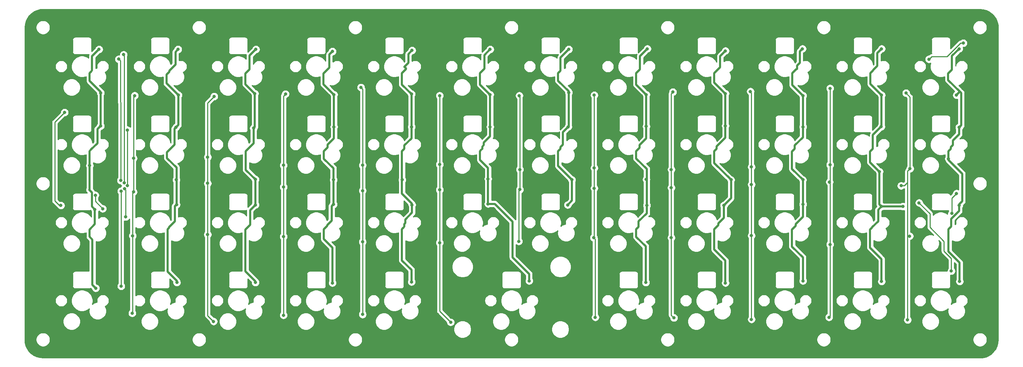
<source format=gbr>
%TF.GenerationSoftware,KiCad,Pcbnew,(5.1.10)-1*%
%TF.CreationDate,2021-09-28T16:44:32-06:00*%
%TF.ProjectId,MX47,4d583437-2e6b-4696-9361-645f70636258,rev?*%
%TF.SameCoordinates,Original*%
%TF.FileFunction,Copper,L1,Top*%
%TF.FilePolarity,Positive*%
%FSLAX46Y46*%
G04 Gerber Fmt 4.6, Leading zero omitted, Abs format (unit mm)*
G04 Created by KiCad (PCBNEW (5.1.10)-1) date 2021-09-28 16:44:32*
%MOMM*%
%LPD*%
G01*
G04 APERTURE LIST*
%TA.AperFunction,ViaPad*%
%ADD10C,0.800000*%
%TD*%
%TA.AperFunction,Conductor*%
%ADD11C,0.250000*%
%TD*%
%TA.AperFunction,Conductor*%
%ADD12C,0.500000*%
%TD*%
%TA.AperFunction,Conductor*%
%ADD13C,0.254000*%
%TD*%
%TA.AperFunction,Conductor*%
%ADD14C,0.100000*%
%TD*%
G04 APERTURE END LIST*
D10*
%TO.N,ROW1*%
X71250383Y-88049988D03*
X71100000Y-56800000D03*
%TO.N,ROW2*%
X71985000Y-75185000D03*
X72050232Y-88725178D03*
%TO.N,VCC*%
X65100000Y-55500000D03*
X84400000Y-55500000D03*
X65500000Y-74200000D03*
X64100000Y-94600000D03*
X64300000Y-113800000D03*
X84000000Y-93400000D03*
X83900000Y-74500000D03*
X84100000Y-112400000D03*
X103378000Y-55499000D03*
X103251000Y-93472000D03*
X103251000Y-112395000D03*
X122047000Y-56007000D03*
X122428000Y-74422000D03*
X122301000Y-93345000D03*
X122047000Y-112522000D03*
X141478000Y-55753000D03*
X141351000Y-74422000D03*
X141478000Y-93472000D03*
X141351000Y-112268000D03*
X62819999Y-83864997D03*
X83973001Y-87349999D03*
X103251000Y-87249000D03*
X122327001Y-87349999D03*
X139091001Y-87349999D03*
X160528000Y-55499000D03*
X160528000Y-74422000D03*
X160020000Y-93218000D03*
X170053000Y-112014000D03*
X160020000Y-87122000D03*
X179705000Y-55499000D03*
X179578000Y-74422000D03*
X180493001Y-87349999D03*
X179451000Y-93472000D03*
X198882000Y-55372000D03*
X198628000Y-74295000D03*
X198755000Y-93599000D03*
X198628000Y-87249000D03*
X198501000Y-112395000D03*
X217932000Y-55880000D03*
X217932000Y-74168000D03*
X236728000Y-55372000D03*
X236855000Y-74422000D03*
X256032000Y-55372000D03*
X274955000Y-55372000D03*
X274955000Y-74549000D03*
X274955000Y-93599000D03*
X275082000Y-112141000D03*
X272369999Y-82214001D03*
X219302999Y-87349999D03*
X236828999Y-87349999D03*
X255524000Y-85344000D03*
X217551000Y-93599000D03*
X236855000Y-93345000D03*
X256032000Y-93853000D03*
X217932000Y-112522000D03*
X236855000Y-112014000D03*
X256032000Y-112141000D03*
X274320000Y-66675000D03*
X256032000Y-66675000D03*
X236855000Y-66802000D03*
X217932000Y-66294000D03*
X198628000Y-66548000D03*
X179705000Y-66040000D03*
X160528000Y-66548000D03*
X141351000Y-66421000D03*
X122428000Y-66548000D03*
X103124000Y-66294000D03*
X84455000Y-66675000D03*
X65500000Y-66135000D03*
X261253002Y-93853000D03*
X255950840Y-74376160D03*
X102810340Y-74735660D03*
%TO.N,RGBData*%
X70400000Y-87500000D03*
X69900000Y-57900000D03*
%TO.N,GND*%
X56700000Y-53900000D03*
X56700000Y-73000000D03*
X56700000Y-92000000D03*
X56300000Y-110900000D03*
X75692000Y-53848000D03*
X94869000Y-53848000D03*
X94869000Y-73025000D03*
X75946000Y-72898000D03*
X76073000Y-111125000D03*
X77597000Y-90805000D03*
X94742000Y-91948000D03*
X94996000Y-110998000D03*
X113792000Y-111125000D03*
X113877000Y-91990000D03*
X132842000Y-91948000D03*
X132842000Y-73025000D03*
X114046000Y-53848000D03*
X132969000Y-53975000D03*
X152019000Y-53975000D03*
X151765000Y-73025000D03*
X113792000Y-72898000D03*
X132588000Y-110871000D03*
X161544000Y-110871000D03*
X151765000Y-91821000D03*
X170688000Y-92075000D03*
X170942000Y-72898000D03*
X189992000Y-91948000D03*
X189992000Y-111125000D03*
X189865000Y-73025000D03*
X208788000Y-53848000D03*
X189865000Y-53721000D03*
X170815000Y-53848000D03*
X228092000Y-53721000D03*
X227965000Y-72898000D03*
X208915000Y-72898000D03*
X208788000Y-91948000D03*
X209169000Y-110998000D03*
X228092000Y-110998000D03*
X228092000Y-91948000D03*
X247142000Y-110998000D03*
X247142000Y-92075000D03*
X247142000Y-73025000D03*
X266065000Y-111125000D03*
X266065000Y-91948000D03*
X266065000Y-72898000D03*
X265938000Y-53721000D03*
X247015000Y-53975000D03*
X64262000Y-87249000D03*
X58420000Y-105791000D03*
X77470000Y-106045000D03*
X96647000Y-105791000D03*
X115570000Y-105664000D03*
X134620000Y-105791000D03*
X156210000Y-104775000D03*
X172847000Y-105664000D03*
X191897000Y-105664000D03*
X210820000Y-105918000D03*
X229870000Y-105664000D03*
X248793000Y-105664000D03*
X265176000Y-88265000D03*
X68580000Y-67945000D03*
X87630000Y-67945000D03*
X106680000Y-67945000D03*
X163830000Y-67945000D03*
X182880000Y-67945000D03*
X240030000Y-67945000D03*
X259080000Y-67945000D03*
X276860000Y-66040000D03*
X201930000Y-67945000D03*
X220980000Y-67945000D03*
X65600000Y-57500000D03*
X68500000Y-87243014D03*
X259500000Y-88500000D03*
%TO.N,Net-(U12-Pad5)*%
X275971000Y-53974996D03*
X267589000Y-57912000D03*
%TO.N,Net-(U24-Pad5)*%
X56700000Y-70900000D03*
X55800000Y-93600000D03*
%TO.N,Net-(U25-Pad5)*%
X64200000Y-91100000D03*
X66000000Y-94400000D03*
%TO.N,Net-(U36-Pad5)*%
X274320000Y-90678000D03*
X273145702Y-95562702D03*
%TO.N,ROW3*%
X71625010Y-96400000D03*
X71300000Y-89500000D03*
%TO.N,ROW4*%
X70501798Y-90102410D03*
X70500002Y-113300000D03*
%TO.N,COL5*%
X129000000Y-64800000D03*
X129400000Y-120200000D03*
X129400000Y-83800000D03*
X129400000Y-102500000D03*
X129400000Y-90000000D03*
%TO.N,COL4*%
X110600000Y-66400000D03*
X110100000Y-120400000D03*
X110100000Y-101200000D03*
X110100000Y-89100000D03*
X110100000Y-83800000D03*
%TO.N,COL3*%
X93200000Y-67000000D03*
X93045000Y-121920000D03*
X91600000Y-100700000D03*
X91600000Y-81800000D03*
X91600000Y-88200000D03*
%TO.N,COL2*%
X73800000Y-66800000D03*
X73500001Y-82099999D03*
X73200000Y-119900000D03*
X73300000Y-101000000D03*
X73500003Y-90300003D03*
%TO.N,COL6*%
X150900000Y-122100000D03*
X148200000Y-66800000D03*
X148200000Y-83600000D03*
X148200000Y-102700000D03*
X148200000Y-89798000D03*
%TO.N,COL12*%
X262001000Y-66167000D03*
X262382000Y-121539000D03*
X262890000Y-101092000D03*
X262980001Y-84618999D03*
X260787240Y-88788952D03*
%TO.N,COL11*%
X243459000Y-65024000D03*
X243205000Y-120904000D03*
X243459000Y-103124000D03*
X243459000Y-83693000D03*
X243332000Y-87883996D03*
%TO.N,COL10*%
X224028000Y-65786000D03*
X224282000Y-84201000D03*
X224282000Y-121412000D03*
X224282000Y-100965000D03*
X224282000Y-88486979D03*
%TO.N,COL9*%
X205105000Y-65913000D03*
X204724000Y-84836000D03*
X205359000Y-121031000D03*
X204724000Y-101473000D03*
X204723999Y-89276000D03*
%TO.N,COL8*%
X185928000Y-89408000D03*
X185928000Y-66675000D03*
X185928000Y-84455000D03*
X186182000Y-120904000D03*
X185801000Y-101473000D03*
%TO.N,COL7*%
X167640000Y-66802000D03*
X167767000Y-84836000D03*
X167513000Y-102362000D03*
X167767000Y-89733000D03*
%TO.N,RGBOut*%
X265176000Y-92964000D03*
X273050000Y-109601000D03*
%TD*%
D11*
%TO.N,ROW1*%
X71250383Y-88049988D02*
X71250383Y-56950383D01*
X71250383Y-56950383D02*
X71100000Y-56800000D01*
%TO.N,ROW2*%
X71985000Y-88659946D02*
X72050232Y-88725178D01*
X71985000Y-75185000D02*
X71985000Y-88659946D01*
D12*
%TO.N,VCC*%
X64300000Y-113800000D02*
X63500000Y-113000000D01*
X63500000Y-101946002D02*
X62800000Y-101246002D01*
X63500000Y-113000000D02*
X63500000Y-101946002D01*
X62800000Y-100200000D02*
X62819999Y-100180001D01*
X62800000Y-101246002D02*
X62800000Y-100200000D01*
X62819999Y-100180001D02*
X62819999Y-99480001D01*
X64100000Y-98200000D02*
X64100000Y-94600000D01*
X62819999Y-99480001D02*
X64100000Y-98200000D01*
X62819999Y-80343002D02*
X63163001Y-80000000D01*
X62700000Y-89800002D02*
X62819999Y-89680003D01*
X63349999Y-90450001D02*
X62700000Y-89800002D01*
X63349999Y-93849999D02*
X63349999Y-90450001D01*
X64100000Y-94600000D02*
X63349999Y-93849999D01*
X64714999Y-78448999D02*
X64714999Y-74985001D01*
X64714999Y-74985001D02*
X65500000Y-74200000D01*
X63163998Y-80000000D02*
X64714999Y-78448999D01*
X63163001Y-80000000D02*
X63163998Y-80000000D01*
X62819999Y-63219999D02*
X65500000Y-65900000D01*
X62819999Y-61293999D02*
X62819999Y-63219999D01*
X63100000Y-61000000D02*
X63100000Y-61013998D01*
X63410001Y-60689999D02*
X63100000Y-61000000D01*
X63100000Y-61013998D02*
X62819999Y-61293999D01*
X63410001Y-57189999D02*
X63410001Y-60689999D01*
X65100000Y-55500000D02*
X63410001Y-57189999D01*
X81700000Y-82046002D02*
X81700000Y-80600000D01*
X84000000Y-84346002D02*
X81700000Y-82046002D01*
X83500001Y-74899999D02*
X83900000Y-74500000D01*
X84000000Y-93400000D02*
X84000000Y-84346002D01*
X81700000Y-80600000D02*
X83500001Y-78799999D01*
X83500001Y-78799999D02*
X83500001Y-74899999D01*
X83600001Y-93799999D02*
X83600001Y-97499999D01*
X84000000Y-93400000D02*
X83600001Y-93799999D01*
X83600001Y-97499999D02*
X82400000Y-98700000D01*
X82200000Y-99063998D02*
X81869999Y-99393999D01*
X82200000Y-98900000D02*
X82200000Y-99063998D01*
X82400000Y-98700000D02*
X82200000Y-98900000D01*
X84100000Y-112008235D02*
X84100000Y-112400000D01*
X81869999Y-109778234D02*
X84100000Y-112008235D01*
X81869999Y-99393999D02*
X81869999Y-109778234D01*
X103251000Y-93472000D02*
X101981000Y-94742000D01*
X101981000Y-98332998D02*
X100838000Y-99475998D01*
X101981000Y-94742000D02*
X101981000Y-98332998D01*
X103251000Y-112109235D02*
X103251000Y-112395000D01*
X100838000Y-109696235D02*
X103251000Y-112109235D01*
X100838000Y-99475998D02*
X100838000Y-109696235D01*
X122301000Y-84547002D02*
X122301000Y-93345000D01*
X119969999Y-82216001D02*
X122301000Y-84547002D01*
X119969999Y-80343999D02*
X119969999Y-82216001D01*
X120904000Y-79409998D02*
X119969999Y-80343999D01*
X120904000Y-78740000D02*
X120904000Y-79409998D01*
X122428000Y-77216000D02*
X120904000Y-78740000D01*
X122428000Y-74422000D02*
X122428000Y-77216000D01*
X121864999Y-93781001D02*
X121864999Y-97337001D01*
X122301000Y-93345000D02*
X121864999Y-93781001D01*
X121864999Y-97337001D02*
X120777000Y-98425000D01*
X120777000Y-98425000D02*
X120777000Y-98586998D01*
X120777000Y-98586998D02*
X120269000Y-99094998D01*
X120269000Y-99094998D02*
X119969999Y-99393999D01*
X119969999Y-99393999D02*
X119969999Y-101808999D01*
X122047000Y-103886000D02*
X122047000Y-112522000D01*
X119969999Y-101808999D02*
X122047000Y-103886000D01*
X141351000Y-74422000D02*
X141351000Y-77216000D01*
X141351000Y-77216000D02*
X139610001Y-78956999D01*
X139610001Y-79753997D02*
X139019999Y-80343999D01*
X139610001Y-78956999D02*
X139610001Y-79753997D01*
X141478000Y-93186235D02*
X141478000Y-93472000D01*
X139019999Y-90728234D02*
X141478000Y-93186235D01*
X139019999Y-80343999D02*
X139019999Y-90728234D01*
X141478000Y-93472000D02*
X141478000Y-95377000D01*
X141478000Y-95377000D02*
X139827000Y-97028000D01*
X139827000Y-97917000D02*
X139610001Y-98133999D01*
X139827000Y-97028000D02*
X139827000Y-97917000D01*
X139610001Y-98133999D02*
X139610001Y-98768999D01*
X139610001Y-98768999D02*
X139319000Y-99060000D01*
X139319000Y-99060000D02*
X139192000Y-99187000D01*
X139192000Y-99221998D02*
X139019999Y-99393999D01*
X139019999Y-99393999D02*
X139019999Y-107015999D01*
X139192000Y-99187000D02*
X139192000Y-99221998D01*
X141351000Y-109347000D02*
X141351000Y-112268000D01*
X139019999Y-107015999D02*
X141351000Y-109347000D01*
X62819999Y-89680003D02*
X62819999Y-86278001D01*
X62819999Y-86278001D02*
X62819999Y-80343002D01*
X62819999Y-86278001D02*
X62819999Y-83864997D01*
X103251000Y-87249000D02*
X103251000Y-93472000D01*
X160528000Y-74422000D02*
X160528000Y-76708000D01*
X160528000Y-76708000D02*
X159004000Y-78232000D01*
X159004000Y-78867000D02*
X158623000Y-79248000D01*
X159004000Y-78232000D02*
X159004000Y-78867000D01*
X158623000Y-79248000D02*
X158623000Y-79756000D01*
X158623000Y-79756000D02*
X158242000Y-80137000D01*
X158242000Y-80171998D02*
X158069999Y-80343999D01*
X158069999Y-80343999D02*
X158069999Y-82504999D01*
X158242000Y-80137000D02*
X158242000Y-80171998D01*
X158069999Y-82504999D02*
X160020000Y-84455000D01*
X160020000Y-93218000D02*
X161671000Y-93218000D01*
X161671000Y-93218000D02*
X165989000Y-97536000D01*
X165989000Y-97536000D02*
X165989000Y-106299000D01*
X170053000Y-110363000D02*
X170053000Y-112014000D01*
X165989000Y-106299000D02*
X170053000Y-110363000D01*
X160020000Y-87122000D02*
X160020000Y-93218000D01*
X160020000Y-84455000D02*
X160020000Y-87122000D01*
X179578000Y-74422000D02*
X178308000Y-75692000D01*
X178308000Y-78740000D02*
X177710001Y-79337999D01*
X178308000Y-75692000D02*
X178308000Y-78740000D01*
X177710001Y-79337999D02*
X177710001Y-79753997D01*
X177119999Y-83976997D02*
X180493001Y-87349999D01*
X177119999Y-80343999D02*
X177119999Y-83976997D01*
X177710001Y-79753997D02*
X177119999Y-80343999D01*
X180493001Y-92429999D02*
X179451000Y-93472000D01*
X180493001Y-87349999D02*
X180493001Y-92429999D01*
X198628000Y-74295000D02*
X198628000Y-77216000D01*
X198628000Y-77216000D02*
X196977000Y-78867000D01*
X196977000Y-79536998D02*
X196169999Y-80343999D01*
X196977000Y-78867000D02*
X196977000Y-79536998D01*
X196169999Y-80343999D02*
X196169999Y-82123999D01*
X198755000Y-84709000D02*
X198755000Y-93599000D01*
X196169999Y-82123999D02*
X198755000Y-84709000D01*
X198755000Y-93599000D02*
X198755000Y-95504000D01*
X198755000Y-95504000D02*
X196760001Y-97498999D01*
X196760001Y-97498999D02*
X196760001Y-98803997D01*
X196169999Y-99393999D02*
X196169999Y-100502001D01*
X196760001Y-98803997D02*
X196169999Y-99393999D01*
X196169999Y-101266001D02*
X198501000Y-103597002D01*
X196169999Y-100502001D02*
X196169999Y-101266001D01*
X198501000Y-103597002D02*
X198501000Y-112395000D01*
X217932000Y-55880000D02*
X216662000Y-57150000D01*
X216662000Y-57150000D02*
X216662000Y-59851998D01*
X216662000Y-59851998D02*
X216233999Y-60279999D01*
X215219999Y-61293999D02*
X215219999Y-63581999D01*
X216233999Y-60279999D02*
X215219999Y-61293999D01*
X217932000Y-66294000D02*
X217932000Y-74168000D01*
X215219999Y-63581999D02*
X217932000Y-66294000D01*
X236728000Y-55372000D02*
X236093000Y-56007000D01*
X236093000Y-58801000D02*
X235458000Y-59436000D01*
X236093000Y-56007000D02*
X236093000Y-58801000D01*
X235458000Y-60279999D02*
X235283999Y-60279999D01*
X235458000Y-59436000D02*
X235458000Y-60279999D01*
X234269999Y-61293999D02*
X234269999Y-64216999D01*
X235283999Y-60279999D02*
X234269999Y-61293999D01*
X236855000Y-66802000D02*
X236855000Y-74422000D01*
X234269999Y-64216999D02*
X236855000Y-66802000D01*
X256032000Y-55372000D02*
X255016000Y-56388000D01*
X255016000Y-56388000D02*
X255016000Y-59563000D01*
X255016000Y-59563000D02*
X254000000Y-60579000D01*
X254000000Y-60613998D02*
X253319999Y-61293999D01*
X254000000Y-60579000D02*
X254000000Y-60613998D01*
X253319999Y-61293999D02*
X253319999Y-63962999D01*
X253319999Y-63962999D02*
X256032000Y-66675000D01*
X274955000Y-74549000D02*
X274955000Y-76200000D01*
X274955000Y-76200000D02*
X273431000Y-77724000D01*
X273431000Y-78867000D02*
X272960001Y-79337999D01*
X273431000Y-77724000D02*
X273431000Y-78867000D01*
X272960001Y-79753997D02*
X272415000Y-80298998D01*
X272960001Y-79337999D02*
X272960001Y-79753997D01*
X272415000Y-80298998D02*
X272369999Y-80343999D01*
X272369999Y-80343999D02*
X272369999Y-82214001D01*
X275463000Y-74041000D02*
X274955000Y-74549000D01*
X275463000Y-66167000D02*
X275463000Y-74041000D01*
X217932000Y-74168000D02*
X217932000Y-77089000D01*
X217932000Y-77089000D02*
X215810001Y-79210999D01*
X215810001Y-79210999D02*
X215810001Y-79753997D01*
X215810001Y-79753997D02*
X215219999Y-80343999D01*
X215219999Y-83266999D02*
X219302999Y-87349999D01*
X215219999Y-80343999D02*
X215219999Y-83266999D01*
X236855000Y-74422000D02*
X236855000Y-76962000D01*
X234860001Y-78956999D02*
X234860001Y-79753997D01*
X236855000Y-76962000D02*
X234860001Y-78956999D01*
X234860001Y-79753997D02*
X234188000Y-80425998D01*
X234188000Y-84709000D02*
X236828999Y-87349999D01*
X234188000Y-80425998D02*
X234188000Y-84709000D01*
X219302999Y-91847001D02*
X217551000Y-93599000D01*
X219302999Y-87349999D02*
X219302999Y-91847001D01*
X236828999Y-87349999D02*
X236828999Y-92990001D01*
X236855000Y-93016002D02*
X236855000Y-93345000D01*
X236828999Y-92990001D02*
X236855000Y-93016002D01*
X255524000Y-93345000D02*
X256032000Y-93853000D01*
X255524000Y-85344000D02*
X255524000Y-93345000D01*
X217551000Y-93599000D02*
X217551000Y-96647000D01*
X216233999Y-98379999D02*
X215219999Y-99393999D01*
X216233999Y-97964001D02*
X216233999Y-98379999D01*
X217551000Y-96647000D02*
X216233999Y-97964001D01*
X215219999Y-99393999D02*
X215219999Y-104348999D01*
X217932000Y-107061000D02*
X217932000Y-112522000D01*
X215219999Y-104348999D02*
X217932000Y-107061000D01*
X236855000Y-93345000D02*
X236855000Y-96393000D01*
X235077000Y-98586998D02*
X234188000Y-99475998D01*
X235077000Y-98171000D02*
X235077000Y-98586998D01*
X236855000Y-96393000D02*
X235077000Y-98171000D01*
X234188000Y-99475998D02*
X234188000Y-103632000D01*
X236855000Y-106299000D02*
X236855000Y-112014000D01*
X234188000Y-103632000D02*
X236855000Y-106299000D01*
X255214999Y-94670001D02*
X255214999Y-97464001D01*
X256032000Y-93853000D02*
X255214999Y-94670001D01*
X253746000Y-98967998D02*
X253238000Y-99475998D01*
X253746000Y-98933000D02*
X253746000Y-98967998D01*
X255214999Y-97464001D02*
X253746000Y-98933000D01*
X253238000Y-99475998D02*
X253238000Y-103886000D01*
X256032000Y-106680000D02*
X256032000Y-112141000D01*
X253238000Y-103886000D02*
X256032000Y-106680000D01*
X274955000Y-93345000D02*
X274955000Y-93599000D01*
X275717000Y-92583000D02*
X274955000Y-93345000D01*
X275717000Y-85852000D02*
X275717000Y-92583000D01*
X272369999Y-82504999D02*
X275717000Y-85852000D01*
X272369999Y-82214001D02*
X272369999Y-82504999D01*
X275145500Y-65849500D02*
X275463000Y-66167000D01*
X275145500Y-65849500D02*
X274320000Y-66675000D01*
X198628000Y-66548000D02*
X198628000Y-74295000D01*
X196169999Y-61293999D02*
X196169999Y-64089999D01*
X196169999Y-64089999D02*
X198628000Y-66548000D01*
X197104000Y-60359998D02*
X196169999Y-61293999D01*
X197104000Y-57150000D02*
X197104000Y-60359998D01*
X198882000Y-55372000D02*
X197104000Y-57150000D01*
X179705000Y-74295000D02*
X179578000Y-74422000D01*
X177119999Y-63166001D02*
X179705000Y-65751002D01*
X177710001Y-60703997D02*
X177119999Y-61293999D01*
X177119999Y-61293999D02*
X177119999Y-63166001D01*
X177710001Y-57493999D02*
X177710001Y-60703997D01*
X179705000Y-55499000D02*
X177710001Y-57493999D01*
X160528000Y-66548000D02*
X160528000Y-74422000D01*
X158069999Y-64089999D02*
X160528000Y-66548000D01*
X158069999Y-61293999D02*
X158069999Y-64089999D01*
X159131000Y-60232998D02*
X158069999Y-61293999D01*
X159131000Y-56896000D02*
X159131000Y-60232998D01*
X160528000Y-55499000D02*
X159131000Y-56896000D01*
X179705000Y-66040000D02*
X179705000Y-74295000D01*
X179705000Y-65751002D02*
X179705000Y-66040000D01*
X141351000Y-66421000D02*
X141351000Y-74422000D01*
X139019999Y-64089999D02*
X141351000Y-66421000D01*
X140033999Y-60279999D02*
X139019999Y-61293999D01*
X140033999Y-60150999D02*
X140033999Y-60279999D01*
X139662999Y-59779999D02*
X140033999Y-60150999D01*
X139610001Y-59779999D02*
X139662999Y-59779999D01*
X140589000Y-56642000D02*
X140589000Y-58801000D01*
X139019999Y-61293999D02*
X139019999Y-64089999D01*
X140589000Y-58801000D02*
X139610001Y-59779999D01*
X141478000Y-55753000D02*
X140589000Y-56642000D01*
X122428000Y-66548000D02*
X122428000Y-74422000D01*
X119888000Y-61375998D02*
X119888000Y-64008000D01*
X121285000Y-59978998D02*
X119888000Y-61375998D01*
X121285000Y-56769000D02*
X121285000Y-59978998D01*
X119888000Y-64008000D02*
X122428000Y-66548000D01*
X122047000Y-56007000D02*
X121285000Y-56769000D01*
X84455000Y-73945000D02*
X83900000Y-74500000D01*
X84455000Y-66675000D02*
X84455000Y-73945000D01*
X81600000Y-63820000D02*
X84455000Y-66675000D01*
X82300000Y-61000000D02*
X81600000Y-61700000D01*
X82300000Y-60700000D02*
X82300000Y-61000000D01*
X81600000Y-61700000D02*
X81600000Y-63820000D01*
X83764999Y-59235001D02*
X82300000Y-60700000D01*
X83764999Y-56135001D02*
X83764999Y-59235001D01*
X84400000Y-55500000D02*
X83764999Y-56135001D01*
X100838000Y-64008000D02*
X103124000Y-66294000D01*
X100838000Y-61375998D02*
X100838000Y-64008000D01*
X101854000Y-60359998D02*
X100838000Y-61375998D01*
X101854000Y-57023000D02*
X101854000Y-60359998D01*
X103378000Y-55499000D02*
X101854000Y-57023000D01*
X65500000Y-66135000D02*
X65500000Y-74200000D01*
X65500000Y-65900000D02*
X65500000Y-66135000D01*
X256032000Y-93853000D02*
X261253002Y-93853000D01*
X253910001Y-79753997D02*
X253910001Y-76416999D01*
X253910001Y-76416999D02*
X255950840Y-74376160D01*
X256032000Y-74295000D02*
X255950840Y-74376160D01*
X253238000Y-80425998D02*
X253910001Y-79753997D01*
X253238000Y-83058000D02*
X253238000Y-80425998D01*
X256032000Y-66675000D02*
X256032000Y-74295000D01*
X255524000Y-85344000D02*
X253238000Y-83058000D01*
X103251000Y-87249000D02*
X100919999Y-84917999D01*
X102810340Y-78453658D02*
X102810340Y-74735660D01*
X100919999Y-84917999D02*
X100919999Y-80343999D01*
X103124000Y-74422000D02*
X102810340Y-74735660D01*
X103124000Y-66294000D02*
X103124000Y-74422000D01*
X100919999Y-80343999D02*
X102810340Y-78453658D01*
X272288000Y-62992000D02*
X275145500Y-65849500D01*
X272288000Y-61375998D02*
X272288000Y-62992000D01*
X273200000Y-60463998D02*
X272288000Y-61375998D01*
X273200000Y-57127000D02*
X273200000Y-60463998D01*
X274955000Y-55372000D02*
X273200000Y-57127000D01*
X272369999Y-104856999D02*
X275082000Y-107569000D01*
X274955000Y-94955500D02*
X273050000Y-96860500D01*
X274955000Y-93599000D02*
X274955000Y-94955500D01*
X275082000Y-107569000D02*
X275082000Y-112141000D01*
X272369999Y-99393999D02*
X272369999Y-104856999D01*
X273050000Y-96860500D02*
X273050000Y-98713998D01*
X273050000Y-98713998D02*
X272369999Y-99393999D01*
D11*
%TO.N,RGBData*%
X70400000Y-87500000D02*
X70400000Y-68449990D01*
X70400000Y-68449990D02*
X70300000Y-68349990D01*
X70300000Y-58300000D02*
X69900000Y-57900000D01*
X70300000Y-68349990D02*
X70300000Y-58300000D01*
%TO.N,Net-(U12-Pad5)*%
X275971000Y-53974996D02*
X275279002Y-53974996D01*
X275279002Y-53974996D02*
X271995997Y-57258001D01*
X268242999Y-57258001D02*
X267589000Y-57912000D01*
X271995997Y-57258001D02*
X268242999Y-57258001D01*
%TO.N,Net-(U24-Pad5)*%
X56700000Y-70900000D02*
X54300000Y-73300000D01*
X54300000Y-73300000D02*
X54300000Y-92500000D01*
X55400000Y-93600000D02*
X55800000Y-93600000D01*
X54300000Y-92500000D02*
X55400000Y-93600000D01*
%TO.N,Net-(U25-Pad5)*%
X66000000Y-94400000D02*
X64200000Y-92600000D01*
X64200000Y-92600000D02*
X64200000Y-91100000D01*
%TO.N,Net-(U36-Pad5)*%
X273145702Y-91852298D02*
X273145702Y-95562702D01*
X274320000Y-90678000D02*
X273145702Y-91852298D01*
%TO.N,ROW3*%
X71625010Y-96400000D02*
X71625010Y-89825010D01*
X71625010Y-89825010D02*
X71300000Y-89500000D01*
%TO.N,ROW4*%
X70501798Y-90102410D02*
X70501798Y-113298204D01*
X70501798Y-113298204D02*
X70500002Y-113300000D01*
%TO.N,COL5*%
X129000000Y-64800000D02*
X129400000Y-65200000D01*
X129400000Y-65200000D02*
X129400000Y-83800000D01*
X129400000Y-102500000D02*
X129400000Y-120200000D01*
X129400000Y-83800000D02*
X129400000Y-102500000D01*
%TO.N,COL4*%
X110600000Y-66400000D02*
X110100000Y-66900000D01*
X110100000Y-101200000D02*
X110100000Y-120400000D01*
X110100000Y-83800000D02*
X110100000Y-101200000D01*
X110100000Y-66900000D02*
X110100000Y-83800000D01*
%TO.N,COL3*%
X93200000Y-67000000D02*
X91600000Y-68600000D01*
X91600000Y-120475000D02*
X93045000Y-121920000D01*
X91600000Y-100700000D02*
X91600000Y-120475000D01*
X91600000Y-81800000D02*
X91600000Y-100700000D01*
X91600000Y-68600000D02*
X91600000Y-81800000D01*
%TO.N,COL2*%
X73500001Y-67099999D02*
X73800000Y-66800000D01*
X73500001Y-82099999D02*
X73500001Y-67099999D01*
X73300000Y-119800000D02*
X73200000Y-119900000D01*
X73300000Y-101000000D02*
X73300000Y-119800000D01*
X73500000Y-90300000D02*
X73500003Y-90300003D01*
X73300000Y-90500006D02*
X73500003Y-90300003D01*
X73300000Y-101000000D02*
X73300000Y-90500006D01*
X73500001Y-82099999D02*
X73500000Y-90300000D01*
%TO.N,COL6*%
X150900000Y-122100000D02*
X148200000Y-119400000D01*
X148200000Y-83600000D02*
X148200000Y-66800000D01*
X148200000Y-119400000D02*
X148200000Y-102700000D01*
X148200000Y-89798000D02*
X148200000Y-83600000D01*
X148200000Y-102700000D02*
X148200000Y-89798000D01*
%TO.N,COL12*%
X262001000Y-66167000D02*
X262980001Y-67146001D01*
X262980001Y-67146001D02*
X262980001Y-84618999D01*
X262980001Y-84618999D02*
X262382000Y-85217000D01*
X262636000Y-101092000D02*
X262382000Y-100838000D01*
X262890000Y-101092000D02*
X262636000Y-101092000D01*
X262382000Y-100838000D02*
X262382000Y-121539000D01*
X262382000Y-88011000D02*
X262382000Y-100838000D01*
X262382000Y-85217000D02*
X262382000Y-88011000D01*
X261604048Y-88788952D02*
X260787240Y-88788952D01*
X262382000Y-88011000D02*
X261604048Y-88788952D01*
%TO.N,COL11*%
X243459000Y-120650000D02*
X243205000Y-120904000D01*
X243459000Y-103124000D02*
X243459000Y-120650000D01*
X243459000Y-65024000D02*
X243459000Y-83693000D01*
X243459000Y-89408000D02*
X243459000Y-88010996D01*
X243459000Y-87756996D02*
X243332000Y-87883996D01*
X243459000Y-83693000D02*
X243459000Y-87756996D01*
X243459000Y-88010996D02*
X243332000Y-87883996D01*
X243459000Y-103124000D02*
X243459000Y-89408000D01*
%TO.N,COL10*%
X224282000Y-66040000D02*
X224028000Y-65786000D01*
X224282000Y-84201000D02*
X224282000Y-66040000D01*
X224282000Y-121412000D02*
X224282000Y-100965000D01*
X224282000Y-84201000D02*
X224282000Y-88486979D01*
X224282000Y-100965000D02*
X224282000Y-88486979D01*
%TO.N,COL9*%
X204724000Y-66294000D02*
X205105000Y-65913000D01*
X204724000Y-84836000D02*
X204724000Y-66294000D01*
X204724000Y-120396000D02*
X205359000Y-121031000D01*
X204724000Y-101473000D02*
X204724000Y-120396000D01*
X204723999Y-100907314D02*
X204723999Y-89276000D01*
X204724000Y-84836000D02*
X204723999Y-85401686D01*
X204723999Y-85401686D02*
X204723999Y-89276000D01*
X204724000Y-101473000D02*
X204723999Y-100907314D01*
%TO.N,COL8*%
X185928000Y-84455000D02*
X185928000Y-66675000D01*
X185928000Y-89408000D02*
X185928000Y-84455000D01*
X185928000Y-89408000D02*
X185928000Y-101346000D01*
X185928000Y-101346000D02*
X185801000Y-101473000D01*
X186182000Y-101854000D02*
X185801000Y-101473000D01*
X186182000Y-120904000D02*
X186182000Y-101854000D01*
%TO.N,COL7*%
X167767000Y-66929000D02*
X167640000Y-66802000D01*
X167767000Y-84836000D02*
X167767000Y-66929000D01*
X167513000Y-89987000D02*
X167767000Y-89733000D01*
X167513000Y-102362000D02*
X167513000Y-89987000D01*
X167767000Y-84836000D02*
X167767000Y-89733000D01*
%TO.N,RGBOut*%
X273050000Y-106550000D02*
X273050000Y-109601000D01*
X271272000Y-104772000D02*
X273050000Y-106550000D01*
X271272000Y-102362000D02*
X271272000Y-104772000D01*
X267843000Y-98933000D02*
X271272000Y-102362000D01*
X267843000Y-95631000D02*
X267843000Y-98933000D01*
X265176000Y-92964000D02*
X267843000Y-95631000D01*
%TD*%
D13*
%TO.N,GND*%
X280817249Y-45817437D02*
X281574774Y-46024672D01*
X282283625Y-46362777D01*
X282921404Y-46821067D01*
X283467946Y-47385055D01*
X283905977Y-48036913D01*
X284221651Y-48756038D01*
X284406206Y-49524768D01*
X284455001Y-50189221D01*
X284455000Y-126335608D01*
X284382563Y-127147249D01*
X284175328Y-127904774D01*
X283837221Y-128613627D01*
X283378928Y-129251410D01*
X282814945Y-129797946D01*
X282163085Y-130235978D01*
X281443963Y-130551651D01*
X280675232Y-130736206D01*
X280010792Y-130785000D01*
X51464392Y-130785000D01*
X50652751Y-130712563D01*
X49895226Y-130505328D01*
X49186373Y-130167221D01*
X48548590Y-129708928D01*
X48002054Y-129144945D01*
X47564022Y-128493085D01*
X47248349Y-127773963D01*
X47063794Y-127005232D01*
X47015000Y-126340792D01*
X47015000Y-126194117D01*
X49700000Y-126194117D01*
X49700000Y-126535883D01*
X49766675Y-126871081D01*
X49897463Y-127186831D01*
X50087337Y-127470998D01*
X50329002Y-127712663D01*
X50613169Y-127902537D01*
X50928919Y-128033325D01*
X51264117Y-128100000D01*
X51605883Y-128100000D01*
X51941081Y-128033325D01*
X52256831Y-127902537D01*
X52540998Y-127712663D01*
X52782663Y-127470998D01*
X52972537Y-127186831D01*
X53103325Y-126871081D01*
X53170000Y-126535883D01*
X53170000Y-126194117D01*
X87800000Y-126194117D01*
X87800000Y-126535883D01*
X87866675Y-126871081D01*
X87997463Y-127186831D01*
X88187337Y-127470998D01*
X88429002Y-127712663D01*
X88713169Y-127902537D01*
X89028919Y-128033325D01*
X89364117Y-128100000D01*
X89705883Y-128100000D01*
X90041081Y-128033325D01*
X90356831Y-127902537D01*
X90640998Y-127712663D01*
X90882663Y-127470998D01*
X91072537Y-127186831D01*
X91203325Y-126871081D01*
X91270000Y-126535883D01*
X91270000Y-126194117D01*
X125900000Y-126194117D01*
X125900000Y-126535883D01*
X125966675Y-126871081D01*
X126097463Y-127186831D01*
X126287337Y-127470998D01*
X126529002Y-127712663D01*
X126813169Y-127902537D01*
X127128919Y-128033325D01*
X127464117Y-128100000D01*
X127805883Y-128100000D01*
X128141081Y-128033325D01*
X128456831Y-127902537D01*
X128740998Y-127712663D01*
X128982663Y-127470998D01*
X129172537Y-127186831D01*
X129303325Y-126871081D01*
X129370000Y-126535883D01*
X129370000Y-126194117D01*
X164000000Y-126194117D01*
X164000000Y-126535883D01*
X164066675Y-126871081D01*
X164197463Y-127186831D01*
X164387337Y-127470998D01*
X164629002Y-127712663D01*
X164913169Y-127902537D01*
X165228919Y-128033325D01*
X165564117Y-128100000D01*
X165905883Y-128100000D01*
X166241081Y-128033325D01*
X166556831Y-127902537D01*
X166840998Y-127712663D01*
X167082663Y-127470998D01*
X167272537Y-127186831D01*
X167403325Y-126871081D01*
X167470000Y-126535883D01*
X167470000Y-126194117D01*
X202100000Y-126194117D01*
X202100000Y-126535883D01*
X202166675Y-126871081D01*
X202297463Y-127186831D01*
X202487337Y-127470998D01*
X202729002Y-127712663D01*
X203013169Y-127902537D01*
X203328919Y-128033325D01*
X203664117Y-128100000D01*
X204005883Y-128100000D01*
X204341081Y-128033325D01*
X204656831Y-127902537D01*
X204940998Y-127712663D01*
X205182663Y-127470998D01*
X205372537Y-127186831D01*
X205503325Y-126871081D01*
X205570000Y-126535883D01*
X205570000Y-126194117D01*
X240200000Y-126194117D01*
X240200000Y-126535883D01*
X240266675Y-126871081D01*
X240397463Y-127186831D01*
X240587337Y-127470998D01*
X240829002Y-127712663D01*
X241113169Y-127902537D01*
X241428919Y-128033325D01*
X241764117Y-128100000D01*
X242105883Y-128100000D01*
X242441081Y-128033325D01*
X242756831Y-127902537D01*
X243040998Y-127712663D01*
X243282663Y-127470998D01*
X243472537Y-127186831D01*
X243603325Y-126871081D01*
X243670000Y-126535883D01*
X243670000Y-126194117D01*
X278300000Y-126194117D01*
X278300000Y-126535883D01*
X278366675Y-126871081D01*
X278497463Y-127186831D01*
X278687337Y-127470998D01*
X278929002Y-127712663D01*
X279213169Y-127902537D01*
X279528919Y-128033325D01*
X279864117Y-128100000D01*
X280205883Y-128100000D01*
X280541081Y-128033325D01*
X280856831Y-127902537D01*
X281140998Y-127712663D01*
X281382663Y-127470998D01*
X281572537Y-127186831D01*
X281703325Y-126871081D01*
X281770000Y-126535883D01*
X281770000Y-126194117D01*
X281703325Y-125858919D01*
X281572537Y-125543169D01*
X281382663Y-125259002D01*
X281140998Y-125017337D01*
X280856831Y-124827463D01*
X280541081Y-124696675D01*
X280205883Y-124630000D01*
X279864117Y-124630000D01*
X279528919Y-124696675D01*
X279213169Y-124827463D01*
X278929002Y-125017337D01*
X278687337Y-125259002D01*
X278497463Y-125543169D01*
X278366675Y-125858919D01*
X278300000Y-126194117D01*
X243670000Y-126194117D01*
X243603325Y-125858919D01*
X243472537Y-125543169D01*
X243282663Y-125259002D01*
X243040998Y-125017337D01*
X242756831Y-124827463D01*
X242441081Y-124696675D01*
X242105883Y-124630000D01*
X241764117Y-124630000D01*
X241428919Y-124696675D01*
X241113169Y-124827463D01*
X240829002Y-125017337D01*
X240587337Y-125259002D01*
X240397463Y-125543169D01*
X240266675Y-125858919D01*
X240200000Y-126194117D01*
X205570000Y-126194117D01*
X205503325Y-125858919D01*
X205372537Y-125543169D01*
X205182663Y-125259002D01*
X204940998Y-125017337D01*
X204656831Y-124827463D01*
X204341081Y-124696675D01*
X204005883Y-124630000D01*
X203664117Y-124630000D01*
X203328919Y-124696675D01*
X203013169Y-124827463D01*
X202729002Y-125017337D01*
X202487337Y-125259002D01*
X202297463Y-125543169D01*
X202166675Y-125858919D01*
X202100000Y-126194117D01*
X167470000Y-126194117D01*
X167403325Y-125858919D01*
X167272537Y-125543169D01*
X167082663Y-125259002D01*
X166840998Y-125017337D01*
X166556831Y-124827463D01*
X166241081Y-124696675D01*
X165905883Y-124630000D01*
X165564117Y-124630000D01*
X165228919Y-124696675D01*
X164913169Y-124827463D01*
X164629002Y-125017337D01*
X164387337Y-125259002D01*
X164197463Y-125543169D01*
X164066675Y-125858919D01*
X164000000Y-126194117D01*
X129370000Y-126194117D01*
X129303325Y-125858919D01*
X129172537Y-125543169D01*
X128982663Y-125259002D01*
X128740998Y-125017337D01*
X128456831Y-124827463D01*
X128141081Y-124696675D01*
X127805883Y-124630000D01*
X127464117Y-124630000D01*
X127128919Y-124696675D01*
X126813169Y-124827463D01*
X126529002Y-125017337D01*
X126287337Y-125259002D01*
X126097463Y-125543169D01*
X125966675Y-125858919D01*
X125900000Y-126194117D01*
X91270000Y-126194117D01*
X91203325Y-125858919D01*
X91072537Y-125543169D01*
X90882663Y-125259002D01*
X90640998Y-125017337D01*
X90356831Y-124827463D01*
X90041081Y-124696675D01*
X89705883Y-124630000D01*
X89364117Y-124630000D01*
X89028919Y-124696675D01*
X88713169Y-124827463D01*
X88429002Y-125017337D01*
X88187337Y-125259002D01*
X87997463Y-125543169D01*
X87866675Y-125858919D01*
X87800000Y-126194117D01*
X53170000Y-126194117D01*
X53103325Y-125858919D01*
X52972537Y-125543169D01*
X52782663Y-125259002D01*
X52540998Y-125017337D01*
X52256831Y-124827463D01*
X51941081Y-124696675D01*
X51605883Y-124630000D01*
X51264117Y-124630000D01*
X50928919Y-124696675D01*
X50613169Y-124827463D01*
X50329002Y-125017337D01*
X50087337Y-125259002D01*
X49897463Y-125543169D01*
X49766675Y-125858919D01*
X49700000Y-126194117D01*
X47015000Y-126194117D01*
X47015000Y-121709721D01*
X56285000Y-121709721D01*
X56285000Y-122130279D01*
X56367047Y-122542756D01*
X56527988Y-122931302D01*
X56761637Y-123280983D01*
X57059017Y-123578363D01*
X57408698Y-123812012D01*
X57797244Y-123972953D01*
X58209721Y-124055000D01*
X58630279Y-124055000D01*
X59042756Y-123972953D01*
X59431302Y-123812012D01*
X59780983Y-123578363D01*
X60078363Y-123280983D01*
X60312012Y-122931302D01*
X60472953Y-122542756D01*
X60555000Y-122130279D01*
X60555000Y-121709721D01*
X75335000Y-121709721D01*
X75335000Y-122130279D01*
X75417047Y-122542756D01*
X75577988Y-122931302D01*
X75811637Y-123280983D01*
X76109017Y-123578363D01*
X76458698Y-123812012D01*
X76847244Y-123972953D01*
X77259721Y-124055000D01*
X77680279Y-124055000D01*
X78092756Y-123972953D01*
X78481302Y-123812012D01*
X78830983Y-123578363D01*
X79128363Y-123280983D01*
X79362012Y-122931302D01*
X79522953Y-122542756D01*
X79605000Y-122130279D01*
X79605000Y-121709721D01*
X79522953Y-121297244D01*
X79362012Y-120908698D01*
X79128363Y-120559017D01*
X78830983Y-120261637D01*
X78481302Y-120027988D01*
X78092756Y-119867047D01*
X77680279Y-119785000D01*
X77259721Y-119785000D01*
X76847244Y-119867047D01*
X76458698Y-120027988D01*
X76109017Y-120261637D01*
X75811637Y-120559017D01*
X75577988Y-120908698D01*
X75417047Y-121297244D01*
X75335000Y-121709721D01*
X60555000Y-121709721D01*
X60472953Y-121297244D01*
X60312012Y-120908698D01*
X60078363Y-120559017D01*
X59780983Y-120261637D01*
X59431302Y-120027988D01*
X59042756Y-119867047D01*
X58630279Y-119785000D01*
X58209721Y-119785000D01*
X57797244Y-119867047D01*
X57408698Y-120027988D01*
X57059017Y-120261637D01*
X56761637Y-120559017D01*
X56527988Y-120908698D01*
X56367047Y-121297244D01*
X56285000Y-121709721D01*
X47015000Y-121709721D01*
X47015000Y-116691278D01*
X54370000Y-116691278D01*
X54370000Y-116988722D01*
X54428029Y-117280451D01*
X54541856Y-117555253D01*
X54707107Y-117802569D01*
X54917431Y-118012893D01*
X55164747Y-118178144D01*
X55439549Y-118291971D01*
X55731278Y-118350000D01*
X56028722Y-118350000D01*
X56320451Y-118291971D01*
X56595253Y-118178144D01*
X56842569Y-118012893D01*
X57052893Y-117802569D01*
X57218144Y-117555253D01*
X57331971Y-117280451D01*
X57390000Y-116988722D01*
X57390000Y-116691278D01*
X57367960Y-116580475D01*
X58325000Y-116580475D01*
X58325000Y-117099525D01*
X58426261Y-117608601D01*
X58624893Y-118088141D01*
X58913262Y-118519715D01*
X59280285Y-118886738D01*
X59711859Y-119175107D01*
X60191399Y-119373739D01*
X60700475Y-119475000D01*
X61219525Y-119475000D01*
X61728601Y-119373739D01*
X62208141Y-119175107D01*
X62639715Y-118886738D01*
X62704095Y-118822358D01*
X62635000Y-119169721D01*
X62635000Y-119590279D01*
X62717047Y-120002756D01*
X62877988Y-120391302D01*
X63111637Y-120740983D01*
X63409017Y-121038363D01*
X63758698Y-121272012D01*
X64147244Y-121432953D01*
X64559721Y-121515000D01*
X64980279Y-121515000D01*
X65392756Y-121432953D01*
X65781302Y-121272012D01*
X66130983Y-121038363D01*
X66428363Y-120740983D01*
X66662012Y-120391302D01*
X66822953Y-120002756D01*
X66905000Y-119590279D01*
X66905000Y-119169721D01*
X66822953Y-118757244D01*
X66662012Y-118368698D01*
X66582501Y-118249701D01*
X66755253Y-118178144D01*
X67002569Y-118012893D01*
X67212893Y-117802569D01*
X67378144Y-117555253D01*
X67491971Y-117280451D01*
X67550000Y-116988722D01*
X67550000Y-116691278D01*
X67491971Y-116399549D01*
X67378144Y-116124747D01*
X67212893Y-115877431D01*
X67002569Y-115667107D01*
X66755253Y-115501856D01*
X66480451Y-115388029D01*
X66188722Y-115330000D01*
X65891278Y-115330000D01*
X65599549Y-115388029D01*
X65324747Y-115501856D01*
X65077431Y-115667107D01*
X64867107Y-115877431D01*
X64701856Y-116124747D01*
X64588029Y-116399549D01*
X64530000Y-116691278D01*
X64530000Y-116988722D01*
X64580977Y-117245000D01*
X64559721Y-117245000D01*
X64147244Y-117327047D01*
X63758698Y-117487988D01*
X63461422Y-117686621D01*
X63493739Y-117608601D01*
X63595000Y-117099525D01*
X63595000Y-116580475D01*
X63493739Y-116071399D01*
X63295107Y-115591859D01*
X63006738Y-115160285D01*
X62639715Y-114793262D01*
X62208141Y-114504893D01*
X61728601Y-114306261D01*
X61219525Y-114205000D01*
X60700475Y-114205000D01*
X60191399Y-114306261D01*
X59711859Y-114504893D01*
X59280285Y-114793262D01*
X58913262Y-115160285D01*
X58624893Y-115591859D01*
X58426261Y-116071399D01*
X58325000Y-116580475D01*
X57367960Y-116580475D01*
X57331971Y-116399549D01*
X57218144Y-116124747D01*
X57052893Y-115877431D01*
X56842569Y-115667107D01*
X56595253Y-115501856D01*
X56320451Y-115388029D01*
X56028722Y-115330000D01*
X55731278Y-115330000D01*
X55439549Y-115388029D01*
X55164747Y-115501856D01*
X54917431Y-115667107D01*
X54707107Y-115877431D01*
X54541856Y-116124747D01*
X54428029Y-116399549D01*
X54370000Y-116691278D01*
X47015000Y-116691278D01*
X47015000Y-102659721D01*
X56285000Y-102659721D01*
X56285000Y-103080279D01*
X56367047Y-103492756D01*
X56527988Y-103881302D01*
X56761637Y-104230983D01*
X57059017Y-104528363D01*
X57408698Y-104762012D01*
X57797244Y-104922953D01*
X58209721Y-105005000D01*
X58630279Y-105005000D01*
X59042756Y-104922953D01*
X59431302Y-104762012D01*
X59780983Y-104528363D01*
X60078363Y-104230983D01*
X60312012Y-103881302D01*
X60472953Y-103492756D01*
X60555000Y-103080279D01*
X60555000Y-102659721D01*
X60472953Y-102247244D01*
X60312012Y-101858698D01*
X60078363Y-101509017D01*
X59780983Y-101211637D01*
X59431302Y-100977988D01*
X59042756Y-100817047D01*
X58630279Y-100735000D01*
X58209721Y-100735000D01*
X57797244Y-100817047D01*
X57408698Y-100977988D01*
X57059017Y-101211637D01*
X56761637Y-101509017D01*
X56527988Y-101858698D01*
X56367047Y-102247244D01*
X56285000Y-102659721D01*
X47015000Y-102659721D01*
X47015000Y-97641278D01*
X54370000Y-97641278D01*
X54370000Y-97938722D01*
X54428029Y-98230451D01*
X54541856Y-98505253D01*
X54707107Y-98752569D01*
X54917431Y-98962893D01*
X55164747Y-99128144D01*
X55439549Y-99241971D01*
X55731278Y-99300000D01*
X56028722Y-99300000D01*
X56320451Y-99241971D01*
X56595253Y-99128144D01*
X56842569Y-98962893D01*
X57052893Y-98752569D01*
X57218144Y-98505253D01*
X57331971Y-98230451D01*
X57390000Y-97938722D01*
X57390000Y-97641278D01*
X57331971Y-97349549D01*
X57218144Y-97074747D01*
X57052893Y-96827431D01*
X56842569Y-96617107D01*
X56595253Y-96451856D01*
X56320451Y-96338029D01*
X56028722Y-96280000D01*
X55731278Y-96280000D01*
X55439549Y-96338029D01*
X55164747Y-96451856D01*
X54917431Y-96617107D01*
X54707107Y-96827431D01*
X54541856Y-97074747D01*
X54428029Y-97349549D01*
X54370000Y-97641278D01*
X47015000Y-97641278D01*
X47015000Y-88094117D01*
X49700000Y-88094117D01*
X49700000Y-88435883D01*
X49766675Y-88771081D01*
X49897463Y-89086831D01*
X50087337Y-89370998D01*
X50329002Y-89612663D01*
X50613169Y-89802537D01*
X50928919Y-89933325D01*
X51264117Y-90000000D01*
X51605883Y-90000000D01*
X51941081Y-89933325D01*
X52256831Y-89802537D01*
X52540998Y-89612663D01*
X52782663Y-89370998D01*
X52972537Y-89086831D01*
X53103325Y-88771081D01*
X53170000Y-88435883D01*
X53170000Y-88094117D01*
X53103325Y-87758919D01*
X52972537Y-87443169D01*
X52782663Y-87159002D01*
X52540998Y-86917337D01*
X52256831Y-86727463D01*
X51941081Y-86596675D01*
X51605883Y-86530000D01*
X51264117Y-86530000D01*
X50928919Y-86596675D01*
X50613169Y-86727463D01*
X50329002Y-86917337D01*
X50087337Y-87159002D01*
X49897463Y-87443169D01*
X49766675Y-87758919D01*
X49700000Y-88094117D01*
X47015000Y-88094117D01*
X47015000Y-73300000D01*
X53536324Y-73300000D01*
X53540000Y-73337322D01*
X53540001Y-92462667D01*
X53536324Y-92500000D01*
X53540001Y-92537333D01*
X53550998Y-92648986D01*
X53560950Y-92681795D01*
X53594454Y-92792246D01*
X53665026Y-92924276D01*
X53731019Y-93004688D01*
X53760000Y-93040001D01*
X53788998Y-93063799D01*
X54836201Y-94111003D01*
X54859999Y-94140001D01*
X54888997Y-94163799D01*
X54975723Y-94234974D01*
X54981586Y-94238108D01*
X54996063Y-94259774D01*
X55140226Y-94403937D01*
X55309744Y-94517205D01*
X55498102Y-94595226D01*
X55698061Y-94635000D01*
X55901939Y-94635000D01*
X56101898Y-94595226D01*
X56290256Y-94517205D01*
X56459774Y-94403937D01*
X56603937Y-94259774D01*
X56717205Y-94090256D01*
X56795226Y-93901898D01*
X56835000Y-93701939D01*
X56835000Y-93498061D01*
X56795226Y-93298102D01*
X56717205Y-93109744D01*
X56603937Y-92940226D01*
X56459774Y-92796063D01*
X56290256Y-92682795D01*
X56101898Y-92604774D01*
X55901939Y-92565000D01*
X55698061Y-92565000D01*
X55498102Y-92604774D01*
X55485002Y-92610200D01*
X55060000Y-92185199D01*
X55060000Y-83609721D01*
X56285000Y-83609721D01*
X56285000Y-84030279D01*
X56367047Y-84442756D01*
X56527988Y-84831302D01*
X56761637Y-85180983D01*
X57059017Y-85478363D01*
X57408698Y-85712012D01*
X57797244Y-85872953D01*
X58209721Y-85955000D01*
X58630279Y-85955000D01*
X59042756Y-85872953D01*
X59431302Y-85712012D01*
X59780983Y-85478363D01*
X60078363Y-85180983D01*
X60312012Y-84831302D01*
X60472953Y-84442756D01*
X60555000Y-84030279D01*
X60555000Y-83609721D01*
X60472953Y-83197244D01*
X60312012Y-82808698D01*
X60078363Y-82459017D01*
X59780983Y-82161637D01*
X59431302Y-81927988D01*
X59042756Y-81767047D01*
X58630279Y-81685000D01*
X58209721Y-81685000D01*
X57797244Y-81767047D01*
X57408698Y-81927988D01*
X57059017Y-82161637D01*
X56761637Y-82459017D01*
X56527988Y-82808698D01*
X56367047Y-83197244D01*
X56285000Y-83609721D01*
X55060000Y-83609721D01*
X55060000Y-80008154D01*
X55164747Y-80078144D01*
X55439549Y-80191971D01*
X55731278Y-80250000D01*
X56028722Y-80250000D01*
X56320451Y-80191971D01*
X56595253Y-80078144D01*
X56842569Y-79912893D01*
X57052893Y-79702569D01*
X57218144Y-79455253D01*
X57331971Y-79180451D01*
X57390000Y-78888722D01*
X57390000Y-78591278D01*
X57331971Y-78299549D01*
X57218144Y-78024747D01*
X57052893Y-77777431D01*
X56842569Y-77567107D01*
X56595253Y-77401856D01*
X56320451Y-77288029D01*
X56028722Y-77230000D01*
X55731278Y-77230000D01*
X55439549Y-77288029D01*
X55164747Y-77401856D01*
X55060000Y-77471846D01*
X55060000Y-73614801D01*
X56484801Y-72190000D01*
X58596807Y-72190000D01*
X58600001Y-72222429D01*
X58600000Y-75157580D01*
X58596807Y-75190000D01*
X58609550Y-75319383D01*
X58647290Y-75443793D01*
X58708575Y-75558450D01*
X58749121Y-75607855D01*
X58791052Y-75658948D01*
X58891550Y-75741425D01*
X59006207Y-75802710D01*
X59130617Y-75840450D01*
X59260000Y-75853193D01*
X59292419Y-75850000D01*
X62627581Y-75850000D01*
X62660000Y-75853193D01*
X62692419Y-75850000D01*
X62789383Y-75840450D01*
X62913793Y-75802710D01*
X63028450Y-75741425D01*
X63128948Y-75658948D01*
X63211425Y-75558450D01*
X63272710Y-75443793D01*
X63310450Y-75319383D01*
X63323193Y-75190000D01*
X63320000Y-75157581D01*
X63320000Y-72222419D01*
X63323193Y-72190000D01*
X63310450Y-72060617D01*
X63272710Y-71936207D01*
X63211425Y-71821550D01*
X63128948Y-71721052D01*
X63028450Y-71638575D01*
X62913793Y-71577290D01*
X62789383Y-71539550D01*
X62692419Y-71530000D01*
X62660000Y-71526807D01*
X62627581Y-71530000D01*
X59292419Y-71530000D01*
X59260000Y-71526807D01*
X59227581Y-71530000D01*
X59130617Y-71539550D01*
X59006207Y-71577290D01*
X58891550Y-71638575D01*
X58791052Y-71721052D01*
X58708575Y-71821550D01*
X58647290Y-71936207D01*
X58609550Y-72060617D01*
X58596807Y-72190000D01*
X56484801Y-72190000D01*
X56739802Y-71935000D01*
X56801939Y-71935000D01*
X57001898Y-71895226D01*
X57190256Y-71817205D01*
X57359774Y-71703937D01*
X57503937Y-71559774D01*
X57617205Y-71390256D01*
X57695226Y-71201898D01*
X57735000Y-71001939D01*
X57735000Y-70798061D01*
X57695226Y-70598102D01*
X57617205Y-70409744D01*
X57503937Y-70240226D01*
X57359774Y-70096063D01*
X57190256Y-69982795D01*
X57001898Y-69904774D01*
X56801939Y-69865000D01*
X56598061Y-69865000D01*
X56398102Y-69904774D01*
X56209744Y-69982795D01*
X56040226Y-70096063D01*
X55896063Y-70240226D01*
X55782795Y-70409744D01*
X55704774Y-70598102D01*
X55665000Y-70798061D01*
X55665000Y-70860198D01*
X53789003Y-72736196D01*
X53759999Y-72759999D01*
X53704871Y-72827174D01*
X53665026Y-72875724D01*
X53594455Y-73007753D01*
X53594454Y-73007754D01*
X53550997Y-73151015D01*
X53540000Y-73262668D01*
X53540000Y-73262678D01*
X53536324Y-73300000D01*
X47015000Y-73300000D01*
X47015000Y-64559721D01*
X56285000Y-64559721D01*
X56285000Y-64980279D01*
X56367047Y-65392756D01*
X56527988Y-65781302D01*
X56761637Y-66130983D01*
X57059017Y-66428363D01*
X57408698Y-66662012D01*
X57797244Y-66822953D01*
X58209721Y-66905000D01*
X58630279Y-66905000D01*
X59042756Y-66822953D01*
X59431302Y-66662012D01*
X59780983Y-66428363D01*
X60078363Y-66130983D01*
X60312012Y-65781302D01*
X60472953Y-65392756D01*
X60555000Y-64980279D01*
X60555000Y-64559721D01*
X60472953Y-64147244D01*
X60312012Y-63758698D01*
X60078363Y-63409017D01*
X59780983Y-63111637D01*
X59431302Y-62877988D01*
X59042756Y-62717047D01*
X58630279Y-62635000D01*
X58209721Y-62635000D01*
X57797244Y-62717047D01*
X57408698Y-62877988D01*
X57059017Y-63111637D01*
X56761637Y-63409017D01*
X56527988Y-63758698D01*
X56367047Y-64147244D01*
X56285000Y-64559721D01*
X47015000Y-64559721D01*
X47015000Y-59541278D01*
X54370000Y-59541278D01*
X54370000Y-59838722D01*
X54428029Y-60130451D01*
X54541856Y-60405253D01*
X54707107Y-60652569D01*
X54917431Y-60862893D01*
X55164747Y-61028144D01*
X55439549Y-61141971D01*
X55731278Y-61200000D01*
X56028722Y-61200000D01*
X56320451Y-61141971D01*
X56595253Y-61028144D01*
X56842569Y-60862893D01*
X57052893Y-60652569D01*
X57218144Y-60405253D01*
X57331971Y-60130451D01*
X57390000Y-59838722D01*
X57390000Y-59541278D01*
X57367960Y-59430475D01*
X58325000Y-59430475D01*
X58325000Y-59949525D01*
X58426261Y-60458601D01*
X58624893Y-60938141D01*
X58913262Y-61369715D01*
X59280285Y-61736738D01*
X59711859Y-62025107D01*
X60191399Y-62223739D01*
X60700475Y-62325000D01*
X61219525Y-62325000D01*
X61728601Y-62223739D01*
X61934999Y-62138246D01*
X61935000Y-63176520D01*
X61930718Y-63219999D01*
X61947804Y-63393489D01*
X61998411Y-63560312D01*
X62080589Y-63714058D01*
X62163467Y-63815045D01*
X62163470Y-63815048D01*
X62191183Y-63848816D01*
X62224950Y-63876528D01*
X64465000Y-66116579D01*
X64465000Y-66236939D01*
X64504774Y-66436898D01*
X64582795Y-66625256D01*
X64615000Y-66673454D01*
X64615001Y-73661544D01*
X64582795Y-73709744D01*
X64504774Y-73898102D01*
X64493465Y-73954956D01*
X64119950Y-74328472D01*
X64086183Y-74356184D01*
X64058470Y-74389952D01*
X64058467Y-74389955D01*
X63975589Y-74490942D01*
X63893411Y-74644688D01*
X63842804Y-74811511D01*
X63825718Y-74985001D01*
X63830000Y-75028480D01*
X63829999Y-78082420D01*
X63567947Y-78344472D01*
X63493739Y-77971399D01*
X63295107Y-77491859D01*
X63006738Y-77060285D01*
X62639715Y-76693262D01*
X62208141Y-76404893D01*
X61728601Y-76206261D01*
X61219525Y-76105000D01*
X60700475Y-76105000D01*
X60191399Y-76206261D01*
X59711859Y-76404893D01*
X59280285Y-76693262D01*
X58913262Y-77060285D01*
X58624893Y-77491859D01*
X58426261Y-77971399D01*
X58325000Y-78480475D01*
X58325000Y-78999525D01*
X58426261Y-79508601D01*
X58624893Y-79988141D01*
X58913262Y-80419715D01*
X59280285Y-80786738D01*
X59711859Y-81075107D01*
X60191399Y-81273739D01*
X60700475Y-81375000D01*
X61219525Y-81375000D01*
X61728601Y-81273739D01*
X61935000Y-81188246D01*
X61934999Y-83326542D01*
X61902794Y-83374741D01*
X61824773Y-83563099D01*
X61784999Y-83763058D01*
X61784999Y-83966936D01*
X61824773Y-84166895D01*
X61902794Y-84355253D01*
X61934999Y-84403452D01*
X61934999Y-86321477D01*
X61935000Y-86321487D01*
X61934999Y-89353821D01*
X61878412Y-89459689D01*
X61827805Y-89626512D01*
X61810719Y-89800002D01*
X61827805Y-89973492D01*
X61878412Y-90140315D01*
X61960590Y-90294061D01*
X62071183Y-90428819D01*
X62104954Y-90456534D01*
X62228420Y-90580000D01*
X59292419Y-90580000D01*
X59260000Y-90576807D01*
X59227581Y-90580000D01*
X59130617Y-90589550D01*
X59006207Y-90627290D01*
X58891550Y-90688575D01*
X58791052Y-90771052D01*
X58708575Y-90871550D01*
X58647290Y-90986207D01*
X58609550Y-91110617D01*
X58596807Y-91240000D01*
X58600001Y-91272429D01*
X58600000Y-94207580D01*
X58596807Y-94240000D01*
X58609550Y-94369383D01*
X58647290Y-94493793D01*
X58708575Y-94608450D01*
X58762854Y-94674589D01*
X58791052Y-94708948D01*
X58891550Y-94791425D01*
X59006207Y-94852710D01*
X59130617Y-94890450D01*
X59260000Y-94903193D01*
X59292419Y-94900000D01*
X62627581Y-94900000D01*
X62660000Y-94903193D01*
X62692419Y-94900000D01*
X62789383Y-94890450D01*
X62913793Y-94852710D01*
X63028450Y-94791425D01*
X63034710Y-94786288D01*
X63093465Y-94845044D01*
X63104774Y-94901898D01*
X63182795Y-95090256D01*
X63215001Y-95138456D01*
X63215000Y-96421971D01*
X63006738Y-96110285D01*
X62639715Y-95743262D01*
X62208141Y-95454893D01*
X61728601Y-95256261D01*
X61219525Y-95155000D01*
X60700475Y-95155000D01*
X60191399Y-95256261D01*
X59711859Y-95454893D01*
X59280285Y-95743262D01*
X58913262Y-96110285D01*
X58624893Y-96541859D01*
X58426261Y-97021399D01*
X58325000Y-97530475D01*
X58325000Y-98049525D01*
X58426261Y-98558601D01*
X58624893Y-99038141D01*
X58913262Y-99469715D01*
X59280285Y-99836738D01*
X59711859Y-100125107D01*
X60191399Y-100323739D01*
X60700475Y-100425000D01*
X61219525Y-100425000D01*
X61728601Y-100323739D01*
X61915001Y-100246530D01*
X61915000Y-101202532D01*
X61910719Y-101246002D01*
X61915000Y-101289471D01*
X61915000Y-101289478D01*
X61922613Y-101366774D01*
X61927805Y-101419492D01*
X61937649Y-101451942D01*
X61978411Y-101586314D01*
X62060589Y-101740060D01*
X62171183Y-101874819D01*
X62204956Y-101902536D01*
X62615001Y-102312582D01*
X62615000Y-109630000D01*
X59292419Y-109630000D01*
X59260000Y-109626807D01*
X59227581Y-109630000D01*
X59130617Y-109639550D01*
X59006207Y-109677290D01*
X58891550Y-109738575D01*
X58791052Y-109821052D01*
X58708575Y-109921550D01*
X58647290Y-110036207D01*
X58609550Y-110160617D01*
X58596807Y-110290000D01*
X58600001Y-110322429D01*
X58600000Y-113257580D01*
X58596807Y-113290000D01*
X58609550Y-113419383D01*
X58647290Y-113543793D01*
X58708575Y-113658450D01*
X58775018Y-113739411D01*
X58791052Y-113758948D01*
X58891550Y-113841425D01*
X59006207Y-113902710D01*
X59130617Y-113940450D01*
X59260000Y-113953193D01*
X59292419Y-113950000D01*
X62627581Y-113950000D01*
X62660000Y-113953193D01*
X62692419Y-113950000D01*
X62789383Y-113940450D01*
X62913793Y-113902710D01*
X63028450Y-113841425D01*
X63062172Y-113813750D01*
X63293465Y-114045044D01*
X63304774Y-114101898D01*
X63382795Y-114290256D01*
X63496063Y-114459774D01*
X63640226Y-114603937D01*
X63809744Y-114717205D01*
X63998102Y-114795226D01*
X64198061Y-114835000D01*
X64401939Y-114835000D01*
X64601898Y-114795226D01*
X64790256Y-114717205D01*
X64959774Y-114603937D01*
X65103937Y-114459774D01*
X65217205Y-114290256D01*
X65295226Y-114101898D01*
X65335000Y-113901939D01*
X65335000Y-113698061D01*
X65295226Y-113498102D01*
X65217205Y-113309744D01*
X65103937Y-113140226D01*
X64959774Y-112996063D01*
X64790256Y-112882795D01*
X64601898Y-112804774D01*
X64545044Y-112793465D01*
X64385000Y-112633422D01*
X64385000Y-102430246D01*
X64559721Y-102465000D01*
X64980279Y-102465000D01*
X65392756Y-102382953D01*
X65781302Y-102222012D01*
X66130983Y-101988363D01*
X66428363Y-101690983D01*
X66662012Y-101341302D01*
X66822953Y-100952756D01*
X66905000Y-100540279D01*
X66905000Y-100119721D01*
X66822953Y-99707244D01*
X66662012Y-99318698D01*
X66582501Y-99199701D01*
X66755253Y-99128144D01*
X67002569Y-98962893D01*
X67212893Y-98752569D01*
X67378144Y-98505253D01*
X67491971Y-98230451D01*
X67550000Y-97938722D01*
X67550000Y-97641278D01*
X67491971Y-97349549D01*
X67378144Y-97074747D01*
X67212893Y-96827431D01*
X67002569Y-96617107D01*
X66755253Y-96451856D01*
X66480451Y-96338029D01*
X66188722Y-96280000D01*
X65891278Y-96280000D01*
X65599549Y-96338029D01*
X65324747Y-96451856D01*
X65077431Y-96617107D01*
X64985000Y-96709538D01*
X64985000Y-95138454D01*
X65017205Y-95090256D01*
X65093446Y-94906196D01*
X65196063Y-95059774D01*
X65340226Y-95203937D01*
X65509744Y-95317205D01*
X65698102Y-95395226D01*
X65898061Y-95435000D01*
X66101939Y-95435000D01*
X66301898Y-95395226D01*
X66490256Y-95317205D01*
X66659774Y-95203937D01*
X66803937Y-95059774D01*
X66917205Y-94890256D01*
X66995226Y-94701898D01*
X67035000Y-94501939D01*
X67035000Y-94298061D01*
X66995226Y-94098102D01*
X66917205Y-93909744D01*
X66803937Y-93740226D01*
X66659774Y-93596063D01*
X66490256Y-93482795D01*
X66301898Y-93404774D01*
X66101939Y-93365000D01*
X66039802Y-93365000D01*
X64960000Y-92285199D01*
X64960000Y-91803711D01*
X65003937Y-91759774D01*
X65117205Y-91590256D01*
X65195226Y-91401898D01*
X65235000Y-91201939D01*
X65235000Y-90998061D01*
X65195226Y-90798102D01*
X65117205Y-90609744D01*
X65003937Y-90440226D01*
X64859774Y-90296063D01*
X64690256Y-90182795D01*
X64501898Y-90104774D01*
X64301939Y-90065000D01*
X64147702Y-90065000D01*
X64089410Y-89955942D01*
X64052505Y-89910974D01*
X64006531Y-89854954D01*
X64006529Y-89854952D01*
X63978816Y-89821184D01*
X63945048Y-89793471D01*
X63704999Y-89553422D01*
X63704999Y-84403451D01*
X63737204Y-84355253D01*
X63815225Y-84166895D01*
X63854999Y-83966936D01*
X63854999Y-83763058D01*
X63815225Y-83563099D01*
X63737204Y-83374741D01*
X63704999Y-83326543D01*
X63704999Y-83136132D01*
X63758698Y-83172012D01*
X64147244Y-83332953D01*
X64559721Y-83415000D01*
X64980279Y-83415000D01*
X65392756Y-83332953D01*
X65781302Y-83172012D01*
X66130983Y-82938363D01*
X66428363Y-82640983D01*
X66662012Y-82291302D01*
X66822953Y-81902756D01*
X66905000Y-81490279D01*
X66905000Y-81069721D01*
X66822953Y-80657244D01*
X66662012Y-80268698D01*
X66582501Y-80149701D01*
X66755253Y-80078144D01*
X67002569Y-79912893D01*
X67212893Y-79702569D01*
X67378144Y-79455253D01*
X67491971Y-79180451D01*
X67550000Y-78888722D01*
X67550000Y-78591278D01*
X67491971Y-78299549D01*
X67378144Y-78024747D01*
X67212893Y-77777431D01*
X67002569Y-77567107D01*
X66755253Y-77401856D01*
X66480451Y-77288029D01*
X66188722Y-77230000D01*
X65891278Y-77230000D01*
X65599999Y-77287939D01*
X65599999Y-75351579D01*
X65745044Y-75206535D01*
X65801898Y-75195226D01*
X65990256Y-75117205D01*
X66159774Y-75003937D01*
X66303937Y-74859774D01*
X66417205Y-74690256D01*
X66495226Y-74501898D01*
X66535000Y-74301939D01*
X66535000Y-74098061D01*
X66495226Y-73898102D01*
X66417205Y-73709744D01*
X66385000Y-73661546D01*
X66385000Y-66673454D01*
X66417205Y-66625256D01*
X66495226Y-66436898D01*
X66535000Y-66236939D01*
X66535000Y-66033061D01*
X66495226Y-65833102D01*
X66417205Y-65644744D01*
X66303937Y-65475226D01*
X66244876Y-65416165D01*
X66239411Y-65405941D01*
X66197967Y-65355442D01*
X66156532Y-65304953D01*
X66156530Y-65304951D01*
X66128817Y-65271183D01*
X66095050Y-65243471D01*
X65177374Y-64325795D01*
X65392756Y-64282953D01*
X65781302Y-64122012D01*
X66130983Y-63888363D01*
X66428363Y-63590983D01*
X66662012Y-63241302D01*
X66822953Y-62852756D01*
X66905000Y-62440279D01*
X66905000Y-62019721D01*
X66822953Y-61607244D01*
X66662012Y-61218698D01*
X66582501Y-61099701D01*
X66755253Y-61028144D01*
X67002569Y-60862893D01*
X67212893Y-60652569D01*
X67378144Y-60405253D01*
X67491971Y-60130451D01*
X67550000Y-59838722D01*
X67550000Y-59541278D01*
X67491971Y-59249549D01*
X67378144Y-58974747D01*
X67212893Y-58727431D01*
X67002569Y-58517107D01*
X66755253Y-58351856D01*
X66480451Y-58238029D01*
X66188722Y-58180000D01*
X65891278Y-58180000D01*
X65599549Y-58238029D01*
X65324747Y-58351856D01*
X65077431Y-58517107D01*
X64867107Y-58727431D01*
X64701856Y-58974747D01*
X64588029Y-59249549D01*
X64530000Y-59541278D01*
X64530000Y-59838722D01*
X64580977Y-60095000D01*
X64559721Y-60095000D01*
X64295001Y-60147656D01*
X64295001Y-57798061D01*
X68865000Y-57798061D01*
X68865000Y-58001939D01*
X68904774Y-58201898D01*
X68982795Y-58390256D01*
X69096063Y-58559774D01*
X69240226Y-58703937D01*
X69409744Y-58817205D01*
X69540001Y-58871160D01*
X69540000Y-68312668D01*
X69536324Y-68349990D01*
X69540000Y-68387312D01*
X69540000Y-68387322D01*
X69550997Y-68498975D01*
X69570318Y-68562668D01*
X69594454Y-68642236D01*
X69640001Y-68727448D01*
X69640000Y-86796289D01*
X69596063Y-86840226D01*
X69482795Y-87009744D01*
X69404774Y-87198102D01*
X69365000Y-87398061D01*
X69365000Y-87601939D01*
X69404774Y-87801898D01*
X69482795Y-87990256D01*
X69596063Y-88159774D01*
X69740226Y-88303937D01*
X69909744Y-88417205D01*
X70098102Y-88495226D01*
X70298061Y-88535000D01*
X70331006Y-88535000D01*
X70333178Y-88540244D01*
X70446446Y-88709762D01*
X70536487Y-88799803D01*
X70496063Y-88840226D01*
X70382795Y-89009744D01*
X70355232Y-89076287D01*
X70199900Y-89107184D01*
X70011542Y-89185205D01*
X69842024Y-89298473D01*
X69697861Y-89442636D01*
X69584593Y-89612154D01*
X69506572Y-89800512D01*
X69466798Y-90000471D01*
X69466798Y-90204349D01*
X69506572Y-90404308D01*
X69584593Y-90592666D01*
X69697861Y-90762184D01*
X69741798Y-90806121D01*
X69741799Y-112594492D01*
X69696065Y-112640226D01*
X69582797Y-112809744D01*
X69504776Y-112998102D01*
X69465002Y-113198061D01*
X69465002Y-113401939D01*
X69504776Y-113601898D01*
X69582797Y-113790256D01*
X69696065Y-113959774D01*
X69840228Y-114103937D01*
X70009746Y-114217205D01*
X70198104Y-114295226D01*
X70398063Y-114335000D01*
X70601941Y-114335000D01*
X70801900Y-114295226D01*
X70990258Y-114217205D01*
X71159776Y-114103937D01*
X71303939Y-113959774D01*
X71417207Y-113790256D01*
X71495228Y-113601898D01*
X71535002Y-113401939D01*
X71535002Y-113198061D01*
X71495228Y-112998102D01*
X71417207Y-112809744D01*
X71303939Y-112640226D01*
X71261798Y-112598085D01*
X71261798Y-97369829D01*
X71323112Y-97395226D01*
X71523071Y-97435000D01*
X71726949Y-97435000D01*
X71926908Y-97395226D01*
X72115266Y-97317205D01*
X72284784Y-97203937D01*
X72428947Y-97059774D01*
X72540000Y-96893570D01*
X72540000Y-100296289D01*
X72496063Y-100340226D01*
X72382795Y-100509744D01*
X72304774Y-100698102D01*
X72265000Y-100898061D01*
X72265000Y-101101939D01*
X72304774Y-101301898D01*
X72382795Y-101490256D01*
X72496063Y-101659774D01*
X72540000Y-101703711D01*
X72540001Y-119096288D01*
X72396063Y-119240226D01*
X72282795Y-119409744D01*
X72204774Y-119598102D01*
X72165000Y-119798061D01*
X72165000Y-120001939D01*
X72204774Y-120201898D01*
X72282795Y-120390256D01*
X72396063Y-120559774D01*
X72540226Y-120703937D01*
X72709744Y-120817205D01*
X72898102Y-120895226D01*
X73098061Y-120935000D01*
X73301939Y-120935000D01*
X73501898Y-120895226D01*
X73690256Y-120817205D01*
X73859774Y-120703937D01*
X74003937Y-120559774D01*
X74117205Y-120390256D01*
X74195226Y-120201898D01*
X74235000Y-120001939D01*
X74235000Y-119798061D01*
X74195226Y-119598102D01*
X74117205Y-119409744D01*
X74060000Y-119324130D01*
X74060000Y-118074746D01*
X74214747Y-118178144D01*
X74489549Y-118291971D01*
X74781278Y-118350000D01*
X75078722Y-118350000D01*
X75370451Y-118291971D01*
X75645253Y-118178144D01*
X75892569Y-118012893D01*
X76102893Y-117802569D01*
X76268144Y-117555253D01*
X76381971Y-117280451D01*
X76440000Y-116988722D01*
X76440000Y-116691278D01*
X76417960Y-116580475D01*
X77375000Y-116580475D01*
X77375000Y-117099525D01*
X77476261Y-117608601D01*
X77674893Y-118088141D01*
X77963262Y-118519715D01*
X78330285Y-118886738D01*
X78761859Y-119175107D01*
X79241399Y-119373739D01*
X79750475Y-119475000D01*
X80269525Y-119475000D01*
X80778601Y-119373739D01*
X81258141Y-119175107D01*
X81689715Y-118886738D01*
X81754095Y-118822358D01*
X81685000Y-119169721D01*
X81685000Y-119590279D01*
X81767047Y-120002756D01*
X81927988Y-120391302D01*
X82161637Y-120740983D01*
X82459017Y-121038363D01*
X82808698Y-121272012D01*
X83197244Y-121432953D01*
X83609721Y-121515000D01*
X84030279Y-121515000D01*
X84442756Y-121432953D01*
X84831302Y-121272012D01*
X85180983Y-121038363D01*
X85478363Y-120740983D01*
X85712012Y-120391302D01*
X85872953Y-120002756D01*
X85955000Y-119590279D01*
X85955000Y-119169721D01*
X85872953Y-118757244D01*
X85712012Y-118368698D01*
X85632501Y-118249701D01*
X85805253Y-118178144D01*
X86052569Y-118012893D01*
X86262893Y-117802569D01*
X86428144Y-117555253D01*
X86541971Y-117280451D01*
X86600000Y-116988722D01*
X86600000Y-116691278D01*
X86541971Y-116399549D01*
X86428144Y-116124747D01*
X86262893Y-115877431D01*
X86052569Y-115667107D01*
X85805253Y-115501856D01*
X85530451Y-115388029D01*
X85238722Y-115330000D01*
X84941278Y-115330000D01*
X84649549Y-115388029D01*
X84374747Y-115501856D01*
X84127431Y-115667107D01*
X83917107Y-115877431D01*
X83751856Y-116124747D01*
X83638029Y-116399549D01*
X83580000Y-116691278D01*
X83580000Y-116988722D01*
X83630977Y-117245000D01*
X83609721Y-117245000D01*
X83197244Y-117327047D01*
X82808698Y-117487988D01*
X82511422Y-117686621D01*
X82543739Y-117608601D01*
X82645000Y-117099525D01*
X82645000Y-116580475D01*
X82543739Y-116071399D01*
X82345107Y-115591859D01*
X82056738Y-115160285D01*
X81689715Y-114793262D01*
X81258141Y-114504893D01*
X80778601Y-114306261D01*
X80269525Y-114205000D01*
X79750475Y-114205000D01*
X79241399Y-114306261D01*
X78761859Y-114504893D01*
X78330285Y-114793262D01*
X77963262Y-115160285D01*
X77674893Y-115591859D01*
X77476261Y-116071399D01*
X77375000Y-116580475D01*
X76417960Y-116580475D01*
X76381971Y-116399549D01*
X76268144Y-116124747D01*
X76102893Y-115877431D01*
X75892569Y-115667107D01*
X75645253Y-115501856D01*
X75370451Y-115388029D01*
X75078722Y-115330000D01*
X74781278Y-115330000D01*
X74489549Y-115388029D01*
X74214747Y-115501856D01*
X74060000Y-115605254D01*
X74060000Y-102659721D01*
X75335000Y-102659721D01*
X75335000Y-103080279D01*
X75417047Y-103492756D01*
X75577988Y-103881302D01*
X75811637Y-104230983D01*
X76109017Y-104528363D01*
X76458698Y-104762012D01*
X76847244Y-104922953D01*
X77259721Y-105005000D01*
X77680279Y-105005000D01*
X78092756Y-104922953D01*
X78481302Y-104762012D01*
X78830983Y-104528363D01*
X79128363Y-104230983D01*
X79362012Y-103881302D01*
X79522953Y-103492756D01*
X79605000Y-103080279D01*
X79605000Y-102659721D01*
X79522953Y-102247244D01*
X79362012Y-101858698D01*
X79128363Y-101509017D01*
X78830983Y-101211637D01*
X78481302Y-100977988D01*
X78092756Y-100817047D01*
X77680279Y-100735000D01*
X77259721Y-100735000D01*
X76847244Y-100817047D01*
X76458698Y-100977988D01*
X76109017Y-101211637D01*
X75811637Y-101509017D01*
X75577988Y-101858698D01*
X75417047Y-102247244D01*
X75335000Y-102659721D01*
X74060000Y-102659721D01*
X74060000Y-101703711D01*
X74103937Y-101659774D01*
X74217205Y-101490256D01*
X74295226Y-101301898D01*
X74335000Y-101101939D01*
X74335000Y-100898061D01*
X74295226Y-100698102D01*
X74217205Y-100509744D01*
X74103937Y-100340226D01*
X74060000Y-100296289D01*
X74060000Y-99024746D01*
X74214747Y-99128144D01*
X74489549Y-99241971D01*
X74781278Y-99300000D01*
X75078722Y-99300000D01*
X75370451Y-99241971D01*
X75645253Y-99128144D01*
X75892569Y-98962893D01*
X76102893Y-98752569D01*
X76268144Y-98505253D01*
X76381971Y-98230451D01*
X76440000Y-97938722D01*
X76440000Y-97641278D01*
X76381971Y-97349549D01*
X76268144Y-97074747D01*
X76102893Y-96827431D01*
X75892569Y-96617107D01*
X75645253Y-96451856D01*
X75370451Y-96338029D01*
X75078722Y-96280000D01*
X74781278Y-96280000D01*
X74489549Y-96338029D01*
X74214747Y-96451856D01*
X74060000Y-96555254D01*
X74060000Y-91240000D01*
X77646807Y-91240000D01*
X77650001Y-91272429D01*
X77650000Y-94207580D01*
X77646807Y-94240000D01*
X77659550Y-94369383D01*
X77697290Y-94493793D01*
X77758575Y-94608450D01*
X77812854Y-94674589D01*
X77841052Y-94708948D01*
X77941550Y-94791425D01*
X78056207Y-94852710D01*
X78180617Y-94890450D01*
X78310000Y-94903193D01*
X78342419Y-94900000D01*
X81677581Y-94900000D01*
X81710000Y-94903193D01*
X81742419Y-94900000D01*
X81839383Y-94890450D01*
X81963793Y-94852710D01*
X82078450Y-94791425D01*
X82178948Y-94708948D01*
X82261425Y-94608450D01*
X82322710Y-94493793D01*
X82360450Y-94369383D01*
X82373193Y-94240000D01*
X82370000Y-94207581D01*
X82370000Y-91272419D01*
X82373193Y-91240000D01*
X82360450Y-91110617D01*
X82322710Y-90986207D01*
X82261425Y-90871550D01*
X82178948Y-90771052D01*
X82078450Y-90688575D01*
X81963793Y-90627290D01*
X81839383Y-90589550D01*
X81742419Y-90580000D01*
X81710000Y-90576807D01*
X81677581Y-90580000D01*
X78342419Y-90580000D01*
X78310000Y-90576807D01*
X78277581Y-90580000D01*
X78180617Y-90589550D01*
X78056207Y-90627290D01*
X77941550Y-90688575D01*
X77841052Y-90771052D01*
X77758575Y-90871550D01*
X77697290Y-90986207D01*
X77659550Y-91110617D01*
X77646807Y-91240000D01*
X74060000Y-91240000D01*
X74060000Y-91170609D01*
X74159777Y-91103940D01*
X74303940Y-90959777D01*
X74417208Y-90790259D01*
X74495229Y-90601901D01*
X74535003Y-90401942D01*
X74535003Y-90198064D01*
X74495229Y-89998105D01*
X74417208Y-89809747D01*
X74303940Y-89640229D01*
X74259999Y-89596288D01*
X74260000Y-83609721D01*
X75335000Y-83609721D01*
X75335000Y-84030279D01*
X75417047Y-84442756D01*
X75577988Y-84831302D01*
X75811637Y-85180983D01*
X76109017Y-85478363D01*
X76458698Y-85712012D01*
X76847244Y-85872953D01*
X77259721Y-85955000D01*
X77680279Y-85955000D01*
X78092756Y-85872953D01*
X78481302Y-85712012D01*
X78830983Y-85478363D01*
X79128363Y-85180983D01*
X79362012Y-84831302D01*
X79522953Y-84442756D01*
X79605000Y-84030279D01*
X79605000Y-83609721D01*
X79522953Y-83197244D01*
X79362012Y-82808698D01*
X79128363Y-82459017D01*
X78830983Y-82161637D01*
X78481302Y-81927988D01*
X78092756Y-81767047D01*
X77680279Y-81685000D01*
X77259721Y-81685000D01*
X76847244Y-81767047D01*
X76458698Y-81927988D01*
X76109017Y-82161637D01*
X75811637Y-82459017D01*
X75577988Y-82808698D01*
X75417047Y-83197244D01*
X75335000Y-83609721D01*
X74260000Y-83609721D01*
X74260001Y-82803710D01*
X74303938Y-82759773D01*
X74417206Y-82590255D01*
X74495227Y-82401897D01*
X74535001Y-82201938D01*
X74535001Y-81998060D01*
X74495227Y-81798101D01*
X74417206Y-81609743D01*
X74303938Y-81440225D01*
X74260001Y-81396288D01*
X74260001Y-80096889D01*
X74489549Y-80191971D01*
X74781278Y-80250000D01*
X75078722Y-80250000D01*
X75370451Y-80191971D01*
X75645253Y-80078144D01*
X75892569Y-79912893D01*
X76102893Y-79702569D01*
X76268144Y-79455253D01*
X76381971Y-79180451D01*
X76440000Y-78888722D01*
X76440000Y-78591278D01*
X76381971Y-78299549D01*
X76268144Y-78024747D01*
X76102893Y-77777431D01*
X75892569Y-77567107D01*
X75645253Y-77401856D01*
X75370451Y-77288029D01*
X75078722Y-77230000D01*
X74781278Y-77230000D01*
X74489549Y-77288029D01*
X74260001Y-77383111D01*
X74260001Y-72190000D01*
X77646807Y-72190000D01*
X77650001Y-72222429D01*
X77650000Y-75157580D01*
X77646807Y-75190000D01*
X77659550Y-75319383D01*
X77697290Y-75443793D01*
X77758575Y-75558450D01*
X77799121Y-75607855D01*
X77841052Y-75658948D01*
X77941550Y-75741425D01*
X78056207Y-75802710D01*
X78180617Y-75840450D01*
X78310000Y-75853193D01*
X78342419Y-75850000D01*
X81677581Y-75850000D01*
X81710000Y-75853193D01*
X81742419Y-75850000D01*
X81839383Y-75840450D01*
X81963793Y-75802710D01*
X82078450Y-75741425D01*
X82178948Y-75658948D01*
X82261425Y-75558450D01*
X82322710Y-75443793D01*
X82360450Y-75319383D01*
X82373193Y-75190000D01*
X82370000Y-75157581D01*
X82370000Y-72222419D01*
X82373193Y-72190000D01*
X82360450Y-72060617D01*
X82322710Y-71936207D01*
X82261425Y-71821550D01*
X82178948Y-71721052D01*
X82078450Y-71638575D01*
X81963793Y-71577290D01*
X81839383Y-71539550D01*
X81742419Y-71530000D01*
X81710000Y-71526807D01*
X81677581Y-71530000D01*
X78342419Y-71530000D01*
X78310000Y-71526807D01*
X78277581Y-71530000D01*
X78180617Y-71539550D01*
X78056207Y-71577290D01*
X77941550Y-71638575D01*
X77841052Y-71721052D01*
X77758575Y-71821550D01*
X77697290Y-71936207D01*
X77659550Y-72060617D01*
X77646807Y-72190000D01*
X74260001Y-72190000D01*
X74260001Y-67729737D01*
X74290256Y-67717205D01*
X74459774Y-67603937D01*
X74603937Y-67459774D01*
X74717205Y-67290256D01*
X74795226Y-67101898D01*
X74835000Y-66901939D01*
X74835000Y-66698061D01*
X74795226Y-66498102D01*
X74717205Y-66309744D01*
X74603937Y-66140226D01*
X74459774Y-65996063D01*
X74290256Y-65882795D01*
X74101898Y-65804774D01*
X73901939Y-65765000D01*
X73698061Y-65765000D01*
X73498102Y-65804774D01*
X73309744Y-65882795D01*
X73140226Y-65996063D01*
X72996063Y-66140226D01*
X72882795Y-66309744D01*
X72804774Y-66498102D01*
X72765000Y-66698061D01*
X72765000Y-66901939D01*
X72765351Y-66903701D01*
X72750999Y-66951013D01*
X72740287Y-67059774D01*
X72736325Y-67099999D01*
X72740002Y-67137332D01*
X72740002Y-74476291D01*
X72644774Y-74381063D01*
X72475256Y-74267795D01*
X72286898Y-74189774D01*
X72086939Y-74150000D01*
X72010383Y-74150000D01*
X72010383Y-64559721D01*
X75335000Y-64559721D01*
X75335000Y-64980279D01*
X75417047Y-65392756D01*
X75577988Y-65781302D01*
X75811637Y-66130983D01*
X76109017Y-66428363D01*
X76458698Y-66662012D01*
X76847244Y-66822953D01*
X77259721Y-66905000D01*
X77680279Y-66905000D01*
X78092756Y-66822953D01*
X78481302Y-66662012D01*
X78830983Y-66428363D01*
X79128363Y-66130983D01*
X79362012Y-65781302D01*
X79522953Y-65392756D01*
X79605000Y-64980279D01*
X79605000Y-64559721D01*
X79522953Y-64147244D01*
X79362012Y-63758698D01*
X79128363Y-63409017D01*
X78830983Y-63111637D01*
X78481302Y-62877988D01*
X78092756Y-62717047D01*
X77680279Y-62635000D01*
X77259721Y-62635000D01*
X76847244Y-62717047D01*
X76458698Y-62877988D01*
X76109017Y-63111637D01*
X75811637Y-63409017D01*
X75577988Y-63758698D01*
X75417047Y-64147244D01*
X75335000Y-64559721D01*
X72010383Y-64559721D01*
X72010383Y-59541278D01*
X73420000Y-59541278D01*
X73420000Y-59838722D01*
X73478029Y-60130451D01*
X73591856Y-60405253D01*
X73757107Y-60652569D01*
X73967431Y-60862893D01*
X74214747Y-61028144D01*
X74489549Y-61141971D01*
X74781278Y-61200000D01*
X75078722Y-61200000D01*
X75370451Y-61141971D01*
X75645253Y-61028144D01*
X75892569Y-60862893D01*
X76102893Y-60652569D01*
X76268144Y-60405253D01*
X76381971Y-60130451D01*
X76440000Y-59838722D01*
X76440000Y-59541278D01*
X76417960Y-59430475D01*
X77375000Y-59430475D01*
X77375000Y-59949525D01*
X77476261Y-60458601D01*
X77674893Y-60938141D01*
X77963262Y-61369715D01*
X78330285Y-61736738D01*
X78761859Y-62025107D01*
X79241399Y-62223739D01*
X79750475Y-62325000D01*
X80269525Y-62325000D01*
X80715000Y-62236390D01*
X80715001Y-63776521D01*
X80710719Y-63820000D01*
X80727805Y-63993490D01*
X80778412Y-64160313D01*
X80860590Y-64314059D01*
X80943468Y-64415046D01*
X80943471Y-64415049D01*
X80971184Y-64448817D01*
X81004951Y-64476529D01*
X83448465Y-66920044D01*
X83459774Y-66976898D01*
X83537795Y-67165256D01*
X83570000Y-67213454D01*
X83570001Y-73516414D01*
X83409744Y-73582795D01*
X83240226Y-73696063D01*
X83096063Y-73840226D01*
X82982795Y-74009744D01*
X82904774Y-74198102D01*
X82893955Y-74252495D01*
X82871185Y-74271182D01*
X82843472Y-74304950D01*
X82843469Y-74304953D01*
X82760591Y-74405940D01*
X82678413Y-74559686D01*
X82627806Y-74726509D01*
X82610720Y-74899999D01*
X82615002Y-74943478D01*
X82615001Y-78329660D01*
X82543739Y-77971399D01*
X82345107Y-77491859D01*
X82056738Y-77060285D01*
X81689715Y-76693262D01*
X81258141Y-76404893D01*
X80778601Y-76206261D01*
X80269525Y-76105000D01*
X79750475Y-76105000D01*
X79241399Y-76206261D01*
X78761859Y-76404893D01*
X78330285Y-76693262D01*
X77963262Y-77060285D01*
X77674893Y-77491859D01*
X77476261Y-77971399D01*
X77375000Y-78480475D01*
X77375000Y-78999525D01*
X77476261Y-79508601D01*
X77674893Y-79988141D01*
X77963262Y-80419715D01*
X78330285Y-80786738D01*
X78761859Y-81075107D01*
X79241399Y-81273739D01*
X79750475Y-81375000D01*
X80269525Y-81375000D01*
X80778601Y-81273739D01*
X80815001Y-81258662D01*
X80815000Y-82002532D01*
X80810719Y-82046002D01*
X80815000Y-82089471D01*
X80815000Y-82089478D01*
X80824487Y-82185805D01*
X80827805Y-82219492D01*
X80832938Y-82236412D01*
X80878411Y-82386314D01*
X80960589Y-82540060D01*
X81071183Y-82674819D01*
X81104956Y-82702536D01*
X83115001Y-84712582D01*
X83115001Y-86771137D01*
X83055796Y-86859743D01*
X82977775Y-87048101D01*
X82938001Y-87248060D01*
X82938001Y-87451938D01*
X82977775Y-87651897D01*
X83055796Y-87840255D01*
X83115001Y-87928861D01*
X83115000Y-92861546D01*
X83082795Y-92909744D01*
X83004774Y-93098102D01*
X82993955Y-93152494D01*
X82971184Y-93171182D01*
X82860590Y-93305941D01*
X82778412Y-93459687D01*
X82743158Y-93575903D01*
X82734400Y-93604774D01*
X82727806Y-93626510D01*
X82715001Y-93756523D01*
X82715001Y-93756530D01*
X82710720Y-93799999D01*
X82715001Y-93843468D01*
X82715002Y-97133419D01*
X82590739Y-97257683D01*
X82543739Y-97021399D01*
X82345107Y-96541859D01*
X82056738Y-96110285D01*
X81689715Y-95743262D01*
X81258141Y-95454893D01*
X80778601Y-95256261D01*
X80269525Y-95155000D01*
X79750475Y-95155000D01*
X79241399Y-95256261D01*
X78761859Y-95454893D01*
X78330285Y-95743262D01*
X77963262Y-96110285D01*
X77674893Y-96541859D01*
X77476261Y-97021399D01*
X77375000Y-97530475D01*
X77375000Y-98049525D01*
X77476261Y-98558601D01*
X77674893Y-99038141D01*
X77963262Y-99469715D01*
X78330285Y-99836738D01*
X78761859Y-100125107D01*
X79241399Y-100323739D01*
X79750475Y-100425000D01*
X80269525Y-100425000D01*
X80778601Y-100323739D01*
X80984999Y-100238246D01*
X80985000Y-109630000D01*
X78342419Y-109630000D01*
X78310000Y-109626807D01*
X78277581Y-109630000D01*
X78180617Y-109639550D01*
X78056207Y-109677290D01*
X77941550Y-109738575D01*
X77841052Y-109821052D01*
X77758575Y-109921550D01*
X77697290Y-110036207D01*
X77659550Y-110160617D01*
X77646807Y-110290000D01*
X77650001Y-110322429D01*
X77650000Y-113257580D01*
X77646807Y-113290000D01*
X77659550Y-113419383D01*
X77697290Y-113543793D01*
X77758575Y-113658450D01*
X77825018Y-113739411D01*
X77841052Y-113758948D01*
X77941550Y-113841425D01*
X78056207Y-113902710D01*
X78180617Y-113940450D01*
X78310000Y-113953193D01*
X78342419Y-113950000D01*
X81677581Y-113950000D01*
X81710000Y-113953193D01*
X81742419Y-113950000D01*
X81839383Y-113940450D01*
X81963793Y-113902710D01*
X82078450Y-113841425D01*
X82178948Y-113758948D01*
X82261425Y-113658450D01*
X82322710Y-113543793D01*
X82360450Y-113419383D01*
X82373193Y-113290000D01*
X82370000Y-113257581D01*
X82370000Y-111529814D01*
X83077152Y-112236966D01*
X83065000Y-112298061D01*
X83065000Y-112501939D01*
X83104774Y-112701898D01*
X83182795Y-112890256D01*
X83296063Y-113059774D01*
X83440226Y-113203937D01*
X83609744Y-113317205D01*
X83798102Y-113395226D01*
X83998061Y-113435000D01*
X84201939Y-113435000D01*
X84401898Y-113395226D01*
X84590256Y-113317205D01*
X84759774Y-113203937D01*
X84903937Y-113059774D01*
X85017205Y-112890256D01*
X85095226Y-112701898D01*
X85135000Y-112501939D01*
X85135000Y-112298061D01*
X85095226Y-112098102D01*
X85017205Y-111909744D01*
X84973077Y-111843702D01*
X84972195Y-111834745D01*
X84952228Y-111768923D01*
X84921589Y-111667921D01*
X84839411Y-111514176D01*
X84756532Y-111413188D01*
X84756530Y-111413186D01*
X84728817Y-111379418D01*
X84695050Y-111351706D01*
X82754999Y-109411656D01*
X82754999Y-102186132D01*
X82808698Y-102222012D01*
X83197244Y-102382953D01*
X83609721Y-102465000D01*
X84030279Y-102465000D01*
X84442756Y-102382953D01*
X84831302Y-102222012D01*
X85180983Y-101988363D01*
X85478363Y-101690983D01*
X85712012Y-101341302D01*
X85872953Y-100952756D01*
X85955000Y-100540279D01*
X85955000Y-100119721D01*
X85872953Y-99707244D01*
X85712012Y-99318698D01*
X85632501Y-99199701D01*
X85805253Y-99128144D01*
X86052569Y-98962893D01*
X86262893Y-98752569D01*
X86428144Y-98505253D01*
X86541971Y-98230451D01*
X86600000Y-97938722D01*
X86600000Y-97641278D01*
X86541971Y-97349549D01*
X86428144Y-97074747D01*
X86262893Y-96827431D01*
X86052569Y-96617107D01*
X85805253Y-96451856D01*
X85530451Y-96338029D01*
X85238722Y-96280000D01*
X84941278Y-96280000D01*
X84649549Y-96338029D01*
X84485001Y-96406187D01*
X84485001Y-94319382D01*
X84490256Y-94317205D01*
X84659774Y-94203937D01*
X84803937Y-94059774D01*
X84917205Y-93890256D01*
X84995226Y-93701898D01*
X85035000Y-93501939D01*
X85035000Y-93298061D01*
X84995226Y-93098102D01*
X84917205Y-92909744D01*
X84885000Y-92861546D01*
X84885000Y-87848046D01*
X84890206Y-87840255D01*
X84968227Y-87651897D01*
X85008001Y-87451938D01*
X85008001Y-87248060D01*
X84968227Y-87048101D01*
X84890206Y-86859743D01*
X84885000Y-86851952D01*
X84885000Y-84389467D01*
X84889281Y-84346001D01*
X84885000Y-84302535D01*
X84885000Y-84302525D01*
X84872195Y-84172512D01*
X84821589Y-84005689D01*
X84739411Y-83851943D01*
X84697603Y-83801000D01*
X84656532Y-83750955D01*
X84656530Y-83750953D01*
X84628817Y-83717185D01*
X84595049Y-83689472D01*
X84272413Y-83366836D01*
X84442756Y-83332953D01*
X84831302Y-83172012D01*
X85180983Y-82938363D01*
X85478363Y-82640983D01*
X85712012Y-82291302D01*
X85872953Y-81902756D01*
X85913669Y-81698061D01*
X90565000Y-81698061D01*
X90565000Y-81901939D01*
X90604774Y-82101898D01*
X90682795Y-82290256D01*
X90796063Y-82459774D01*
X90840000Y-82503711D01*
X90840000Y-87496289D01*
X90796063Y-87540226D01*
X90682795Y-87709744D01*
X90604774Y-87898102D01*
X90565000Y-88098061D01*
X90565000Y-88301939D01*
X90604774Y-88501898D01*
X90682795Y-88690256D01*
X90796063Y-88859774D01*
X90840000Y-88903711D01*
X90840001Y-99996288D01*
X90796063Y-100040226D01*
X90682795Y-100209744D01*
X90604774Y-100398102D01*
X90565000Y-100598061D01*
X90565000Y-100801939D01*
X90604774Y-101001898D01*
X90682795Y-101190256D01*
X90796063Y-101359774D01*
X90840000Y-101403711D01*
X90840001Y-120437667D01*
X90836324Y-120475000D01*
X90840001Y-120512333D01*
X90850998Y-120623986D01*
X90863038Y-120663676D01*
X90894454Y-120767246D01*
X90965026Y-120899276D01*
X91036201Y-120986002D01*
X91060000Y-121015001D01*
X91088998Y-121038799D01*
X92010000Y-121959802D01*
X92010000Y-122021939D01*
X92049774Y-122221898D01*
X92127795Y-122410256D01*
X92241063Y-122579774D01*
X92385226Y-122723937D01*
X92554744Y-122837205D01*
X92743102Y-122915226D01*
X92943061Y-122955000D01*
X93146939Y-122955000D01*
X93346898Y-122915226D01*
X93535256Y-122837205D01*
X93704774Y-122723937D01*
X93848937Y-122579774D01*
X93962205Y-122410256D01*
X94040226Y-122221898D01*
X94080000Y-122021939D01*
X94080000Y-121818061D01*
X94058451Y-121709721D01*
X94385000Y-121709721D01*
X94385000Y-122130279D01*
X94467047Y-122542756D01*
X94627988Y-122931302D01*
X94861637Y-123280983D01*
X95159017Y-123578363D01*
X95508698Y-123812012D01*
X95897244Y-123972953D01*
X96309721Y-124055000D01*
X96730279Y-124055000D01*
X97142756Y-123972953D01*
X97531302Y-123812012D01*
X97880983Y-123578363D01*
X98178363Y-123280983D01*
X98412012Y-122931302D01*
X98572953Y-122542756D01*
X98655000Y-122130279D01*
X98655000Y-121709721D01*
X113435000Y-121709721D01*
X113435000Y-122130279D01*
X113517047Y-122542756D01*
X113677988Y-122931302D01*
X113911637Y-123280983D01*
X114209017Y-123578363D01*
X114558698Y-123812012D01*
X114947244Y-123972953D01*
X115359721Y-124055000D01*
X115780279Y-124055000D01*
X116192756Y-123972953D01*
X116581302Y-123812012D01*
X116930983Y-123578363D01*
X117228363Y-123280983D01*
X117462012Y-122931302D01*
X117622953Y-122542756D01*
X117705000Y-122130279D01*
X117705000Y-121709721D01*
X132485000Y-121709721D01*
X132485000Y-122130279D01*
X132567047Y-122542756D01*
X132727988Y-122931302D01*
X132961637Y-123280983D01*
X133259017Y-123578363D01*
X133608698Y-123812012D01*
X133997244Y-123972953D01*
X134409721Y-124055000D01*
X134830279Y-124055000D01*
X135242756Y-123972953D01*
X135631302Y-123812012D01*
X135907804Y-123627259D01*
X151637000Y-123627259D01*
X151637000Y-124052741D01*
X151720008Y-124470049D01*
X151882833Y-124863144D01*
X152119219Y-125216920D01*
X152420080Y-125517781D01*
X152773856Y-125754167D01*
X153166951Y-125916992D01*
X153584259Y-126000000D01*
X154009741Y-126000000D01*
X154427049Y-125916992D01*
X154820144Y-125754167D01*
X155173920Y-125517781D01*
X155474781Y-125216920D01*
X155711167Y-124863144D01*
X155873992Y-124470049D01*
X155957000Y-124052741D01*
X155957000Y-123627259D01*
X155873992Y-123209951D01*
X155711167Y-122816856D01*
X155474781Y-122463080D01*
X155173920Y-122162219D01*
X154820144Y-121925833D01*
X154427049Y-121763008D01*
X154159159Y-121709721D01*
X161060000Y-121709721D01*
X161060000Y-122130279D01*
X161142047Y-122542756D01*
X161302988Y-122931302D01*
X161536637Y-123280983D01*
X161834017Y-123578363D01*
X162183698Y-123812012D01*
X162572244Y-123972953D01*
X162984721Y-124055000D01*
X163405279Y-124055000D01*
X163817756Y-123972953D01*
X164206302Y-123812012D01*
X164482804Y-123627259D01*
X175513000Y-123627259D01*
X175513000Y-124052741D01*
X175596008Y-124470049D01*
X175758833Y-124863144D01*
X175995219Y-125216920D01*
X176296080Y-125517781D01*
X176649856Y-125754167D01*
X177042951Y-125916992D01*
X177460259Y-126000000D01*
X177885741Y-126000000D01*
X178303049Y-125916992D01*
X178696144Y-125754167D01*
X179049920Y-125517781D01*
X179350781Y-125216920D01*
X179587167Y-124863144D01*
X179749992Y-124470049D01*
X179833000Y-124052741D01*
X179833000Y-123627259D01*
X179749992Y-123209951D01*
X179587167Y-122816856D01*
X179350781Y-122463080D01*
X179049920Y-122162219D01*
X178696144Y-121925833D01*
X178303049Y-121763008D01*
X177885741Y-121680000D01*
X177460259Y-121680000D01*
X177042951Y-121763008D01*
X176649856Y-121925833D01*
X176296080Y-122162219D01*
X175995219Y-122463080D01*
X175758833Y-122816856D01*
X175596008Y-123209951D01*
X175513000Y-123627259D01*
X164482804Y-123627259D01*
X164555983Y-123578363D01*
X164853363Y-123280983D01*
X165087012Y-122931302D01*
X165247953Y-122542756D01*
X165330000Y-122130279D01*
X165330000Y-121709721D01*
X165247953Y-121297244D01*
X165087012Y-120908698D01*
X164853363Y-120559017D01*
X164555983Y-120261637D01*
X164206302Y-120027988D01*
X163817756Y-119867047D01*
X163405279Y-119785000D01*
X162984721Y-119785000D01*
X162572244Y-119867047D01*
X162183698Y-120027988D01*
X161834017Y-120261637D01*
X161536637Y-120559017D01*
X161302988Y-120908698D01*
X161142047Y-121297244D01*
X161060000Y-121709721D01*
X154159159Y-121709721D01*
X154009741Y-121680000D01*
X153584259Y-121680000D01*
X153166951Y-121763008D01*
X152773856Y-121925833D01*
X152420080Y-122162219D01*
X152119219Y-122463080D01*
X151882833Y-122816856D01*
X151720008Y-123209951D01*
X151637000Y-123627259D01*
X135907804Y-123627259D01*
X135980983Y-123578363D01*
X136278363Y-123280983D01*
X136512012Y-122931302D01*
X136672953Y-122542756D01*
X136755000Y-122130279D01*
X136755000Y-121709721D01*
X136672953Y-121297244D01*
X136512012Y-120908698D01*
X136278363Y-120559017D01*
X135980983Y-120261637D01*
X135631302Y-120027988D01*
X135242756Y-119867047D01*
X134830279Y-119785000D01*
X134409721Y-119785000D01*
X133997244Y-119867047D01*
X133608698Y-120027988D01*
X133259017Y-120261637D01*
X132961637Y-120559017D01*
X132727988Y-120908698D01*
X132567047Y-121297244D01*
X132485000Y-121709721D01*
X117705000Y-121709721D01*
X117622953Y-121297244D01*
X117462012Y-120908698D01*
X117228363Y-120559017D01*
X116930983Y-120261637D01*
X116581302Y-120027988D01*
X116192756Y-119867047D01*
X115780279Y-119785000D01*
X115359721Y-119785000D01*
X114947244Y-119867047D01*
X114558698Y-120027988D01*
X114209017Y-120261637D01*
X113911637Y-120559017D01*
X113677988Y-120908698D01*
X113517047Y-121297244D01*
X113435000Y-121709721D01*
X98655000Y-121709721D01*
X98572953Y-121297244D01*
X98412012Y-120908698D01*
X98178363Y-120559017D01*
X97880983Y-120261637D01*
X97531302Y-120027988D01*
X97142756Y-119867047D01*
X96730279Y-119785000D01*
X96309721Y-119785000D01*
X95897244Y-119867047D01*
X95508698Y-120027988D01*
X95159017Y-120261637D01*
X94861637Y-120559017D01*
X94627988Y-120908698D01*
X94467047Y-121297244D01*
X94385000Y-121709721D01*
X94058451Y-121709721D01*
X94040226Y-121618102D01*
X93962205Y-121429744D01*
X93848937Y-121260226D01*
X93704774Y-121116063D01*
X93535256Y-121002795D01*
X93346898Y-120924774D01*
X93146939Y-120885000D01*
X93084802Y-120885000D01*
X92360000Y-120160199D01*
X92360000Y-116691278D01*
X92470000Y-116691278D01*
X92470000Y-116988722D01*
X92528029Y-117280451D01*
X92641856Y-117555253D01*
X92807107Y-117802569D01*
X93017431Y-118012893D01*
X93264747Y-118178144D01*
X93539549Y-118291971D01*
X93831278Y-118350000D01*
X94128722Y-118350000D01*
X94420451Y-118291971D01*
X94695253Y-118178144D01*
X94942569Y-118012893D01*
X95152893Y-117802569D01*
X95318144Y-117555253D01*
X95431971Y-117280451D01*
X95490000Y-116988722D01*
X95490000Y-116691278D01*
X95467960Y-116580475D01*
X96425000Y-116580475D01*
X96425000Y-117099525D01*
X96526261Y-117608601D01*
X96724893Y-118088141D01*
X97013262Y-118519715D01*
X97380285Y-118886738D01*
X97811859Y-119175107D01*
X98291399Y-119373739D01*
X98800475Y-119475000D01*
X99319525Y-119475000D01*
X99828601Y-119373739D01*
X100308141Y-119175107D01*
X100739715Y-118886738D01*
X100804095Y-118822358D01*
X100735000Y-119169721D01*
X100735000Y-119590279D01*
X100817047Y-120002756D01*
X100977988Y-120391302D01*
X101211637Y-120740983D01*
X101509017Y-121038363D01*
X101858698Y-121272012D01*
X102247244Y-121432953D01*
X102659721Y-121515000D01*
X103080279Y-121515000D01*
X103492756Y-121432953D01*
X103881302Y-121272012D01*
X104230983Y-121038363D01*
X104528363Y-120740983D01*
X104762012Y-120391302D01*
X104922953Y-120002756D01*
X105005000Y-119590279D01*
X105005000Y-119169721D01*
X104922953Y-118757244D01*
X104762012Y-118368698D01*
X104682501Y-118249701D01*
X104855253Y-118178144D01*
X105102569Y-118012893D01*
X105312893Y-117802569D01*
X105478144Y-117555253D01*
X105591971Y-117280451D01*
X105650000Y-116988722D01*
X105650000Y-116691278D01*
X105591971Y-116399549D01*
X105478144Y-116124747D01*
X105312893Y-115877431D01*
X105102569Y-115667107D01*
X104855253Y-115501856D01*
X104580451Y-115388029D01*
X104288722Y-115330000D01*
X103991278Y-115330000D01*
X103699549Y-115388029D01*
X103424747Y-115501856D01*
X103177431Y-115667107D01*
X102967107Y-115877431D01*
X102801856Y-116124747D01*
X102688029Y-116399549D01*
X102630000Y-116691278D01*
X102630000Y-116988722D01*
X102680977Y-117245000D01*
X102659721Y-117245000D01*
X102247244Y-117327047D01*
X101858698Y-117487988D01*
X101561422Y-117686621D01*
X101593739Y-117608601D01*
X101695000Y-117099525D01*
X101695000Y-116580475D01*
X101593739Y-116071399D01*
X101395107Y-115591859D01*
X101106738Y-115160285D01*
X100739715Y-114793262D01*
X100308141Y-114504893D01*
X99828601Y-114306261D01*
X99319525Y-114205000D01*
X98800475Y-114205000D01*
X98291399Y-114306261D01*
X97811859Y-114504893D01*
X97380285Y-114793262D01*
X97013262Y-115160285D01*
X96724893Y-115591859D01*
X96526261Y-116071399D01*
X96425000Y-116580475D01*
X95467960Y-116580475D01*
X95431971Y-116399549D01*
X95318144Y-116124747D01*
X95152893Y-115877431D01*
X94942569Y-115667107D01*
X94695253Y-115501856D01*
X94420451Y-115388029D01*
X94128722Y-115330000D01*
X93831278Y-115330000D01*
X93539549Y-115388029D01*
X93264747Y-115501856D01*
X93017431Y-115667107D01*
X92807107Y-115877431D01*
X92641856Y-116124747D01*
X92528029Y-116399549D01*
X92470000Y-116691278D01*
X92360000Y-116691278D01*
X92360000Y-102659721D01*
X94385000Y-102659721D01*
X94385000Y-103080279D01*
X94467047Y-103492756D01*
X94627988Y-103881302D01*
X94861637Y-104230983D01*
X95159017Y-104528363D01*
X95508698Y-104762012D01*
X95897244Y-104922953D01*
X96309721Y-105005000D01*
X96730279Y-105005000D01*
X97142756Y-104922953D01*
X97531302Y-104762012D01*
X97880983Y-104528363D01*
X98178363Y-104230983D01*
X98412012Y-103881302D01*
X98572953Y-103492756D01*
X98655000Y-103080279D01*
X98655000Y-102659721D01*
X98572953Y-102247244D01*
X98412012Y-101858698D01*
X98178363Y-101509017D01*
X97880983Y-101211637D01*
X97531302Y-100977988D01*
X97142756Y-100817047D01*
X96730279Y-100735000D01*
X96309721Y-100735000D01*
X95897244Y-100817047D01*
X95508698Y-100977988D01*
X95159017Y-101211637D01*
X94861637Y-101509017D01*
X94627988Y-101858698D01*
X94467047Y-102247244D01*
X94385000Y-102659721D01*
X92360000Y-102659721D01*
X92360000Y-101403711D01*
X92403937Y-101359774D01*
X92517205Y-101190256D01*
X92595226Y-101001898D01*
X92635000Y-100801939D01*
X92635000Y-100598061D01*
X92595226Y-100398102D01*
X92517205Y-100209744D01*
X92403937Y-100040226D01*
X92360000Y-99996289D01*
X92360000Y-97641278D01*
X92470000Y-97641278D01*
X92470000Y-97938722D01*
X92528029Y-98230451D01*
X92641856Y-98505253D01*
X92807107Y-98752569D01*
X93017431Y-98962893D01*
X93264747Y-99128144D01*
X93539549Y-99241971D01*
X93831278Y-99300000D01*
X94128722Y-99300000D01*
X94420451Y-99241971D01*
X94695253Y-99128144D01*
X94942569Y-98962893D01*
X95152893Y-98752569D01*
X95318144Y-98505253D01*
X95431971Y-98230451D01*
X95490000Y-97938722D01*
X95490000Y-97641278D01*
X95431971Y-97349549D01*
X95318144Y-97074747D01*
X95152893Y-96827431D01*
X94942569Y-96617107D01*
X94695253Y-96451856D01*
X94420451Y-96338029D01*
X94128722Y-96280000D01*
X93831278Y-96280000D01*
X93539549Y-96338029D01*
X93264747Y-96451856D01*
X93017431Y-96617107D01*
X92807107Y-96827431D01*
X92641856Y-97074747D01*
X92528029Y-97349549D01*
X92470000Y-97641278D01*
X92360000Y-97641278D01*
X92360000Y-88903711D01*
X92403937Y-88859774D01*
X92517205Y-88690256D01*
X92595226Y-88501898D01*
X92635000Y-88301939D01*
X92635000Y-88098061D01*
X92595226Y-87898102D01*
X92517205Y-87709744D01*
X92403937Y-87540226D01*
X92360000Y-87496289D01*
X92360000Y-83609721D01*
X94385000Y-83609721D01*
X94385000Y-84030279D01*
X94467047Y-84442756D01*
X94627988Y-84831302D01*
X94861637Y-85180983D01*
X95159017Y-85478363D01*
X95508698Y-85712012D01*
X95897244Y-85872953D01*
X96309721Y-85955000D01*
X96730279Y-85955000D01*
X97142756Y-85872953D01*
X97531302Y-85712012D01*
X97880983Y-85478363D01*
X98178363Y-85180983D01*
X98412012Y-84831302D01*
X98572953Y-84442756D01*
X98655000Y-84030279D01*
X98655000Y-83609721D01*
X98572953Y-83197244D01*
X98412012Y-82808698D01*
X98178363Y-82459017D01*
X97880983Y-82161637D01*
X97531302Y-81927988D01*
X97142756Y-81767047D01*
X96730279Y-81685000D01*
X96309721Y-81685000D01*
X95897244Y-81767047D01*
X95508698Y-81927988D01*
X95159017Y-82161637D01*
X94861637Y-82459017D01*
X94627988Y-82808698D01*
X94467047Y-83197244D01*
X94385000Y-83609721D01*
X92360000Y-83609721D01*
X92360000Y-82503711D01*
X92403937Y-82459774D01*
X92517205Y-82290256D01*
X92595226Y-82101898D01*
X92635000Y-81901939D01*
X92635000Y-81698061D01*
X92595226Y-81498102D01*
X92517205Y-81309744D01*
X92403937Y-81140226D01*
X92360000Y-81096289D01*
X92360000Y-78591278D01*
X92470000Y-78591278D01*
X92470000Y-78888722D01*
X92528029Y-79180451D01*
X92641856Y-79455253D01*
X92807107Y-79702569D01*
X93017431Y-79912893D01*
X93264747Y-80078144D01*
X93539549Y-80191971D01*
X93831278Y-80250000D01*
X94128722Y-80250000D01*
X94420451Y-80191971D01*
X94695253Y-80078144D01*
X94942569Y-79912893D01*
X95152893Y-79702569D01*
X95318144Y-79455253D01*
X95431971Y-79180451D01*
X95490000Y-78888722D01*
X95490000Y-78591278D01*
X95431971Y-78299549D01*
X95318144Y-78024747D01*
X95152893Y-77777431D01*
X94942569Y-77567107D01*
X94695253Y-77401856D01*
X94420451Y-77288029D01*
X94128722Y-77230000D01*
X93831278Y-77230000D01*
X93539549Y-77288029D01*
X93264747Y-77401856D01*
X93017431Y-77567107D01*
X92807107Y-77777431D01*
X92641856Y-78024747D01*
X92528029Y-78299549D01*
X92470000Y-78591278D01*
X92360000Y-78591278D01*
X92360000Y-72190000D01*
X96696807Y-72190000D01*
X96700001Y-72222429D01*
X96700000Y-75157580D01*
X96696807Y-75190000D01*
X96709550Y-75319383D01*
X96747290Y-75443793D01*
X96808575Y-75558450D01*
X96849121Y-75607855D01*
X96891052Y-75658948D01*
X96991550Y-75741425D01*
X97106207Y-75802710D01*
X97230617Y-75840450D01*
X97360000Y-75853193D01*
X97392419Y-75850000D01*
X100727581Y-75850000D01*
X100760000Y-75853193D01*
X100792419Y-75850000D01*
X100889383Y-75840450D01*
X101013793Y-75802710D01*
X101128450Y-75741425D01*
X101228948Y-75658948D01*
X101311425Y-75558450D01*
X101372710Y-75443793D01*
X101410450Y-75319383D01*
X101423193Y-75190000D01*
X101420000Y-75157581D01*
X101420000Y-72222419D01*
X101423193Y-72190000D01*
X101410450Y-72060617D01*
X101372710Y-71936207D01*
X101311425Y-71821550D01*
X101228948Y-71721052D01*
X101128450Y-71638575D01*
X101013793Y-71577290D01*
X100889383Y-71539550D01*
X100792419Y-71530000D01*
X100760000Y-71526807D01*
X100727581Y-71530000D01*
X97392419Y-71530000D01*
X97360000Y-71526807D01*
X97327581Y-71530000D01*
X97230617Y-71539550D01*
X97106207Y-71577290D01*
X96991550Y-71638575D01*
X96891052Y-71721052D01*
X96808575Y-71821550D01*
X96747290Y-71936207D01*
X96709550Y-72060617D01*
X96696807Y-72190000D01*
X92360000Y-72190000D01*
X92360000Y-68914801D01*
X93239802Y-68035000D01*
X93301939Y-68035000D01*
X93501898Y-67995226D01*
X93690256Y-67917205D01*
X93859774Y-67803937D01*
X94003937Y-67659774D01*
X94117205Y-67490256D01*
X94195226Y-67301898D01*
X94235000Y-67101939D01*
X94235000Y-66898061D01*
X94195226Y-66698102D01*
X94117205Y-66509744D01*
X94003937Y-66340226D01*
X93859774Y-66196063D01*
X93690256Y-66082795D01*
X93501898Y-66004774D01*
X93301939Y-65965000D01*
X93098061Y-65965000D01*
X92898102Y-66004774D01*
X92709744Y-66082795D01*
X92540226Y-66196063D01*
X92396063Y-66340226D01*
X92282795Y-66509744D01*
X92204774Y-66698102D01*
X92165000Y-66898061D01*
X92165000Y-66960198D01*
X91089003Y-68036196D01*
X91059999Y-68059999D01*
X91004871Y-68127174D01*
X90965026Y-68175724D01*
X90951513Y-68201005D01*
X90894454Y-68307754D01*
X90850997Y-68451015D01*
X90840000Y-68562668D01*
X90840000Y-68562678D01*
X90836324Y-68600000D01*
X90840000Y-68637322D01*
X90840001Y-81096288D01*
X90796063Y-81140226D01*
X90682795Y-81309744D01*
X90604774Y-81498102D01*
X90565000Y-81698061D01*
X85913669Y-81698061D01*
X85955000Y-81490279D01*
X85955000Y-81069721D01*
X85872953Y-80657244D01*
X85712012Y-80268698D01*
X85632501Y-80149701D01*
X85805253Y-80078144D01*
X86052569Y-79912893D01*
X86262893Y-79702569D01*
X86428144Y-79455253D01*
X86541971Y-79180451D01*
X86600000Y-78888722D01*
X86600000Y-78591278D01*
X86541971Y-78299549D01*
X86428144Y-78024747D01*
X86262893Y-77777431D01*
X86052569Y-77567107D01*
X85805253Y-77401856D01*
X85530451Y-77288029D01*
X85238722Y-77230000D01*
X84941278Y-77230000D01*
X84649549Y-77288029D01*
X84385001Y-77397609D01*
X84385001Y-75419382D01*
X84390256Y-75417205D01*
X84559774Y-75303937D01*
X84703937Y-75159774D01*
X84817205Y-74990256D01*
X84895226Y-74801898D01*
X84906535Y-74745043D01*
X85050044Y-74601534D01*
X85083817Y-74573817D01*
X85194411Y-74439059D01*
X85217775Y-74395347D01*
X85276589Y-74285314D01*
X85327195Y-74118490D01*
X85330545Y-74084477D01*
X85340000Y-73988477D01*
X85340000Y-73988469D01*
X85344281Y-73945000D01*
X85340000Y-73901531D01*
X85340000Y-67213454D01*
X85372205Y-67165256D01*
X85450226Y-66976898D01*
X85490000Y-66776939D01*
X85490000Y-66573061D01*
X85450226Y-66373102D01*
X85372205Y-66184744D01*
X85258937Y-66015226D01*
X85114774Y-65871063D01*
X84945256Y-65757795D01*
X84756898Y-65679774D01*
X84700044Y-65668465D01*
X83591300Y-64559721D01*
X94385000Y-64559721D01*
X94385000Y-64980279D01*
X94467047Y-65392756D01*
X94627988Y-65781302D01*
X94861637Y-66130983D01*
X95159017Y-66428363D01*
X95508698Y-66662012D01*
X95897244Y-66822953D01*
X96309721Y-66905000D01*
X96730279Y-66905000D01*
X97142756Y-66822953D01*
X97531302Y-66662012D01*
X97880983Y-66428363D01*
X98178363Y-66130983D01*
X98412012Y-65781302D01*
X98572953Y-65392756D01*
X98655000Y-64980279D01*
X98655000Y-64559721D01*
X98572953Y-64147244D01*
X98412012Y-63758698D01*
X98178363Y-63409017D01*
X97880983Y-63111637D01*
X97531302Y-62877988D01*
X97142756Y-62717047D01*
X96730279Y-62635000D01*
X96309721Y-62635000D01*
X95897244Y-62717047D01*
X95508698Y-62877988D01*
X95159017Y-63111637D01*
X94861637Y-63409017D01*
X94627988Y-63758698D01*
X94467047Y-64147244D01*
X94385000Y-64559721D01*
X83591300Y-64559721D01*
X83343654Y-64312076D01*
X83609721Y-64365000D01*
X84030279Y-64365000D01*
X84442756Y-64282953D01*
X84831302Y-64122012D01*
X85180983Y-63888363D01*
X85478363Y-63590983D01*
X85712012Y-63241302D01*
X85872953Y-62852756D01*
X85955000Y-62440279D01*
X85955000Y-62019721D01*
X85872953Y-61607244D01*
X85712012Y-61218698D01*
X85632501Y-61099701D01*
X85805253Y-61028144D01*
X86052569Y-60862893D01*
X86262893Y-60652569D01*
X86428144Y-60405253D01*
X86541971Y-60130451D01*
X86600000Y-59838722D01*
X86600000Y-59541278D01*
X92470000Y-59541278D01*
X92470000Y-59838722D01*
X92528029Y-60130451D01*
X92641856Y-60405253D01*
X92807107Y-60652569D01*
X93017431Y-60862893D01*
X93264747Y-61028144D01*
X93539549Y-61141971D01*
X93831278Y-61200000D01*
X94128722Y-61200000D01*
X94420451Y-61141971D01*
X94695253Y-61028144D01*
X94942569Y-60862893D01*
X95152893Y-60652569D01*
X95318144Y-60405253D01*
X95431971Y-60130451D01*
X95490000Y-59838722D01*
X95490000Y-59541278D01*
X95467960Y-59430475D01*
X96425000Y-59430475D01*
X96425000Y-59949525D01*
X96526261Y-60458601D01*
X96724893Y-60938141D01*
X97013262Y-61369715D01*
X97380285Y-61736738D01*
X97811859Y-62025107D01*
X98291399Y-62223739D01*
X98800475Y-62325000D01*
X99319525Y-62325000D01*
X99828601Y-62223739D01*
X99953000Y-62172211D01*
X99953001Y-63964521D01*
X99948719Y-64008000D01*
X99965805Y-64181490D01*
X100016412Y-64348313D01*
X100098590Y-64502059D01*
X100181468Y-64603046D01*
X100181471Y-64603049D01*
X100209184Y-64636817D01*
X100242951Y-64664529D01*
X102117465Y-66539044D01*
X102128774Y-66595898D01*
X102206795Y-66784256D01*
X102239000Y-66832454D01*
X102239001Y-73872633D01*
X102150566Y-73931723D01*
X102006403Y-74075886D01*
X101893135Y-74245404D01*
X101815114Y-74433762D01*
X101775340Y-74633721D01*
X101775340Y-74837599D01*
X101815114Y-75037558D01*
X101893135Y-75225916D01*
X101925341Y-75274116D01*
X101925340Y-78087079D01*
X101667947Y-78344472D01*
X101593739Y-77971399D01*
X101395107Y-77491859D01*
X101106738Y-77060285D01*
X100739715Y-76693262D01*
X100308141Y-76404893D01*
X99828601Y-76206261D01*
X99319525Y-76105000D01*
X98800475Y-76105000D01*
X98291399Y-76206261D01*
X97811859Y-76404893D01*
X97380285Y-76693262D01*
X97013262Y-77060285D01*
X96724893Y-77491859D01*
X96526261Y-77971399D01*
X96425000Y-78480475D01*
X96425000Y-78999525D01*
X96526261Y-79508601D01*
X96724893Y-79988141D01*
X97013262Y-80419715D01*
X97380285Y-80786738D01*
X97811859Y-81075107D01*
X98291399Y-81273739D01*
X98800475Y-81375000D01*
X99319525Y-81375000D01*
X99828601Y-81273739D01*
X100035000Y-81188246D01*
X100034999Y-84874530D01*
X100030718Y-84917999D01*
X100034999Y-84961468D01*
X100034999Y-84961475D01*
X100043056Y-85043276D01*
X100047804Y-85091489D01*
X100058955Y-85128246D01*
X100098410Y-85258311D01*
X100180588Y-85412057D01*
X100291182Y-85546816D01*
X100324955Y-85574533D01*
X102244465Y-87494044D01*
X102255774Y-87550898D01*
X102333795Y-87739256D01*
X102366000Y-87787454D01*
X102366001Y-92933544D01*
X102333795Y-92981744D01*
X102255774Y-93170102D01*
X102244465Y-93226956D01*
X101420000Y-94051422D01*
X101420000Y-91272419D01*
X101423193Y-91240000D01*
X101410450Y-91110617D01*
X101372710Y-90986207D01*
X101311425Y-90871550D01*
X101228948Y-90771052D01*
X101128450Y-90688575D01*
X101013793Y-90627290D01*
X100889383Y-90589550D01*
X100792419Y-90580000D01*
X100760000Y-90576807D01*
X100727581Y-90580000D01*
X97392419Y-90580000D01*
X97360000Y-90576807D01*
X97327581Y-90580000D01*
X97230617Y-90589550D01*
X97106207Y-90627290D01*
X96991550Y-90688575D01*
X96891052Y-90771052D01*
X96808575Y-90871550D01*
X96747290Y-90986207D01*
X96709550Y-91110617D01*
X96696807Y-91240000D01*
X96700001Y-91272429D01*
X96700000Y-94207580D01*
X96696807Y-94240000D01*
X96709550Y-94369383D01*
X96747290Y-94493793D01*
X96808575Y-94608450D01*
X96862854Y-94674589D01*
X96891052Y-94708948D01*
X96991550Y-94791425D01*
X97106207Y-94852710D01*
X97230617Y-94890450D01*
X97360000Y-94903193D01*
X97392419Y-94900000D01*
X100727581Y-94900000D01*
X100760000Y-94903193D01*
X100792419Y-94900000D01*
X100889383Y-94890450D01*
X101013793Y-94852710D01*
X101096000Y-94808770D01*
X101096000Y-96099547D01*
X100739715Y-95743262D01*
X100308141Y-95454893D01*
X99828601Y-95256261D01*
X99319525Y-95155000D01*
X98800475Y-95155000D01*
X98291399Y-95256261D01*
X97811859Y-95454893D01*
X97380285Y-95743262D01*
X97013262Y-96110285D01*
X96724893Y-96541859D01*
X96526261Y-97021399D01*
X96425000Y-97530475D01*
X96425000Y-98049525D01*
X96526261Y-98558601D01*
X96724893Y-99038141D01*
X97013262Y-99469715D01*
X97380285Y-99836738D01*
X97811859Y-100125107D01*
X98291399Y-100323739D01*
X98800475Y-100425000D01*
X99319525Y-100425000D01*
X99828601Y-100323739D01*
X99953000Y-100272211D01*
X99953001Y-109630000D01*
X97392419Y-109630000D01*
X97360000Y-109626807D01*
X97327581Y-109630000D01*
X97230617Y-109639550D01*
X97106207Y-109677290D01*
X96991550Y-109738575D01*
X96891052Y-109821052D01*
X96808575Y-109921550D01*
X96747290Y-110036207D01*
X96709550Y-110160617D01*
X96696807Y-110290000D01*
X96700001Y-110322429D01*
X96700000Y-113257580D01*
X96696807Y-113290000D01*
X96709550Y-113419383D01*
X96747290Y-113543793D01*
X96808575Y-113658450D01*
X96875018Y-113739411D01*
X96891052Y-113758948D01*
X96991550Y-113841425D01*
X97106207Y-113902710D01*
X97230617Y-113940450D01*
X97360000Y-113953193D01*
X97392419Y-113950000D01*
X100727581Y-113950000D01*
X100760000Y-113953193D01*
X100792419Y-113950000D01*
X100889383Y-113940450D01*
X101013793Y-113902710D01*
X101128450Y-113841425D01*
X101228948Y-113758948D01*
X101311425Y-113658450D01*
X101372710Y-113543793D01*
X101410450Y-113419383D01*
X101423193Y-113290000D01*
X101420000Y-113257581D01*
X101420000Y-111529814D01*
X102216000Y-112325814D01*
X102216000Y-112496939D01*
X102255774Y-112696898D01*
X102333795Y-112885256D01*
X102447063Y-113054774D01*
X102591226Y-113198937D01*
X102760744Y-113312205D01*
X102949102Y-113390226D01*
X103149061Y-113430000D01*
X103352939Y-113430000D01*
X103552898Y-113390226D01*
X103741256Y-113312205D01*
X103910774Y-113198937D01*
X104054937Y-113054774D01*
X104168205Y-112885256D01*
X104246226Y-112696898D01*
X104286000Y-112496939D01*
X104286000Y-112293061D01*
X104246226Y-112093102D01*
X104168205Y-111904744D01*
X104054937Y-111735226D01*
X104054166Y-111734455D01*
X103990411Y-111615176D01*
X103879817Y-111480418D01*
X103846050Y-111452706D01*
X101723000Y-109329657D01*
X101723000Y-102131342D01*
X101858698Y-102222012D01*
X102247244Y-102382953D01*
X102659721Y-102465000D01*
X103080279Y-102465000D01*
X103492756Y-102382953D01*
X103881302Y-102222012D01*
X104230983Y-101988363D01*
X104528363Y-101690983D01*
X104762012Y-101341302D01*
X104922953Y-100952756D01*
X105005000Y-100540279D01*
X105005000Y-100119721D01*
X104922953Y-99707244D01*
X104762012Y-99318698D01*
X104682501Y-99199701D01*
X104855253Y-99128144D01*
X105102569Y-98962893D01*
X105312893Y-98752569D01*
X105478144Y-98505253D01*
X105591971Y-98230451D01*
X105650000Y-97938722D01*
X105650000Y-97641278D01*
X105591971Y-97349549D01*
X105478144Y-97074747D01*
X105312893Y-96827431D01*
X105102569Y-96617107D01*
X104855253Y-96451856D01*
X104580451Y-96338029D01*
X104288722Y-96280000D01*
X103991278Y-96280000D01*
X103699549Y-96338029D01*
X103424747Y-96451856D01*
X103177431Y-96617107D01*
X102967107Y-96827431D01*
X102866000Y-96978749D01*
X102866000Y-95108578D01*
X103496044Y-94478535D01*
X103552898Y-94467226D01*
X103741256Y-94389205D01*
X103910774Y-94275937D01*
X104054937Y-94131774D01*
X104168205Y-93962256D01*
X104246226Y-93773898D01*
X104286000Y-93573939D01*
X104286000Y-93370061D01*
X104246226Y-93170102D01*
X104168205Y-92981744D01*
X104136000Y-92933546D01*
X104136000Y-87787454D01*
X104168205Y-87739256D01*
X104246226Y-87550898D01*
X104286000Y-87350939D01*
X104286000Y-87147061D01*
X104246226Y-86947102D01*
X104168205Y-86758744D01*
X104054937Y-86589226D01*
X103910774Y-86445063D01*
X103741256Y-86331795D01*
X103552898Y-86253774D01*
X103496044Y-86242465D01*
X101804999Y-84551421D01*
X101804999Y-83698061D01*
X109065000Y-83698061D01*
X109065000Y-83901939D01*
X109104774Y-84101898D01*
X109182795Y-84290256D01*
X109296063Y-84459774D01*
X109340000Y-84503711D01*
X109340000Y-88396289D01*
X109296063Y-88440226D01*
X109182795Y-88609744D01*
X109104774Y-88798102D01*
X109065000Y-88998061D01*
X109065000Y-89201939D01*
X109104774Y-89401898D01*
X109182795Y-89590256D01*
X109296063Y-89759774D01*
X109340000Y-89803711D01*
X109340001Y-100496288D01*
X109296063Y-100540226D01*
X109182795Y-100709744D01*
X109104774Y-100898102D01*
X109065000Y-101098061D01*
X109065000Y-101301939D01*
X109104774Y-101501898D01*
X109182795Y-101690256D01*
X109296063Y-101859774D01*
X109340000Y-101903711D01*
X109340001Y-119696288D01*
X109296063Y-119740226D01*
X109182795Y-119909744D01*
X109104774Y-120098102D01*
X109065000Y-120298061D01*
X109065000Y-120501939D01*
X109104774Y-120701898D01*
X109182795Y-120890256D01*
X109296063Y-121059774D01*
X109440226Y-121203937D01*
X109609744Y-121317205D01*
X109798102Y-121395226D01*
X109998061Y-121435000D01*
X110201939Y-121435000D01*
X110401898Y-121395226D01*
X110590256Y-121317205D01*
X110759774Y-121203937D01*
X110903937Y-121059774D01*
X111017205Y-120890256D01*
X111095226Y-120701898D01*
X111135000Y-120501939D01*
X111135000Y-120298061D01*
X111095226Y-120098102D01*
X111017205Y-119909744D01*
X110903937Y-119740226D01*
X110860000Y-119696289D01*
X110860000Y-116691278D01*
X111520000Y-116691278D01*
X111520000Y-116988722D01*
X111578029Y-117280451D01*
X111691856Y-117555253D01*
X111857107Y-117802569D01*
X112067431Y-118012893D01*
X112314747Y-118178144D01*
X112589549Y-118291971D01*
X112881278Y-118350000D01*
X113178722Y-118350000D01*
X113470451Y-118291971D01*
X113745253Y-118178144D01*
X113992569Y-118012893D01*
X114202893Y-117802569D01*
X114368144Y-117555253D01*
X114481971Y-117280451D01*
X114540000Y-116988722D01*
X114540000Y-116691278D01*
X114517960Y-116580475D01*
X115475000Y-116580475D01*
X115475000Y-117099525D01*
X115576261Y-117608601D01*
X115774893Y-118088141D01*
X116063262Y-118519715D01*
X116430285Y-118886738D01*
X116861859Y-119175107D01*
X117341399Y-119373739D01*
X117850475Y-119475000D01*
X118369525Y-119475000D01*
X118878601Y-119373739D01*
X119358141Y-119175107D01*
X119789715Y-118886738D01*
X119854095Y-118822358D01*
X119785000Y-119169721D01*
X119785000Y-119590279D01*
X119867047Y-120002756D01*
X120027988Y-120391302D01*
X120261637Y-120740983D01*
X120559017Y-121038363D01*
X120908698Y-121272012D01*
X121297244Y-121432953D01*
X121709721Y-121515000D01*
X122130279Y-121515000D01*
X122542756Y-121432953D01*
X122931302Y-121272012D01*
X123280983Y-121038363D01*
X123578363Y-120740983D01*
X123812012Y-120391302D01*
X123972953Y-120002756D01*
X124055000Y-119590279D01*
X124055000Y-119169721D01*
X123972953Y-118757244D01*
X123812012Y-118368698D01*
X123732501Y-118249701D01*
X123905253Y-118178144D01*
X124152569Y-118012893D01*
X124362893Y-117802569D01*
X124528144Y-117555253D01*
X124641971Y-117280451D01*
X124700000Y-116988722D01*
X124700000Y-116691278D01*
X124641971Y-116399549D01*
X124528144Y-116124747D01*
X124362893Y-115877431D01*
X124152569Y-115667107D01*
X123905253Y-115501856D01*
X123630451Y-115388029D01*
X123338722Y-115330000D01*
X123041278Y-115330000D01*
X122749549Y-115388029D01*
X122474747Y-115501856D01*
X122227431Y-115667107D01*
X122017107Y-115877431D01*
X121851856Y-116124747D01*
X121738029Y-116399549D01*
X121680000Y-116691278D01*
X121680000Y-116988722D01*
X121730977Y-117245000D01*
X121709721Y-117245000D01*
X121297244Y-117327047D01*
X120908698Y-117487988D01*
X120611422Y-117686621D01*
X120643739Y-117608601D01*
X120745000Y-117099525D01*
X120745000Y-116580475D01*
X120643739Y-116071399D01*
X120445107Y-115591859D01*
X120156738Y-115160285D01*
X119789715Y-114793262D01*
X119358141Y-114504893D01*
X118878601Y-114306261D01*
X118369525Y-114205000D01*
X117850475Y-114205000D01*
X117341399Y-114306261D01*
X116861859Y-114504893D01*
X116430285Y-114793262D01*
X116063262Y-115160285D01*
X115774893Y-115591859D01*
X115576261Y-116071399D01*
X115475000Y-116580475D01*
X114517960Y-116580475D01*
X114481971Y-116399549D01*
X114368144Y-116124747D01*
X114202893Y-115877431D01*
X113992569Y-115667107D01*
X113745253Y-115501856D01*
X113470451Y-115388029D01*
X113178722Y-115330000D01*
X112881278Y-115330000D01*
X112589549Y-115388029D01*
X112314747Y-115501856D01*
X112067431Y-115667107D01*
X111857107Y-115877431D01*
X111691856Y-116124747D01*
X111578029Y-116399549D01*
X111520000Y-116691278D01*
X110860000Y-116691278D01*
X110860000Y-110290000D01*
X115746807Y-110290000D01*
X115750001Y-110322429D01*
X115750000Y-113257580D01*
X115746807Y-113290000D01*
X115759550Y-113419383D01*
X115797290Y-113543793D01*
X115858575Y-113658450D01*
X115925018Y-113739411D01*
X115941052Y-113758948D01*
X116041550Y-113841425D01*
X116156207Y-113902710D01*
X116280617Y-113940450D01*
X116410000Y-113953193D01*
X116442419Y-113950000D01*
X119777581Y-113950000D01*
X119810000Y-113953193D01*
X119842419Y-113950000D01*
X119939383Y-113940450D01*
X120063793Y-113902710D01*
X120178450Y-113841425D01*
X120278948Y-113758948D01*
X120361425Y-113658450D01*
X120422710Y-113543793D01*
X120460450Y-113419383D01*
X120473193Y-113290000D01*
X120470000Y-113257581D01*
X120470000Y-110322419D01*
X120473193Y-110290000D01*
X120460450Y-110160617D01*
X120422710Y-110036207D01*
X120361425Y-109921550D01*
X120278948Y-109821052D01*
X120178450Y-109738575D01*
X120063793Y-109677290D01*
X119939383Y-109639550D01*
X119842419Y-109630000D01*
X119810000Y-109626807D01*
X119777581Y-109630000D01*
X116442419Y-109630000D01*
X116410000Y-109626807D01*
X116377581Y-109630000D01*
X116280617Y-109639550D01*
X116156207Y-109677290D01*
X116041550Y-109738575D01*
X115941052Y-109821052D01*
X115858575Y-109921550D01*
X115797290Y-110036207D01*
X115759550Y-110160617D01*
X115746807Y-110290000D01*
X110860000Y-110290000D01*
X110860000Y-102659721D01*
X113435000Y-102659721D01*
X113435000Y-103080279D01*
X113517047Y-103492756D01*
X113677988Y-103881302D01*
X113911637Y-104230983D01*
X114209017Y-104528363D01*
X114558698Y-104762012D01*
X114947244Y-104922953D01*
X115359721Y-105005000D01*
X115780279Y-105005000D01*
X116192756Y-104922953D01*
X116581302Y-104762012D01*
X116930983Y-104528363D01*
X117228363Y-104230983D01*
X117462012Y-103881302D01*
X117622953Y-103492756D01*
X117705000Y-103080279D01*
X117705000Y-102659721D01*
X117622953Y-102247244D01*
X117462012Y-101858698D01*
X117228363Y-101509017D01*
X116930983Y-101211637D01*
X116581302Y-100977988D01*
X116192756Y-100817047D01*
X115780279Y-100735000D01*
X115359721Y-100735000D01*
X114947244Y-100817047D01*
X114558698Y-100977988D01*
X114209017Y-101211637D01*
X113911637Y-101509017D01*
X113677988Y-101858698D01*
X113517047Y-102247244D01*
X113435000Y-102659721D01*
X110860000Y-102659721D01*
X110860000Y-101903711D01*
X110903937Y-101859774D01*
X111017205Y-101690256D01*
X111095226Y-101501898D01*
X111135000Y-101301939D01*
X111135000Y-101098061D01*
X111095226Y-100898102D01*
X111017205Y-100709744D01*
X110903937Y-100540226D01*
X110860000Y-100496289D01*
X110860000Y-97641278D01*
X111520000Y-97641278D01*
X111520000Y-97938722D01*
X111578029Y-98230451D01*
X111691856Y-98505253D01*
X111857107Y-98752569D01*
X112067431Y-98962893D01*
X112314747Y-99128144D01*
X112589549Y-99241971D01*
X112881278Y-99300000D01*
X113178722Y-99300000D01*
X113470451Y-99241971D01*
X113745253Y-99128144D01*
X113992569Y-98962893D01*
X114202893Y-98752569D01*
X114368144Y-98505253D01*
X114481971Y-98230451D01*
X114540000Y-97938722D01*
X114540000Y-97641278D01*
X114481971Y-97349549D01*
X114368144Y-97074747D01*
X114202893Y-96827431D01*
X113992569Y-96617107D01*
X113745253Y-96451856D01*
X113470451Y-96338029D01*
X113178722Y-96280000D01*
X112881278Y-96280000D01*
X112589549Y-96338029D01*
X112314747Y-96451856D01*
X112067431Y-96617107D01*
X111857107Y-96827431D01*
X111691856Y-97074747D01*
X111578029Y-97349549D01*
X111520000Y-97641278D01*
X110860000Y-97641278D01*
X110860000Y-91240000D01*
X115746807Y-91240000D01*
X115750001Y-91272429D01*
X115750000Y-94207580D01*
X115746807Y-94240000D01*
X115759550Y-94369383D01*
X115797290Y-94493793D01*
X115858575Y-94608450D01*
X115912854Y-94674589D01*
X115941052Y-94708948D01*
X116041550Y-94791425D01*
X116156207Y-94852710D01*
X116280617Y-94890450D01*
X116410000Y-94903193D01*
X116442419Y-94900000D01*
X119777581Y-94900000D01*
X119810000Y-94903193D01*
X119842419Y-94900000D01*
X119939383Y-94890450D01*
X120063793Y-94852710D01*
X120178450Y-94791425D01*
X120278948Y-94708948D01*
X120361425Y-94608450D01*
X120422710Y-94493793D01*
X120460450Y-94369383D01*
X120473193Y-94240000D01*
X120470000Y-94207581D01*
X120470000Y-91272419D01*
X120473193Y-91240000D01*
X120460450Y-91110617D01*
X120422710Y-90986207D01*
X120361425Y-90871550D01*
X120278948Y-90771052D01*
X120178450Y-90688575D01*
X120063793Y-90627290D01*
X119939383Y-90589550D01*
X119842419Y-90580000D01*
X119810000Y-90576807D01*
X119777581Y-90580000D01*
X116442419Y-90580000D01*
X116410000Y-90576807D01*
X116377581Y-90580000D01*
X116280617Y-90589550D01*
X116156207Y-90627290D01*
X116041550Y-90688575D01*
X115941052Y-90771052D01*
X115858575Y-90871550D01*
X115797290Y-90986207D01*
X115759550Y-91110617D01*
X115746807Y-91240000D01*
X110860000Y-91240000D01*
X110860000Y-89803711D01*
X110903937Y-89759774D01*
X111017205Y-89590256D01*
X111095226Y-89401898D01*
X111135000Y-89201939D01*
X111135000Y-88998061D01*
X111095226Y-88798102D01*
X111017205Y-88609744D01*
X110903937Y-88440226D01*
X110860000Y-88396289D01*
X110860000Y-84503711D01*
X110903937Y-84459774D01*
X111017205Y-84290256D01*
X111095226Y-84101898D01*
X111135000Y-83901939D01*
X111135000Y-83698061D01*
X111117429Y-83609721D01*
X113435000Y-83609721D01*
X113435000Y-84030279D01*
X113517047Y-84442756D01*
X113677988Y-84831302D01*
X113911637Y-85180983D01*
X114209017Y-85478363D01*
X114558698Y-85712012D01*
X114947244Y-85872953D01*
X115359721Y-85955000D01*
X115780279Y-85955000D01*
X116192756Y-85872953D01*
X116581302Y-85712012D01*
X116930983Y-85478363D01*
X117228363Y-85180983D01*
X117462012Y-84831302D01*
X117622953Y-84442756D01*
X117705000Y-84030279D01*
X117705000Y-83609721D01*
X117622953Y-83197244D01*
X117462012Y-82808698D01*
X117228363Y-82459017D01*
X116930983Y-82161637D01*
X116581302Y-81927988D01*
X116192756Y-81767047D01*
X115780279Y-81685000D01*
X115359721Y-81685000D01*
X114947244Y-81767047D01*
X114558698Y-81927988D01*
X114209017Y-82161637D01*
X113911637Y-82459017D01*
X113677988Y-82808698D01*
X113517047Y-83197244D01*
X113435000Y-83609721D01*
X111117429Y-83609721D01*
X111095226Y-83498102D01*
X111017205Y-83309744D01*
X110903937Y-83140226D01*
X110860000Y-83096289D01*
X110860000Y-78591278D01*
X111520000Y-78591278D01*
X111520000Y-78888722D01*
X111578029Y-79180451D01*
X111691856Y-79455253D01*
X111857107Y-79702569D01*
X112067431Y-79912893D01*
X112314747Y-80078144D01*
X112589549Y-80191971D01*
X112881278Y-80250000D01*
X113178722Y-80250000D01*
X113470451Y-80191971D01*
X113745253Y-80078144D01*
X113992569Y-79912893D01*
X114202893Y-79702569D01*
X114368144Y-79455253D01*
X114481971Y-79180451D01*
X114540000Y-78888722D01*
X114540000Y-78591278D01*
X114481971Y-78299549D01*
X114368144Y-78024747D01*
X114202893Y-77777431D01*
X113992569Y-77567107D01*
X113745253Y-77401856D01*
X113470451Y-77288029D01*
X113178722Y-77230000D01*
X112881278Y-77230000D01*
X112589549Y-77288029D01*
X112314747Y-77401856D01*
X112067431Y-77567107D01*
X111857107Y-77777431D01*
X111691856Y-78024747D01*
X111578029Y-78299549D01*
X111520000Y-78591278D01*
X110860000Y-78591278D01*
X110860000Y-72190000D01*
X115746807Y-72190000D01*
X115750001Y-72222429D01*
X115750000Y-75157580D01*
X115746807Y-75190000D01*
X115759550Y-75319383D01*
X115797290Y-75443793D01*
X115858575Y-75558450D01*
X115899121Y-75607855D01*
X115941052Y-75658948D01*
X116041550Y-75741425D01*
X116156207Y-75802710D01*
X116280617Y-75840450D01*
X116410000Y-75853193D01*
X116442419Y-75850000D01*
X119777581Y-75850000D01*
X119810000Y-75853193D01*
X119842419Y-75850000D01*
X119939383Y-75840450D01*
X120063793Y-75802710D01*
X120178450Y-75741425D01*
X120278948Y-75658948D01*
X120361425Y-75558450D01*
X120422710Y-75443793D01*
X120460450Y-75319383D01*
X120473193Y-75190000D01*
X120470000Y-75157581D01*
X120470000Y-72222419D01*
X120473193Y-72190000D01*
X120460450Y-72060617D01*
X120422710Y-71936207D01*
X120361425Y-71821550D01*
X120278948Y-71721052D01*
X120178450Y-71638575D01*
X120063793Y-71577290D01*
X119939383Y-71539550D01*
X119842419Y-71530000D01*
X119810000Y-71526807D01*
X119777581Y-71530000D01*
X116442419Y-71530000D01*
X116410000Y-71526807D01*
X116377581Y-71530000D01*
X116280617Y-71539550D01*
X116156207Y-71577290D01*
X116041550Y-71638575D01*
X115941052Y-71721052D01*
X115858575Y-71821550D01*
X115797290Y-71936207D01*
X115759550Y-72060617D01*
X115746807Y-72190000D01*
X110860000Y-72190000D01*
X110860000Y-67403560D01*
X110901898Y-67395226D01*
X111090256Y-67317205D01*
X111259774Y-67203937D01*
X111403937Y-67059774D01*
X111517205Y-66890256D01*
X111595226Y-66701898D01*
X111635000Y-66501939D01*
X111635000Y-66298061D01*
X111595226Y-66098102D01*
X111517205Y-65909744D01*
X111403937Y-65740226D01*
X111259774Y-65596063D01*
X111090256Y-65482795D01*
X110901898Y-65404774D01*
X110701939Y-65365000D01*
X110498061Y-65365000D01*
X110298102Y-65404774D01*
X110109744Y-65482795D01*
X109940226Y-65596063D01*
X109796063Y-65740226D01*
X109682795Y-65909744D01*
X109604774Y-66098102D01*
X109565000Y-66298061D01*
X109565000Y-66355895D01*
X109559999Y-66359999D01*
X109512401Y-66417998D01*
X109465026Y-66475724D01*
X109403262Y-66591276D01*
X109394454Y-66607754D01*
X109350997Y-66751015D01*
X109340000Y-66862668D01*
X109340000Y-66862678D01*
X109336324Y-66900000D01*
X109340000Y-66937322D01*
X109340001Y-83096288D01*
X109296063Y-83140226D01*
X109182795Y-83309744D01*
X109104774Y-83498102D01*
X109065000Y-83698061D01*
X101804999Y-83698061D01*
X101804999Y-83136132D01*
X101858698Y-83172012D01*
X102247244Y-83332953D01*
X102659721Y-83415000D01*
X103080279Y-83415000D01*
X103492756Y-83332953D01*
X103881302Y-83172012D01*
X104230983Y-82938363D01*
X104528363Y-82640983D01*
X104762012Y-82291302D01*
X104922953Y-81902756D01*
X105005000Y-81490279D01*
X105005000Y-81069721D01*
X104922953Y-80657244D01*
X104762012Y-80268698D01*
X104682501Y-80149701D01*
X104855253Y-80078144D01*
X105102569Y-79912893D01*
X105312893Y-79702569D01*
X105478144Y-79455253D01*
X105591971Y-79180451D01*
X105650000Y-78888722D01*
X105650000Y-78591278D01*
X105591971Y-78299549D01*
X105478144Y-78024747D01*
X105312893Y-77777431D01*
X105102569Y-77567107D01*
X104855253Y-77401856D01*
X104580451Y-77288029D01*
X104288722Y-77230000D01*
X103991278Y-77230000D01*
X103699549Y-77288029D01*
X103695340Y-77289772D01*
X103695340Y-75274114D01*
X103727545Y-75225916D01*
X103805566Y-75037558D01*
X103818960Y-74970223D01*
X103863411Y-74916059D01*
X103945589Y-74762313D01*
X103996195Y-74595490D01*
X104009000Y-74465477D01*
X104009000Y-74465467D01*
X104013281Y-74422001D01*
X104009000Y-74378535D01*
X104009000Y-66832454D01*
X104041205Y-66784256D01*
X104119226Y-66595898D01*
X104159000Y-66395939D01*
X104159000Y-66192061D01*
X104119226Y-65992102D01*
X104041205Y-65803744D01*
X103927937Y-65634226D01*
X103783774Y-65490063D01*
X103614256Y-65376795D01*
X103425898Y-65298774D01*
X103369044Y-65287465D01*
X102641300Y-64559721D01*
X113435000Y-64559721D01*
X113435000Y-64980279D01*
X113517047Y-65392756D01*
X113677988Y-65781302D01*
X113911637Y-66130983D01*
X114209017Y-66428363D01*
X114558698Y-66662012D01*
X114947244Y-66822953D01*
X115359721Y-66905000D01*
X115780279Y-66905000D01*
X116192756Y-66822953D01*
X116581302Y-66662012D01*
X116930983Y-66428363D01*
X117228363Y-66130983D01*
X117462012Y-65781302D01*
X117622953Y-65392756D01*
X117705000Y-64980279D01*
X117705000Y-64559721D01*
X117622953Y-64147244D01*
X117462012Y-63758698D01*
X117228363Y-63409017D01*
X116930983Y-63111637D01*
X116581302Y-62877988D01*
X116192756Y-62717047D01*
X115780279Y-62635000D01*
X115359721Y-62635000D01*
X114947244Y-62717047D01*
X114558698Y-62877988D01*
X114209017Y-63111637D01*
X113911637Y-63409017D01*
X113677988Y-63758698D01*
X113517047Y-64147244D01*
X113435000Y-64559721D01*
X102641300Y-64559721D01*
X102393654Y-64312076D01*
X102659721Y-64365000D01*
X103080279Y-64365000D01*
X103492756Y-64282953D01*
X103881302Y-64122012D01*
X104230983Y-63888363D01*
X104528363Y-63590983D01*
X104762012Y-63241302D01*
X104922953Y-62852756D01*
X105005000Y-62440279D01*
X105005000Y-62019721D01*
X104922953Y-61607244D01*
X104762012Y-61218698D01*
X104682501Y-61099701D01*
X104855253Y-61028144D01*
X105102569Y-60862893D01*
X105312893Y-60652569D01*
X105478144Y-60405253D01*
X105591971Y-60130451D01*
X105650000Y-59838722D01*
X105650000Y-59541278D01*
X111520000Y-59541278D01*
X111520000Y-59838722D01*
X111578029Y-60130451D01*
X111691856Y-60405253D01*
X111857107Y-60652569D01*
X112067431Y-60862893D01*
X112314747Y-61028144D01*
X112589549Y-61141971D01*
X112881278Y-61200000D01*
X113178722Y-61200000D01*
X113470451Y-61141971D01*
X113745253Y-61028144D01*
X113992569Y-60862893D01*
X114202893Y-60652569D01*
X114368144Y-60405253D01*
X114481971Y-60130451D01*
X114540000Y-59838722D01*
X114540000Y-59541278D01*
X114517960Y-59430475D01*
X115475000Y-59430475D01*
X115475000Y-59949525D01*
X115576261Y-60458601D01*
X115774893Y-60938141D01*
X116063262Y-61369715D01*
X116430285Y-61736738D01*
X116861859Y-62025107D01*
X117341399Y-62223739D01*
X117850475Y-62325000D01*
X118369525Y-62325000D01*
X118878601Y-62223739D01*
X119003000Y-62172211D01*
X119003001Y-63964521D01*
X118998719Y-64008000D01*
X119015805Y-64181490D01*
X119066412Y-64348313D01*
X119148590Y-64502059D01*
X119231468Y-64603046D01*
X119231471Y-64603049D01*
X119259184Y-64636817D01*
X119292951Y-64664529D01*
X121421465Y-66793044D01*
X121432774Y-66849898D01*
X121510795Y-67038256D01*
X121543000Y-67086454D01*
X121543001Y-73883544D01*
X121510795Y-73931744D01*
X121432774Y-74120102D01*
X121393000Y-74320061D01*
X121393000Y-74523939D01*
X121432774Y-74723898D01*
X121510795Y-74912256D01*
X121543000Y-74960455D01*
X121543001Y-76849420D01*
X120578507Y-77813915D01*
X120445107Y-77491859D01*
X120156738Y-77060285D01*
X119789715Y-76693262D01*
X119358141Y-76404893D01*
X118878601Y-76206261D01*
X118369525Y-76105000D01*
X117850475Y-76105000D01*
X117341399Y-76206261D01*
X116861859Y-76404893D01*
X116430285Y-76693262D01*
X116063262Y-77060285D01*
X115774893Y-77491859D01*
X115576261Y-77971399D01*
X115475000Y-78480475D01*
X115475000Y-78999525D01*
X115576261Y-79508601D01*
X115774893Y-79988141D01*
X116063262Y-80419715D01*
X116430285Y-80786738D01*
X116861859Y-81075107D01*
X117341399Y-81273739D01*
X117850475Y-81375000D01*
X118369525Y-81375000D01*
X118878601Y-81273739D01*
X119084999Y-81188246D01*
X119085000Y-82172522D01*
X119080718Y-82216001D01*
X119097804Y-82389491D01*
X119148411Y-82556314D01*
X119230589Y-82710060D01*
X119313467Y-82811047D01*
X119313470Y-82811050D01*
X119341183Y-82844818D01*
X119374950Y-82872530D01*
X121416000Y-84913581D01*
X121416000Y-86850458D01*
X121409796Y-86859743D01*
X121331775Y-87048101D01*
X121292001Y-87248060D01*
X121292001Y-87451938D01*
X121331775Y-87651897D01*
X121409796Y-87840255D01*
X121416000Y-87849541D01*
X121416001Y-92806544D01*
X121383795Y-92854744D01*
X121305774Y-93043102D01*
X121294465Y-93099957D01*
X121269955Y-93124467D01*
X121236182Y-93152184D01*
X121125588Y-93286943D01*
X121043410Y-93440689D01*
X121020723Y-93515477D01*
X120993635Y-93604774D01*
X120992804Y-93607512D01*
X120979999Y-93737525D01*
X120979999Y-93737532D01*
X120975718Y-93781001D01*
X120979999Y-93824470D01*
X120980000Y-96970421D01*
X120691070Y-97259351D01*
X120643739Y-97021399D01*
X120445107Y-96541859D01*
X120156738Y-96110285D01*
X119789715Y-95743262D01*
X119358141Y-95454893D01*
X118878601Y-95256261D01*
X118369525Y-95155000D01*
X117850475Y-95155000D01*
X117341399Y-95256261D01*
X116861859Y-95454893D01*
X116430285Y-95743262D01*
X116063262Y-96110285D01*
X115774893Y-96541859D01*
X115576261Y-97021399D01*
X115475000Y-97530475D01*
X115475000Y-98049525D01*
X115576261Y-98558601D01*
X115774893Y-99038141D01*
X116063262Y-99469715D01*
X116430285Y-99836738D01*
X116861859Y-100125107D01*
X117341399Y-100323739D01*
X117850475Y-100425000D01*
X118369525Y-100425000D01*
X118878601Y-100323739D01*
X119084999Y-100238246D01*
X119085000Y-101765520D01*
X119080718Y-101808999D01*
X119097804Y-101982489D01*
X119148411Y-102149312D01*
X119230589Y-102303058D01*
X119313467Y-102404045D01*
X119313470Y-102404048D01*
X119341183Y-102437816D01*
X119374950Y-102465528D01*
X121162000Y-104252579D01*
X121162001Y-111983544D01*
X121129795Y-112031744D01*
X121051774Y-112220102D01*
X121012000Y-112420061D01*
X121012000Y-112623939D01*
X121051774Y-112823898D01*
X121129795Y-113012256D01*
X121243063Y-113181774D01*
X121387226Y-113325937D01*
X121556744Y-113439205D01*
X121745102Y-113517226D01*
X121945061Y-113557000D01*
X122148939Y-113557000D01*
X122348898Y-113517226D01*
X122537256Y-113439205D01*
X122706774Y-113325937D01*
X122850937Y-113181774D01*
X122964205Y-113012256D01*
X123042226Y-112823898D01*
X123082000Y-112623939D01*
X123082000Y-112420061D01*
X123042226Y-112220102D01*
X122964205Y-112031744D01*
X122932000Y-111983546D01*
X122932000Y-103929469D01*
X122936281Y-103886000D01*
X122932000Y-103842531D01*
X122932000Y-103842523D01*
X122919195Y-103712510D01*
X122868589Y-103545687D01*
X122786411Y-103391941D01*
X122739659Y-103334974D01*
X122703532Y-103290953D01*
X122703530Y-103290951D01*
X122675817Y-103257183D01*
X122642050Y-103229471D01*
X121877579Y-102465000D01*
X122130279Y-102465000D01*
X122542756Y-102382953D01*
X122931302Y-102222012D01*
X123280983Y-101988363D01*
X123578363Y-101690983D01*
X123812012Y-101341302D01*
X123972953Y-100952756D01*
X124055000Y-100540279D01*
X124055000Y-100119721D01*
X123972953Y-99707244D01*
X123812012Y-99318698D01*
X123732501Y-99199701D01*
X123905253Y-99128144D01*
X124152569Y-98962893D01*
X124362893Y-98752569D01*
X124528144Y-98505253D01*
X124641971Y-98230451D01*
X124700000Y-97938722D01*
X124700000Y-97641278D01*
X124641971Y-97349549D01*
X124528144Y-97074747D01*
X124362893Y-96827431D01*
X124152569Y-96617107D01*
X123905253Y-96451856D01*
X123630451Y-96338029D01*
X123338722Y-96280000D01*
X123041278Y-96280000D01*
X122749999Y-96337939D01*
X122749999Y-94279294D01*
X122791256Y-94262205D01*
X122960774Y-94148937D01*
X123104937Y-94004774D01*
X123218205Y-93835256D01*
X123296226Y-93646898D01*
X123336000Y-93446939D01*
X123336000Y-93243061D01*
X123296226Y-93043102D01*
X123218205Y-92854744D01*
X123186000Y-92806546D01*
X123186000Y-87927367D01*
X123244206Y-87840255D01*
X123322227Y-87651897D01*
X123362001Y-87451938D01*
X123362001Y-87248060D01*
X123322227Y-87048101D01*
X123244206Y-86859743D01*
X123186000Y-86772631D01*
X123186000Y-84590467D01*
X123190281Y-84547001D01*
X123186000Y-84503535D01*
X123186000Y-84503525D01*
X123173195Y-84373512D01*
X123122589Y-84206689D01*
X123040411Y-84052943D01*
X123001630Y-84005689D01*
X122957532Y-83951955D01*
X122957530Y-83951953D01*
X122929817Y-83918185D01*
X122896050Y-83890473D01*
X122372413Y-83366836D01*
X122542756Y-83332953D01*
X122931302Y-83172012D01*
X123280983Y-82938363D01*
X123578363Y-82640983D01*
X123812012Y-82291302D01*
X123972953Y-81902756D01*
X124055000Y-81490279D01*
X124055000Y-81069721D01*
X123972953Y-80657244D01*
X123812012Y-80268698D01*
X123732501Y-80149701D01*
X123905253Y-80078144D01*
X124152569Y-79912893D01*
X124362893Y-79702569D01*
X124528144Y-79455253D01*
X124641971Y-79180451D01*
X124700000Y-78888722D01*
X124700000Y-78591278D01*
X124641971Y-78299549D01*
X124528144Y-78024747D01*
X124362893Y-77777431D01*
X124152569Y-77567107D01*
X123905253Y-77401856D01*
X123630451Y-77288029D01*
X123338722Y-77230000D01*
X123315902Y-77230000D01*
X123317281Y-77216001D01*
X123313000Y-77172535D01*
X123313000Y-74960454D01*
X123345205Y-74912256D01*
X123423226Y-74723898D01*
X123463000Y-74523939D01*
X123463000Y-74320061D01*
X123423226Y-74120102D01*
X123345205Y-73931744D01*
X123313000Y-73883546D01*
X123313000Y-67086454D01*
X123345205Y-67038256D01*
X123423226Y-66849898D01*
X123463000Y-66649939D01*
X123463000Y-66446061D01*
X123423226Y-66246102D01*
X123345205Y-66057744D01*
X123231937Y-65888226D01*
X123087774Y-65744063D01*
X122918256Y-65630795D01*
X122729898Y-65552774D01*
X122673044Y-65541465D01*
X121829640Y-64698061D01*
X127965000Y-64698061D01*
X127965000Y-64901939D01*
X128004774Y-65101898D01*
X128082795Y-65290256D01*
X128196063Y-65459774D01*
X128340226Y-65603937D01*
X128509744Y-65717205D01*
X128640000Y-65771159D01*
X128640001Y-83096288D01*
X128596063Y-83140226D01*
X128482795Y-83309744D01*
X128404774Y-83498102D01*
X128365000Y-83698061D01*
X128365000Y-83901939D01*
X128404774Y-84101898D01*
X128482795Y-84290256D01*
X128596063Y-84459774D01*
X128640000Y-84503711D01*
X128640000Y-89296289D01*
X128596063Y-89340226D01*
X128482795Y-89509744D01*
X128404774Y-89698102D01*
X128365000Y-89898061D01*
X128365000Y-90101939D01*
X128404774Y-90301898D01*
X128482795Y-90490256D01*
X128596063Y-90659774D01*
X128640000Y-90703711D01*
X128640001Y-101796288D01*
X128596063Y-101840226D01*
X128482795Y-102009744D01*
X128404774Y-102198102D01*
X128365000Y-102398061D01*
X128365000Y-102601939D01*
X128404774Y-102801898D01*
X128482795Y-102990256D01*
X128596063Y-103159774D01*
X128640000Y-103203711D01*
X128640001Y-119496288D01*
X128596063Y-119540226D01*
X128482795Y-119709744D01*
X128404774Y-119898102D01*
X128365000Y-120098061D01*
X128365000Y-120301939D01*
X128404774Y-120501898D01*
X128482795Y-120690256D01*
X128596063Y-120859774D01*
X128740226Y-121003937D01*
X128909744Y-121117205D01*
X129098102Y-121195226D01*
X129298061Y-121235000D01*
X129501939Y-121235000D01*
X129701898Y-121195226D01*
X129890256Y-121117205D01*
X130059774Y-121003937D01*
X130203937Y-120859774D01*
X130317205Y-120690256D01*
X130395226Y-120501898D01*
X130435000Y-120301939D01*
X130435000Y-120098061D01*
X130395226Y-119898102D01*
X130317205Y-119709744D01*
X130203937Y-119540226D01*
X130160000Y-119496289D01*
X130160000Y-116691278D01*
X130570000Y-116691278D01*
X130570000Y-116988722D01*
X130628029Y-117280451D01*
X130741856Y-117555253D01*
X130907107Y-117802569D01*
X131117431Y-118012893D01*
X131364747Y-118178144D01*
X131639549Y-118291971D01*
X131931278Y-118350000D01*
X132228722Y-118350000D01*
X132520451Y-118291971D01*
X132795253Y-118178144D01*
X133042569Y-118012893D01*
X133252893Y-117802569D01*
X133418144Y-117555253D01*
X133531971Y-117280451D01*
X133590000Y-116988722D01*
X133590000Y-116691278D01*
X133567960Y-116580475D01*
X134525000Y-116580475D01*
X134525000Y-117099525D01*
X134626261Y-117608601D01*
X134824893Y-118088141D01*
X135113262Y-118519715D01*
X135480285Y-118886738D01*
X135911859Y-119175107D01*
X136391399Y-119373739D01*
X136900475Y-119475000D01*
X137419525Y-119475000D01*
X137928601Y-119373739D01*
X138408141Y-119175107D01*
X138839715Y-118886738D01*
X138904095Y-118822358D01*
X138835000Y-119169721D01*
X138835000Y-119590279D01*
X138917047Y-120002756D01*
X139077988Y-120391302D01*
X139311637Y-120740983D01*
X139609017Y-121038363D01*
X139958698Y-121272012D01*
X140347244Y-121432953D01*
X140759721Y-121515000D01*
X141180279Y-121515000D01*
X141592756Y-121432953D01*
X141981302Y-121272012D01*
X142330983Y-121038363D01*
X142628363Y-120740983D01*
X142862012Y-120391302D01*
X143022953Y-120002756D01*
X143105000Y-119590279D01*
X143105000Y-119169721D01*
X143022953Y-118757244D01*
X142862012Y-118368698D01*
X142782501Y-118249701D01*
X142955253Y-118178144D01*
X143202569Y-118012893D01*
X143412893Y-117802569D01*
X143578144Y-117555253D01*
X143691971Y-117280451D01*
X143750000Y-116988722D01*
X143750000Y-116691278D01*
X143691971Y-116399549D01*
X143578144Y-116124747D01*
X143412893Y-115877431D01*
X143202569Y-115667107D01*
X142955253Y-115501856D01*
X142680451Y-115388029D01*
X142388722Y-115330000D01*
X142091278Y-115330000D01*
X141799549Y-115388029D01*
X141524747Y-115501856D01*
X141277431Y-115667107D01*
X141067107Y-115877431D01*
X140901856Y-116124747D01*
X140788029Y-116399549D01*
X140730000Y-116691278D01*
X140730000Y-116988722D01*
X140780977Y-117245000D01*
X140759721Y-117245000D01*
X140347244Y-117327047D01*
X139958698Y-117487988D01*
X139661422Y-117686621D01*
X139693739Y-117608601D01*
X139795000Y-117099525D01*
X139795000Y-116580475D01*
X139693739Y-116071399D01*
X139495107Y-115591859D01*
X139206738Y-115160285D01*
X138839715Y-114793262D01*
X138408141Y-114504893D01*
X137928601Y-114306261D01*
X137419525Y-114205000D01*
X136900475Y-114205000D01*
X136391399Y-114306261D01*
X135911859Y-114504893D01*
X135480285Y-114793262D01*
X135113262Y-115160285D01*
X134824893Y-115591859D01*
X134626261Y-116071399D01*
X134525000Y-116580475D01*
X133567960Y-116580475D01*
X133531971Y-116399549D01*
X133418144Y-116124747D01*
X133252893Y-115877431D01*
X133042569Y-115667107D01*
X132795253Y-115501856D01*
X132520451Y-115388029D01*
X132228722Y-115330000D01*
X131931278Y-115330000D01*
X131639549Y-115388029D01*
X131364747Y-115501856D01*
X131117431Y-115667107D01*
X130907107Y-115877431D01*
X130741856Y-116124747D01*
X130628029Y-116399549D01*
X130570000Y-116691278D01*
X130160000Y-116691278D01*
X130160000Y-110290000D01*
X134796807Y-110290000D01*
X134800001Y-110322429D01*
X134800000Y-113257580D01*
X134796807Y-113290000D01*
X134809550Y-113419383D01*
X134847290Y-113543793D01*
X134908575Y-113658450D01*
X134975018Y-113739411D01*
X134991052Y-113758948D01*
X135091550Y-113841425D01*
X135206207Y-113902710D01*
X135330617Y-113940450D01*
X135460000Y-113953193D01*
X135492419Y-113950000D01*
X138827581Y-113950000D01*
X138860000Y-113953193D01*
X138892419Y-113950000D01*
X138989383Y-113940450D01*
X139113793Y-113902710D01*
X139228450Y-113841425D01*
X139328948Y-113758948D01*
X139411425Y-113658450D01*
X139472710Y-113543793D01*
X139510450Y-113419383D01*
X139523193Y-113290000D01*
X139520000Y-113257581D01*
X139520000Y-110322419D01*
X139523193Y-110290000D01*
X139510450Y-110160617D01*
X139472710Y-110036207D01*
X139411425Y-109921550D01*
X139328948Y-109821052D01*
X139228450Y-109738575D01*
X139113793Y-109677290D01*
X138989383Y-109639550D01*
X138892419Y-109630000D01*
X138860000Y-109626807D01*
X138827581Y-109630000D01*
X135492419Y-109630000D01*
X135460000Y-109626807D01*
X135427581Y-109630000D01*
X135330617Y-109639550D01*
X135206207Y-109677290D01*
X135091550Y-109738575D01*
X134991052Y-109821052D01*
X134908575Y-109921550D01*
X134847290Y-110036207D01*
X134809550Y-110160617D01*
X134796807Y-110290000D01*
X130160000Y-110290000D01*
X130160000Y-103203711D01*
X130203937Y-103159774D01*
X130317205Y-102990256D01*
X130395226Y-102801898D01*
X130423506Y-102659721D01*
X132485000Y-102659721D01*
X132485000Y-103080279D01*
X132567047Y-103492756D01*
X132727988Y-103881302D01*
X132961637Y-104230983D01*
X133259017Y-104528363D01*
X133608698Y-104762012D01*
X133997244Y-104922953D01*
X134409721Y-105005000D01*
X134830279Y-105005000D01*
X135242756Y-104922953D01*
X135631302Y-104762012D01*
X135980983Y-104528363D01*
X136278363Y-104230983D01*
X136512012Y-103881302D01*
X136672953Y-103492756D01*
X136755000Y-103080279D01*
X136755000Y-102659721D01*
X136672953Y-102247244D01*
X136512012Y-101858698D01*
X136278363Y-101509017D01*
X135980983Y-101211637D01*
X135631302Y-100977988D01*
X135242756Y-100817047D01*
X134830279Y-100735000D01*
X134409721Y-100735000D01*
X133997244Y-100817047D01*
X133608698Y-100977988D01*
X133259017Y-101211637D01*
X132961637Y-101509017D01*
X132727988Y-101858698D01*
X132567047Y-102247244D01*
X132485000Y-102659721D01*
X130423506Y-102659721D01*
X130435000Y-102601939D01*
X130435000Y-102398061D01*
X130395226Y-102198102D01*
X130317205Y-102009744D01*
X130203937Y-101840226D01*
X130160000Y-101796289D01*
X130160000Y-97641278D01*
X130570000Y-97641278D01*
X130570000Y-97938722D01*
X130628029Y-98230451D01*
X130741856Y-98505253D01*
X130907107Y-98752569D01*
X131117431Y-98962893D01*
X131364747Y-99128144D01*
X131639549Y-99241971D01*
X131931278Y-99300000D01*
X132228722Y-99300000D01*
X132520451Y-99241971D01*
X132795253Y-99128144D01*
X133042569Y-98962893D01*
X133252893Y-98752569D01*
X133418144Y-98505253D01*
X133531971Y-98230451D01*
X133590000Y-97938722D01*
X133590000Y-97641278D01*
X133531971Y-97349549D01*
X133418144Y-97074747D01*
X133252893Y-96827431D01*
X133042569Y-96617107D01*
X132795253Y-96451856D01*
X132520451Y-96338029D01*
X132228722Y-96280000D01*
X131931278Y-96280000D01*
X131639549Y-96338029D01*
X131364747Y-96451856D01*
X131117431Y-96617107D01*
X130907107Y-96827431D01*
X130741856Y-97074747D01*
X130628029Y-97349549D01*
X130570000Y-97641278D01*
X130160000Y-97641278D01*
X130160000Y-90703711D01*
X130203937Y-90659774D01*
X130317205Y-90490256D01*
X130395226Y-90301898D01*
X130435000Y-90101939D01*
X130435000Y-89898061D01*
X130395226Y-89698102D01*
X130317205Y-89509744D01*
X130203937Y-89340226D01*
X130160000Y-89296289D01*
X130160000Y-84503711D01*
X130203937Y-84459774D01*
X130317205Y-84290256D01*
X130395226Y-84101898D01*
X130435000Y-83901939D01*
X130435000Y-83698061D01*
X130417429Y-83609721D01*
X132485000Y-83609721D01*
X132485000Y-84030279D01*
X132567047Y-84442756D01*
X132727988Y-84831302D01*
X132961637Y-85180983D01*
X133259017Y-85478363D01*
X133608698Y-85712012D01*
X133997244Y-85872953D01*
X134409721Y-85955000D01*
X134830279Y-85955000D01*
X135242756Y-85872953D01*
X135631302Y-85712012D01*
X135980983Y-85478363D01*
X136278363Y-85180983D01*
X136512012Y-84831302D01*
X136672953Y-84442756D01*
X136755000Y-84030279D01*
X136755000Y-83609721D01*
X136672953Y-83197244D01*
X136512012Y-82808698D01*
X136278363Y-82459017D01*
X135980983Y-82161637D01*
X135631302Y-81927988D01*
X135242756Y-81767047D01*
X134830279Y-81685000D01*
X134409721Y-81685000D01*
X133997244Y-81767047D01*
X133608698Y-81927988D01*
X133259017Y-82161637D01*
X132961637Y-82459017D01*
X132727988Y-82808698D01*
X132567047Y-83197244D01*
X132485000Y-83609721D01*
X130417429Y-83609721D01*
X130395226Y-83498102D01*
X130317205Y-83309744D01*
X130203937Y-83140226D01*
X130160000Y-83096289D01*
X130160000Y-78591278D01*
X130570000Y-78591278D01*
X130570000Y-78888722D01*
X130628029Y-79180451D01*
X130741856Y-79455253D01*
X130907107Y-79702569D01*
X131117431Y-79912893D01*
X131364747Y-80078144D01*
X131639549Y-80191971D01*
X131931278Y-80250000D01*
X132228722Y-80250000D01*
X132520451Y-80191971D01*
X132795253Y-80078144D01*
X133042569Y-79912893D01*
X133252893Y-79702569D01*
X133418144Y-79455253D01*
X133531971Y-79180451D01*
X133590000Y-78888722D01*
X133590000Y-78591278D01*
X133531971Y-78299549D01*
X133418144Y-78024747D01*
X133252893Y-77777431D01*
X133042569Y-77567107D01*
X132795253Y-77401856D01*
X132520451Y-77288029D01*
X132228722Y-77230000D01*
X131931278Y-77230000D01*
X131639549Y-77288029D01*
X131364747Y-77401856D01*
X131117431Y-77567107D01*
X130907107Y-77777431D01*
X130741856Y-78024747D01*
X130628029Y-78299549D01*
X130570000Y-78591278D01*
X130160000Y-78591278D01*
X130160000Y-72190000D01*
X134796807Y-72190000D01*
X134800001Y-72222429D01*
X134800000Y-75157580D01*
X134796807Y-75190000D01*
X134809550Y-75319383D01*
X134847290Y-75443793D01*
X134908575Y-75558450D01*
X134949121Y-75607855D01*
X134991052Y-75658948D01*
X135091550Y-75741425D01*
X135206207Y-75802710D01*
X135330617Y-75840450D01*
X135460000Y-75853193D01*
X135492419Y-75850000D01*
X138827581Y-75850000D01*
X138860000Y-75853193D01*
X138892419Y-75850000D01*
X138989383Y-75840450D01*
X139113793Y-75802710D01*
X139228450Y-75741425D01*
X139328948Y-75658948D01*
X139411425Y-75558450D01*
X139472710Y-75443793D01*
X139510450Y-75319383D01*
X139523193Y-75190000D01*
X139520000Y-75157581D01*
X139520000Y-72222419D01*
X139523193Y-72190000D01*
X139510450Y-72060617D01*
X139472710Y-71936207D01*
X139411425Y-71821550D01*
X139328948Y-71721052D01*
X139228450Y-71638575D01*
X139113793Y-71577290D01*
X138989383Y-71539550D01*
X138892419Y-71530000D01*
X138860000Y-71526807D01*
X138827581Y-71530000D01*
X135492419Y-71530000D01*
X135460000Y-71526807D01*
X135427581Y-71530000D01*
X135330617Y-71539550D01*
X135206207Y-71577290D01*
X135091550Y-71638575D01*
X134991052Y-71721052D01*
X134908575Y-71821550D01*
X134847290Y-71936207D01*
X134809550Y-72060617D01*
X134796807Y-72190000D01*
X130160000Y-72190000D01*
X130160000Y-65237322D01*
X130163676Y-65199999D01*
X130160000Y-65162676D01*
X130160000Y-65162667D01*
X130149003Y-65051014D01*
X130105546Y-64907753D01*
X130035000Y-64775773D01*
X130035000Y-64698061D01*
X130007483Y-64559721D01*
X132485000Y-64559721D01*
X132485000Y-64980279D01*
X132567047Y-65392756D01*
X132727988Y-65781302D01*
X132961637Y-66130983D01*
X133259017Y-66428363D01*
X133608698Y-66662012D01*
X133997244Y-66822953D01*
X134409721Y-66905000D01*
X134830279Y-66905000D01*
X135242756Y-66822953D01*
X135631302Y-66662012D01*
X135980983Y-66428363D01*
X136278363Y-66130983D01*
X136512012Y-65781302D01*
X136672953Y-65392756D01*
X136755000Y-64980279D01*
X136755000Y-64559721D01*
X136672953Y-64147244D01*
X136512012Y-63758698D01*
X136278363Y-63409017D01*
X135980983Y-63111637D01*
X135631302Y-62877988D01*
X135242756Y-62717047D01*
X134830279Y-62635000D01*
X134409721Y-62635000D01*
X133997244Y-62717047D01*
X133608698Y-62877988D01*
X133259017Y-63111637D01*
X132961637Y-63409017D01*
X132727988Y-63758698D01*
X132567047Y-64147244D01*
X132485000Y-64559721D01*
X130007483Y-64559721D01*
X129995226Y-64498102D01*
X129917205Y-64309744D01*
X129803937Y-64140226D01*
X129659774Y-63996063D01*
X129490256Y-63882795D01*
X129301898Y-63804774D01*
X129101939Y-63765000D01*
X128898061Y-63765000D01*
X128698102Y-63804774D01*
X128509744Y-63882795D01*
X128340226Y-63996063D01*
X128196063Y-64140226D01*
X128082795Y-64309744D01*
X128004774Y-64498102D01*
X127965000Y-64698061D01*
X121829640Y-64698061D01*
X121443654Y-64312076D01*
X121709721Y-64365000D01*
X122130279Y-64365000D01*
X122542756Y-64282953D01*
X122931302Y-64122012D01*
X123280983Y-63888363D01*
X123578363Y-63590983D01*
X123812012Y-63241302D01*
X123972953Y-62852756D01*
X124055000Y-62440279D01*
X124055000Y-62019721D01*
X123972953Y-61607244D01*
X123812012Y-61218698D01*
X123732501Y-61099701D01*
X123905253Y-61028144D01*
X124152569Y-60862893D01*
X124362893Y-60652569D01*
X124528144Y-60405253D01*
X124641971Y-60130451D01*
X124700000Y-59838722D01*
X124700000Y-59541278D01*
X130570000Y-59541278D01*
X130570000Y-59838722D01*
X130628029Y-60130451D01*
X130741856Y-60405253D01*
X130907107Y-60652569D01*
X131117431Y-60862893D01*
X131364747Y-61028144D01*
X131639549Y-61141971D01*
X131931278Y-61200000D01*
X132228722Y-61200000D01*
X132520451Y-61141971D01*
X132795253Y-61028144D01*
X133042569Y-60862893D01*
X133252893Y-60652569D01*
X133418144Y-60405253D01*
X133531971Y-60130451D01*
X133590000Y-59838722D01*
X133590000Y-59541278D01*
X133567960Y-59430475D01*
X134525000Y-59430475D01*
X134525000Y-59949525D01*
X134626261Y-60458601D01*
X134824893Y-60938141D01*
X135113262Y-61369715D01*
X135480285Y-61736738D01*
X135911859Y-62025107D01*
X136391399Y-62223739D01*
X136900475Y-62325000D01*
X137419525Y-62325000D01*
X137928601Y-62223739D01*
X138134999Y-62138246D01*
X138135000Y-64046520D01*
X138130718Y-64089999D01*
X138147804Y-64263489D01*
X138198411Y-64430312D01*
X138280589Y-64584058D01*
X138363467Y-64685045D01*
X138363470Y-64685048D01*
X138391183Y-64718816D01*
X138424950Y-64746528D01*
X140344465Y-66666044D01*
X140355774Y-66722898D01*
X140433795Y-66911256D01*
X140466000Y-66959454D01*
X140466001Y-73883544D01*
X140433795Y-73931744D01*
X140355774Y-74120102D01*
X140316000Y-74320061D01*
X140316000Y-74523939D01*
X140355774Y-74723898D01*
X140433795Y-74912256D01*
X140466000Y-74960455D01*
X140466001Y-76849420D01*
X139591309Y-77724112D01*
X139495107Y-77491859D01*
X139206738Y-77060285D01*
X138839715Y-76693262D01*
X138408141Y-76404893D01*
X137928601Y-76206261D01*
X137419525Y-76105000D01*
X136900475Y-76105000D01*
X136391399Y-76206261D01*
X135911859Y-76404893D01*
X135480285Y-76693262D01*
X135113262Y-77060285D01*
X134824893Y-77491859D01*
X134626261Y-77971399D01*
X134525000Y-78480475D01*
X134525000Y-78999525D01*
X134626261Y-79508601D01*
X134824893Y-79988141D01*
X135113262Y-80419715D01*
X135480285Y-80786738D01*
X135911859Y-81075107D01*
X136391399Y-81273739D01*
X136900475Y-81375000D01*
X137419525Y-81375000D01*
X137928601Y-81273739D01*
X138134999Y-81188246D01*
X138135000Y-86953405D01*
X138095775Y-87048101D01*
X138056001Y-87248060D01*
X138056001Y-87451938D01*
X138095775Y-87651897D01*
X138135000Y-87746593D01*
X138135000Y-90580000D01*
X135492419Y-90580000D01*
X135460000Y-90576807D01*
X135427581Y-90580000D01*
X135330617Y-90589550D01*
X135206207Y-90627290D01*
X135091550Y-90688575D01*
X134991052Y-90771052D01*
X134908575Y-90871550D01*
X134847290Y-90986207D01*
X134809550Y-91110617D01*
X134796807Y-91240000D01*
X134800001Y-91272429D01*
X134800000Y-94207580D01*
X134796807Y-94240000D01*
X134809550Y-94369383D01*
X134847290Y-94493793D01*
X134908575Y-94608450D01*
X134962854Y-94674589D01*
X134991052Y-94708948D01*
X135091550Y-94791425D01*
X135206207Y-94852710D01*
X135330617Y-94890450D01*
X135460000Y-94903193D01*
X135492419Y-94900000D01*
X138827581Y-94900000D01*
X138860000Y-94903193D01*
X138892419Y-94900000D01*
X138989383Y-94890450D01*
X139113793Y-94852710D01*
X139228450Y-94791425D01*
X139328948Y-94708948D01*
X139411425Y-94608450D01*
X139472710Y-94493793D01*
X139510450Y-94369383D01*
X139523193Y-94240000D01*
X139520000Y-94207581D01*
X139520000Y-92479813D01*
X140443000Y-93402814D01*
X140443000Y-93573939D01*
X140482774Y-93773898D01*
X140560795Y-93962256D01*
X140593000Y-94010455D01*
X140593001Y-95010420D01*
X139321453Y-96281968D01*
X139206738Y-96110285D01*
X138839715Y-95743262D01*
X138408141Y-95454893D01*
X137928601Y-95256261D01*
X137419525Y-95155000D01*
X136900475Y-95155000D01*
X136391399Y-95256261D01*
X135911859Y-95454893D01*
X135480285Y-95743262D01*
X135113262Y-96110285D01*
X134824893Y-96541859D01*
X134626261Y-97021399D01*
X134525000Y-97530475D01*
X134525000Y-98049525D01*
X134626261Y-98558601D01*
X134824893Y-99038141D01*
X135113262Y-99469715D01*
X135480285Y-99836738D01*
X135911859Y-100125107D01*
X136391399Y-100323739D01*
X136900475Y-100425000D01*
X137419525Y-100425000D01*
X137928601Y-100323739D01*
X138134999Y-100238246D01*
X138135000Y-106972520D01*
X138130718Y-107015999D01*
X138147804Y-107189489D01*
X138198411Y-107356312D01*
X138280589Y-107510058D01*
X138363467Y-107611045D01*
X138363470Y-107611048D01*
X138391183Y-107644816D01*
X138424950Y-107672528D01*
X140466000Y-109713579D01*
X140466001Y-111729544D01*
X140433795Y-111777744D01*
X140355774Y-111966102D01*
X140316000Y-112166061D01*
X140316000Y-112369939D01*
X140355774Y-112569898D01*
X140433795Y-112758256D01*
X140547063Y-112927774D01*
X140691226Y-113071937D01*
X140860744Y-113185205D01*
X141049102Y-113263226D01*
X141249061Y-113303000D01*
X141452939Y-113303000D01*
X141652898Y-113263226D01*
X141841256Y-113185205D01*
X142010774Y-113071937D01*
X142154937Y-112927774D01*
X142268205Y-112758256D01*
X142346226Y-112569898D01*
X142386000Y-112369939D01*
X142386000Y-112166061D01*
X142346226Y-111966102D01*
X142268205Y-111777744D01*
X142236000Y-111729546D01*
X142236000Y-109390465D01*
X142240281Y-109346999D01*
X142236000Y-109303533D01*
X142236000Y-109303523D01*
X142223195Y-109173510D01*
X142172589Y-109006687D01*
X142090411Y-108852941D01*
X141979817Y-108718183D01*
X141946050Y-108690471D01*
X139904999Y-106649421D01*
X139904999Y-102186132D01*
X139958698Y-102222012D01*
X140347244Y-102382953D01*
X140759721Y-102465000D01*
X141180279Y-102465000D01*
X141592756Y-102382953D01*
X141981302Y-102222012D01*
X142330983Y-101988363D01*
X142628363Y-101690983D01*
X142862012Y-101341302D01*
X143022953Y-100952756D01*
X143105000Y-100540279D01*
X143105000Y-100119721D01*
X143022953Y-99707244D01*
X142862012Y-99318698D01*
X142782501Y-99199701D01*
X142955253Y-99128144D01*
X143202569Y-98962893D01*
X143412893Y-98752569D01*
X143578144Y-98505253D01*
X143691971Y-98230451D01*
X143750000Y-97938722D01*
X143750000Y-97641278D01*
X143691971Y-97349549D01*
X143578144Y-97074747D01*
X143412893Y-96827431D01*
X143202569Y-96617107D01*
X142955253Y-96451856D01*
X142680451Y-96338029D01*
X142388722Y-96280000D01*
X142091278Y-96280000D01*
X141799549Y-96338029D01*
X141746630Y-96359949D01*
X142073049Y-96033530D01*
X142106817Y-96005817D01*
X142217411Y-95871059D01*
X142266090Y-95779986D01*
X142299589Y-95717314D01*
X142350195Y-95550490D01*
X142351012Y-95542196D01*
X142363000Y-95420477D01*
X142363000Y-95420469D01*
X142367281Y-95377000D01*
X142363000Y-95333531D01*
X142363000Y-94010454D01*
X142395205Y-93962256D01*
X142473226Y-93773898D01*
X142513000Y-93573939D01*
X142513000Y-93370061D01*
X142473226Y-93170102D01*
X142395205Y-92981744D01*
X142281937Y-92812226D01*
X142281166Y-92811455D01*
X142217411Y-92692176D01*
X142146351Y-92605590D01*
X142134532Y-92591188D01*
X142134530Y-92591186D01*
X142106817Y-92557418D01*
X142073050Y-92529706D01*
X139904999Y-90361656D01*
X139904999Y-87994716D01*
X140008206Y-87840255D01*
X140086227Y-87651897D01*
X140126001Y-87451938D01*
X140126001Y-87248060D01*
X140086227Y-87048101D01*
X140008206Y-86859743D01*
X139904999Y-86705282D01*
X139904999Y-83136132D01*
X139958698Y-83172012D01*
X140347244Y-83332953D01*
X140759721Y-83415000D01*
X141180279Y-83415000D01*
X141592756Y-83332953D01*
X141981302Y-83172012D01*
X142330983Y-82938363D01*
X142628363Y-82640983D01*
X142862012Y-82291302D01*
X143022953Y-81902756D01*
X143105000Y-81490279D01*
X143105000Y-81069721D01*
X143022953Y-80657244D01*
X142862012Y-80268698D01*
X142782501Y-80149701D01*
X142955253Y-80078144D01*
X143202569Y-79912893D01*
X143412893Y-79702569D01*
X143578144Y-79455253D01*
X143691971Y-79180451D01*
X143750000Y-78888722D01*
X143750000Y-78591278D01*
X143691971Y-78299549D01*
X143578144Y-78024747D01*
X143412893Y-77777431D01*
X143202569Y-77567107D01*
X142955253Y-77401856D01*
X142680451Y-77288029D01*
X142388722Y-77230000D01*
X142238902Y-77230000D01*
X142240281Y-77216001D01*
X142236000Y-77172535D01*
X142236000Y-74960454D01*
X142268205Y-74912256D01*
X142346226Y-74723898D01*
X142386000Y-74523939D01*
X142386000Y-74320061D01*
X142346226Y-74120102D01*
X142268205Y-73931744D01*
X142236000Y-73883546D01*
X142236000Y-66959454D01*
X142268205Y-66911256D01*
X142346226Y-66722898D01*
X142351166Y-66698061D01*
X147165000Y-66698061D01*
X147165000Y-66901939D01*
X147204774Y-67101898D01*
X147282795Y-67290256D01*
X147396063Y-67459774D01*
X147440001Y-67503712D01*
X147440000Y-82896289D01*
X147396063Y-82940226D01*
X147282795Y-83109744D01*
X147204774Y-83298102D01*
X147165000Y-83498061D01*
X147165000Y-83701939D01*
X147204774Y-83901898D01*
X147282795Y-84090256D01*
X147396063Y-84259774D01*
X147440001Y-84303712D01*
X147440000Y-89094289D01*
X147396063Y-89138226D01*
X147282795Y-89307744D01*
X147204774Y-89496102D01*
X147165000Y-89696061D01*
X147165000Y-89899939D01*
X147204774Y-90099898D01*
X147282795Y-90288256D01*
X147396063Y-90457774D01*
X147440001Y-90501712D01*
X147440000Y-101996289D01*
X147396063Y-102040226D01*
X147282795Y-102209744D01*
X147204774Y-102398102D01*
X147165000Y-102598061D01*
X147165000Y-102801939D01*
X147204774Y-103001898D01*
X147282795Y-103190256D01*
X147396063Y-103359774D01*
X147440001Y-103403712D01*
X147440000Y-119362678D01*
X147436324Y-119400000D01*
X147440000Y-119437322D01*
X147440000Y-119437332D01*
X147450997Y-119548985D01*
X147481947Y-119651015D01*
X147494454Y-119692246D01*
X147565026Y-119824276D01*
X147604871Y-119872826D01*
X147659999Y-119940001D01*
X147689003Y-119963804D01*
X149865000Y-122139802D01*
X149865000Y-122201939D01*
X149904774Y-122401898D01*
X149982795Y-122590256D01*
X150096063Y-122759774D01*
X150240226Y-122903937D01*
X150409744Y-123017205D01*
X150598102Y-123095226D01*
X150798061Y-123135000D01*
X151001939Y-123135000D01*
X151201898Y-123095226D01*
X151390256Y-123017205D01*
X151559774Y-122903937D01*
X151703937Y-122759774D01*
X151817205Y-122590256D01*
X151895226Y-122401898D01*
X151935000Y-122201939D01*
X151935000Y-121998061D01*
X151895226Y-121798102D01*
X151817205Y-121609744D01*
X151703937Y-121440226D01*
X151559774Y-121296063D01*
X151390256Y-121182795D01*
X151201898Y-121104774D01*
X151001939Y-121065000D01*
X150939802Y-121065000D01*
X148960000Y-119085199D01*
X148960000Y-116691278D01*
X159145000Y-116691278D01*
X159145000Y-116988722D01*
X159203029Y-117280451D01*
X159316856Y-117555253D01*
X159482107Y-117802569D01*
X159692431Y-118012893D01*
X159939747Y-118178144D01*
X160214549Y-118291971D01*
X160506278Y-118350000D01*
X160803722Y-118350000D01*
X161095451Y-118291971D01*
X161370253Y-118178144D01*
X161617569Y-118012893D01*
X161827893Y-117802569D01*
X161993144Y-117555253D01*
X162106971Y-117280451D01*
X162165000Y-116988722D01*
X162165000Y-116691278D01*
X162142960Y-116580475D01*
X163100000Y-116580475D01*
X163100000Y-117099525D01*
X163201261Y-117608601D01*
X163399893Y-118088141D01*
X163688262Y-118519715D01*
X164055285Y-118886738D01*
X164486859Y-119175107D01*
X164966399Y-119373739D01*
X165475475Y-119475000D01*
X165994525Y-119475000D01*
X166503601Y-119373739D01*
X166983141Y-119175107D01*
X167414715Y-118886738D01*
X167479095Y-118822358D01*
X167410000Y-119169721D01*
X167410000Y-119590279D01*
X167492047Y-120002756D01*
X167652988Y-120391302D01*
X167886637Y-120740983D01*
X168184017Y-121038363D01*
X168533698Y-121272012D01*
X168922244Y-121432953D01*
X169334721Y-121515000D01*
X169755279Y-121515000D01*
X170167756Y-121432953D01*
X170556302Y-121272012D01*
X170905983Y-121038363D01*
X171203363Y-120740983D01*
X171437012Y-120391302D01*
X171597953Y-120002756D01*
X171680000Y-119590279D01*
X171680000Y-119169721D01*
X171597953Y-118757244D01*
X171437012Y-118368698D01*
X171357501Y-118249701D01*
X171530253Y-118178144D01*
X171777569Y-118012893D01*
X171987893Y-117802569D01*
X172153144Y-117555253D01*
X172266971Y-117280451D01*
X172325000Y-116988722D01*
X172325000Y-116691278D01*
X172266971Y-116399549D01*
X172153144Y-116124747D01*
X171987893Y-115877431D01*
X171777569Y-115667107D01*
X171530253Y-115501856D01*
X171255451Y-115388029D01*
X170963722Y-115330000D01*
X170666278Y-115330000D01*
X170374549Y-115388029D01*
X170099747Y-115501856D01*
X169852431Y-115667107D01*
X169642107Y-115877431D01*
X169476856Y-116124747D01*
X169363029Y-116399549D01*
X169305000Y-116691278D01*
X169305000Y-116988722D01*
X169355977Y-117245000D01*
X169334721Y-117245000D01*
X168922244Y-117327047D01*
X168533698Y-117487988D01*
X168236422Y-117686621D01*
X168268739Y-117608601D01*
X168370000Y-117099525D01*
X168370000Y-116580475D01*
X168268739Y-116071399D01*
X168070107Y-115591859D01*
X167781738Y-115160285D01*
X167414715Y-114793262D01*
X166983141Y-114504893D01*
X166503601Y-114306261D01*
X165994525Y-114205000D01*
X165475475Y-114205000D01*
X164966399Y-114306261D01*
X164486859Y-114504893D01*
X164055285Y-114793262D01*
X163688262Y-115160285D01*
X163399893Y-115591859D01*
X163201261Y-116071399D01*
X163100000Y-116580475D01*
X162142960Y-116580475D01*
X162106971Y-116399549D01*
X161993144Y-116124747D01*
X161827893Y-115877431D01*
X161617569Y-115667107D01*
X161370253Y-115501856D01*
X161095451Y-115388029D01*
X160803722Y-115330000D01*
X160506278Y-115330000D01*
X160214549Y-115388029D01*
X159939747Y-115501856D01*
X159692431Y-115667107D01*
X159482107Y-115877431D01*
X159316856Y-116124747D01*
X159203029Y-116399549D01*
X159145000Y-116691278D01*
X148960000Y-116691278D01*
X148960000Y-108340475D01*
X151162000Y-108340475D01*
X151162000Y-108859525D01*
X151263261Y-109368601D01*
X151461893Y-109848141D01*
X151750262Y-110279715D01*
X152117285Y-110646738D01*
X152548859Y-110935107D01*
X153028399Y-111133739D01*
X153537475Y-111235000D01*
X154056525Y-111235000D01*
X154565601Y-111133739D01*
X155045141Y-110935107D01*
X155476715Y-110646738D01*
X155833453Y-110290000D01*
X163371807Y-110290000D01*
X163375001Y-110322429D01*
X163375000Y-113257580D01*
X163371807Y-113290000D01*
X163384550Y-113419383D01*
X163422290Y-113543793D01*
X163483575Y-113658450D01*
X163550018Y-113739411D01*
X163566052Y-113758948D01*
X163666550Y-113841425D01*
X163781207Y-113902710D01*
X163905617Y-113940450D01*
X164035000Y-113953193D01*
X164067419Y-113950000D01*
X167402581Y-113950000D01*
X167435000Y-113953193D01*
X167467419Y-113950000D01*
X167564383Y-113940450D01*
X167688793Y-113902710D01*
X167803450Y-113841425D01*
X167903948Y-113758948D01*
X167986425Y-113658450D01*
X168047710Y-113543793D01*
X168085450Y-113419383D01*
X168098193Y-113290000D01*
X168095000Y-113257581D01*
X168095000Y-110322419D01*
X168098193Y-110290000D01*
X168085450Y-110160617D01*
X168047710Y-110036207D01*
X167986425Y-109921550D01*
X167903948Y-109821052D01*
X167803450Y-109738575D01*
X167688793Y-109677290D01*
X167564383Y-109639550D01*
X167467419Y-109630000D01*
X167435000Y-109626807D01*
X167402581Y-109630000D01*
X164067419Y-109630000D01*
X164035000Y-109626807D01*
X164002581Y-109630000D01*
X163905617Y-109639550D01*
X163781207Y-109677290D01*
X163666550Y-109738575D01*
X163566052Y-109821052D01*
X163483575Y-109921550D01*
X163422290Y-110036207D01*
X163384550Y-110160617D01*
X163371807Y-110290000D01*
X155833453Y-110290000D01*
X155843738Y-110279715D01*
X156132107Y-109848141D01*
X156330739Y-109368601D01*
X156432000Y-108859525D01*
X156432000Y-108340475D01*
X156330739Y-107831399D01*
X156132107Y-107351859D01*
X155843738Y-106920285D01*
X155476715Y-106553262D01*
X155045141Y-106264893D01*
X154565601Y-106066261D01*
X154056525Y-105965000D01*
X153537475Y-105965000D01*
X153028399Y-106066261D01*
X152548859Y-106264893D01*
X152117285Y-106553262D01*
X151750262Y-106920285D01*
X151461893Y-107351859D01*
X151263261Y-107831399D01*
X151162000Y-108340475D01*
X148960000Y-108340475D01*
X148960000Y-103403711D01*
X149003937Y-103359774D01*
X149117205Y-103190256D01*
X149195226Y-103001898D01*
X149235000Y-102801939D01*
X149235000Y-102659721D01*
X151535000Y-102659721D01*
X151535000Y-103080279D01*
X151617047Y-103492756D01*
X151777988Y-103881302D01*
X152011637Y-104230983D01*
X152309017Y-104528363D01*
X152658698Y-104762012D01*
X153047244Y-104922953D01*
X153459721Y-105005000D01*
X153880279Y-105005000D01*
X154292756Y-104922953D01*
X154681302Y-104762012D01*
X155030983Y-104528363D01*
X155328363Y-104230983D01*
X155562012Y-103881302D01*
X155722953Y-103492756D01*
X155805000Y-103080279D01*
X155805000Y-102659721D01*
X155722953Y-102247244D01*
X155562012Y-101858698D01*
X155328363Y-101509017D01*
X155030983Y-101211637D01*
X154681302Y-100977988D01*
X154292756Y-100817047D01*
X153880279Y-100735000D01*
X153459721Y-100735000D01*
X153047244Y-100817047D01*
X152658698Y-100977988D01*
X152309017Y-101211637D01*
X152011637Y-101509017D01*
X151777988Y-101858698D01*
X151617047Y-102247244D01*
X151535000Y-102659721D01*
X149235000Y-102659721D01*
X149235000Y-102598061D01*
X149195226Y-102398102D01*
X149117205Y-102209744D01*
X149003937Y-102040226D01*
X148960000Y-101996289D01*
X148960000Y-97641278D01*
X149620000Y-97641278D01*
X149620000Y-97938722D01*
X149678029Y-98230451D01*
X149791856Y-98505253D01*
X149957107Y-98752569D01*
X150167431Y-98962893D01*
X150414747Y-99128144D01*
X150689549Y-99241971D01*
X150981278Y-99300000D01*
X151278722Y-99300000D01*
X151570451Y-99241971D01*
X151845253Y-99128144D01*
X152092569Y-98962893D01*
X152302893Y-98752569D01*
X152468144Y-98505253D01*
X152581971Y-98230451D01*
X152640000Y-97938722D01*
X152640000Y-97641278D01*
X152617960Y-97530475D01*
X153575000Y-97530475D01*
X153575000Y-98049525D01*
X153676261Y-98558601D01*
X153874893Y-99038141D01*
X154163262Y-99469715D01*
X154530285Y-99836738D01*
X154961859Y-100125107D01*
X155441399Y-100323739D01*
X155950475Y-100425000D01*
X156469525Y-100425000D01*
X156978601Y-100323739D01*
X157458141Y-100125107D01*
X157889715Y-99836738D01*
X157954095Y-99772358D01*
X157885000Y-100119721D01*
X157885000Y-100540279D01*
X157967047Y-100952756D01*
X158127988Y-101341302D01*
X158361637Y-101690983D01*
X158659017Y-101988363D01*
X159008698Y-102222012D01*
X159397244Y-102382953D01*
X159809721Y-102465000D01*
X160230279Y-102465000D01*
X160642756Y-102382953D01*
X161031302Y-102222012D01*
X161380983Y-101988363D01*
X161678363Y-101690983D01*
X161912012Y-101341302D01*
X162072953Y-100952756D01*
X162155000Y-100540279D01*
X162155000Y-100119721D01*
X162072953Y-99707244D01*
X161912012Y-99318698D01*
X161832501Y-99199701D01*
X162005253Y-99128144D01*
X162252569Y-98962893D01*
X162462893Y-98752569D01*
X162628144Y-98505253D01*
X162741971Y-98230451D01*
X162800000Y-97938722D01*
X162800000Y-97641278D01*
X162741971Y-97349549D01*
X162628144Y-97074747D01*
X162462893Y-96827431D01*
X162252569Y-96617107D01*
X162005253Y-96451856D01*
X161730451Y-96338029D01*
X161438722Y-96280000D01*
X161141278Y-96280000D01*
X160849549Y-96338029D01*
X160574747Y-96451856D01*
X160327431Y-96617107D01*
X160117107Y-96827431D01*
X159951856Y-97074747D01*
X159838029Y-97349549D01*
X159780000Y-97641278D01*
X159780000Y-97938722D01*
X159830977Y-98195000D01*
X159809721Y-98195000D01*
X159397244Y-98277047D01*
X159008698Y-98437988D01*
X158711422Y-98636621D01*
X158743739Y-98558601D01*
X158845000Y-98049525D01*
X158845000Y-97530475D01*
X158743739Y-97021399D01*
X158545107Y-96541859D01*
X158256738Y-96110285D01*
X157889715Y-95743262D01*
X157458141Y-95454893D01*
X156978601Y-95256261D01*
X156469525Y-95155000D01*
X155950475Y-95155000D01*
X155441399Y-95256261D01*
X154961859Y-95454893D01*
X154530285Y-95743262D01*
X154163262Y-96110285D01*
X153874893Y-96541859D01*
X153676261Y-97021399D01*
X153575000Y-97530475D01*
X152617960Y-97530475D01*
X152581971Y-97349549D01*
X152468144Y-97074747D01*
X152302893Y-96827431D01*
X152092569Y-96617107D01*
X151845253Y-96451856D01*
X151570451Y-96338029D01*
X151278722Y-96280000D01*
X150981278Y-96280000D01*
X150689549Y-96338029D01*
X150414747Y-96451856D01*
X150167431Y-96617107D01*
X149957107Y-96827431D01*
X149791856Y-97074747D01*
X149678029Y-97349549D01*
X149620000Y-97641278D01*
X148960000Y-97641278D01*
X148960000Y-91240000D01*
X153846807Y-91240000D01*
X153850001Y-91272429D01*
X153850000Y-94207580D01*
X153846807Y-94240000D01*
X153859550Y-94369383D01*
X153897290Y-94493793D01*
X153958575Y-94608450D01*
X154012854Y-94674589D01*
X154041052Y-94708948D01*
X154141550Y-94791425D01*
X154256207Y-94852710D01*
X154380617Y-94890450D01*
X154510000Y-94903193D01*
X154542419Y-94900000D01*
X157877581Y-94900000D01*
X157910000Y-94903193D01*
X157942419Y-94900000D01*
X158039383Y-94890450D01*
X158163793Y-94852710D01*
X158278450Y-94791425D01*
X158378948Y-94708948D01*
X158461425Y-94608450D01*
X158522710Y-94493793D01*
X158560450Y-94369383D01*
X158573193Y-94240000D01*
X158570000Y-94207581D01*
X158570000Y-91272419D01*
X158573193Y-91240000D01*
X158560450Y-91110617D01*
X158522710Y-90986207D01*
X158461425Y-90871550D01*
X158378948Y-90771052D01*
X158278450Y-90688575D01*
X158163793Y-90627290D01*
X158039383Y-90589550D01*
X157942419Y-90580000D01*
X157910000Y-90576807D01*
X157877581Y-90580000D01*
X154542419Y-90580000D01*
X154510000Y-90576807D01*
X154477581Y-90580000D01*
X154380617Y-90589550D01*
X154256207Y-90627290D01*
X154141550Y-90688575D01*
X154041052Y-90771052D01*
X153958575Y-90871550D01*
X153897290Y-90986207D01*
X153859550Y-91110617D01*
X153846807Y-91240000D01*
X148960000Y-91240000D01*
X148960000Y-90501711D01*
X149003937Y-90457774D01*
X149117205Y-90288256D01*
X149195226Y-90099898D01*
X149235000Y-89899939D01*
X149235000Y-89696061D01*
X149195226Y-89496102D01*
X149117205Y-89307744D01*
X149003937Y-89138226D01*
X148960000Y-89094289D01*
X148960000Y-84303711D01*
X149003937Y-84259774D01*
X149117205Y-84090256D01*
X149195226Y-83901898D01*
X149235000Y-83701939D01*
X149235000Y-83609721D01*
X151535000Y-83609721D01*
X151535000Y-84030279D01*
X151617047Y-84442756D01*
X151777988Y-84831302D01*
X152011637Y-85180983D01*
X152309017Y-85478363D01*
X152658698Y-85712012D01*
X153047244Y-85872953D01*
X153459721Y-85955000D01*
X153880279Y-85955000D01*
X154292756Y-85872953D01*
X154681302Y-85712012D01*
X155030983Y-85478363D01*
X155328363Y-85180983D01*
X155562012Y-84831302D01*
X155722953Y-84442756D01*
X155805000Y-84030279D01*
X155805000Y-83609721D01*
X155722953Y-83197244D01*
X155562012Y-82808698D01*
X155328363Y-82459017D01*
X155030983Y-82161637D01*
X154681302Y-81927988D01*
X154292756Y-81767047D01*
X153880279Y-81685000D01*
X153459721Y-81685000D01*
X153047244Y-81767047D01*
X152658698Y-81927988D01*
X152309017Y-82161637D01*
X152011637Y-82459017D01*
X151777988Y-82808698D01*
X151617047Y-83197244D01*
X151535000Y-83609721D01*
X149235000Y-83609721D01*
X149235000Y-83498061D01*
X149195226Y-83298102D01*
X149117205Y-83109744D01*
X149003937Y-82940226D01*
X148960000Y-82896289D01*
X148960000Y-78591278D01*
X149620000Y-78591278D01*
X149620000Y-78888722D01*
X149678029Y-79180451D01*
X149791856Y-79455253D01*
X149957107Y-79702569D01*
X150167431Y-79912893D01*
X150414747Y-80078144D01*
X150689549Y-80191971D01*
X150981278Y-80250000D01*
X151278722Y-80250000D01*
X151570451Y-80191971D01*
X151845253Y-80078144D01*
X152092569Y-79912893D01*
X152302893Y-79702569D01*
X152468144Y-79455253D01*
X152581971Y-79180451D01*
X152640000Y-78888722D01*
X152640000Y-78591278D01*
X152581971Y-78299549D01*
X152468144Y-78024747D01*
X152302893Y-77777431D01*
X152092569Y-77567107D01*
X151845253Y-77401856D01*
X151570451Y-77288029D01*
X151278722Y-77230000D01*
X150981278Y-77230000D01*
X150689549Y-77288029D01*
X150414747Y-77401856D01*
X150167431Y-77567107D01*
X149957107Y-77777431D01*
X149791856Y-78024747D01*
X149678029Y-78299549D01*
X149620000Y-78591278D01*
X148960000Y-78591278D01*
X148960000Y-72190000D01*
X153846807Y-72190000D01*
X153850001Y-72222429D01*
X153850000Y-75157580D01*
X153846807Y-75190000D01*
X153859550Y-75319383D01*
X153897290Y-75443793D01*
X153958575Y-75558450D01*
X153999121Y-75607855D01*
X154041052Y-75658948D01*
X154141550Y-75741425D01*
X154256207Y-75802710D01*
X154380617Y-75840450D01*
X154510000Y-75853193D01*
X154542419Y-75850000D01*
X157877581Y-75850000D01*
X157910000Y-75853193D01*
X157942419Y-75850000D01*
X158039383Y-75840450D01*
X158163793Y-75802710D01*
X158278450Y-75741425D01*
X158378948Y-75658948D01*
X158461425Y-75558450D01*
X158522710Y-75443793D01*
X158560450Y-75319383D01*
X158573193Y-75190000D01*
X158570000Y-75157581D01*
X158570000Y-72222419D01*
X158573193Y-72190000D01*
X158560450Y-72060617D01*
X158522710Y-71936207D01*
X158461425Y-71821550D01*
X158378948Y-71721052D01*
X158278450Y-71638575D01*
X158163793Y-71577290D01*
X158039383Y-71539550D01*
X157942419Y-71530000D01*
X157910000Y-71526807D01*
X157877581Y-71530000D01*
X154542419Y-71530000D01*
X154510000Y-71526807D01*
X154477581Y-71530000D01*
X154380617Y-71539550D01*
X154256207Y-71577290D01*
X154141550Y-71638575D01*
X154041052Y-71721052D01*
X153958575Y-71821550D01*
X153897290Y-71936207D01*
X153859550Y-72060617D01*
X153846807Y-72190000D01*
X148960000Y-72190000D01*
X148960000Y-67503711D01*
X149003937Y-67459774D01*
X149117205Y-67290256D01*
X149195226Y-67101898D01*
X149235000Y-66901939D01*
X149235000Y-66698061D01*
X149195226Y-66498102D01*
X149117205Y-66309744D01*
X149003937Y-66140226D01*
X148859774Y-65996063D01*
X148690256Y-65882795D01*
X148501898Y-65804774D01*
X148301939Y-65765000D01*
X148098061Y-65765000D01*
X147898102Y-65804774D01*
X147709744Y-65882795D01*
X147540226Y-65996063D01*
X147396063Y-66140226D01*
X147282795Y-66309744D01*
X147204774Y-66498102D01*
X147165000Y-66698061D01*
X142351166Y-66698061D01*
X142386000Y-66522939D01*
X142386000Y-66319061D01*
X142346226Y-66119102D01*
X142268205Y-65930744D01*
X142154937Y-65761226D01*
X142010774Y-65617063D01*
X141841256Y-65503795D01*
X141652898Y-65425774D01*
X141596044Y-65414465D01*
X140741300Y-64559721D01*
X151535000Y-64559721D01*
X151535000Y-64980279D01*
X151617047Y-65392756D01*
X151777988Y-65781302D01*
X152011637Y-66130983D01*
X152309017Y-66428363D01*
X152658698Y-66662012D01*
X153047244Y-66822953D01*
X153459721Y-66905000D01*
X153880279Y-66905000D01*
X154292756Y-66822953D01*
X154681302Y-66662012D01*
X155030983Y-66428363D01*
X155328363Y-66130983D01*
X155562012Y-65781302D01*
X155722953Y-65392756D01*
X155805000Y-64980279D01*
X155805000Y-64559721D01*
X155722953Y-64147244D01*
X155562012Y-63758698D01*
X155328363Y-63409017D01*
X155030983Y-63111637D01*
X154681302Y-62877988D01*
X154292756Y-62717047D01*
X153880279Y-62635000D01*
X153459721Y-62635000D01*
X153047244Y-62717047D01*
X152658698Y-62877988D01*
X152309017Y-63111637D01*
X152011637Y-63409017D01*
X151777988Y-63758698D01*
X151617047Y-64147244D01*
X151535000Y-64559721D01*
X140741300Y-64559721D01*
X140493654Y-64312076D01*
X140759721Y-64365000D01*
X141180279Y-64365000D01*
X141592756Y-64282953D01*
X141981302Y-64122012D01*
X142330983Y-63888363D01*
X142628363Y-63590983D01*
X142862012Y-63241302D01*
X143022953Y-62852756D01*
X143105000Y-62440279D01*
X143105000Y-62019721D01*
X143022953Y-61607244D01*
X142862012Y-61218698D01*
X142782501Y-61099701D01*
X142955253Y-61028144D01*
X143202569Y-60862893D01*
X143412893Y-60652569D01*
X143578144Y-60405253D01*
X143691971Y-60130451D01*
X143750000Y-59838722D01*
X143750000Y-59541278D01*
X149620000Y-59541278D01*
X149620000Y-59838722D01*
X149678029Y-60130451D01*
X149791856Y-60405253D01*
X149957107Y-60652569D01*
X150167431Y-60862893D01*
X150414747Y-61028144D01*
X150689549Y-61141971D01*
X150981278Y-61200000D01*
X151278722Y-61200000D01*
X151570451Y-61141971D01*
X151845253Y-61028144D01*
X152092569Y-60862893D01*
X152302893Y-60652569D01*
X152468144Y-60405253D01*
X152581971Y-60130451D01*
X152640000Y-59838722D01*
X152640000Y-59541278D01*
X152617960Y-59430475D01*
X153575000Y-59430475D01*
X153575000Y-59949525D01*
X153676261Y-60458601D01*
X153874893Y-60938141D01*
X154163262Y-61369715D01*
X154530285Y-61736738D01*
X154961859Y-62025107D01*
X155441399Y-62223739D01*
X155950475Y-62325000D01*
X156469525Y-62325000D01*
X156978601Y-62223739D01*
X157184999Y-62138246D01*
X157185000Y-64046520D01*
X157180718Y-64089999D01*
X157197804Y-64263489D01*
X157248411Y-64430312D01*
X157330589Y-64584058D01*
X157413467Y-64685045D01*
X157413470Y-64685048D01*
X157441183Y-64718816D01*
X157474950Y-64746528D01*
X159521465Y-66793044D01*
X159532774Y-66849898D01*
X159610795Y-67038256D01*
X159643000Y-67086454D01*
X159643001Y-73883544D01*
X159610795Y-73931744D01*
X159532774Y-74120102D01*
X159493000Y-74320061D01*
X159493000Y-74523939D01*
X159532774Y-74723898D01*
X159610795Y-74912256D01*
X159643000Y-74960455D01*
X159643001Y-76341420D01*
X158524061Y-77460361D01*
X158256738Y-77060285D01*
X157889715Y-76693262D01*
X157458141Y-76404893D01*
X156978601Y-76206261D01*
X156469525Y-76105000D01*
X155950475Y-76105000D01*
X155441399Y-76206261D01*
X154961859Y-76404893D01*
X154530285Y-76693262D01*
X154163262Y-77060285D01*
X153874893Y-77491859D01*
X153676261Y-77971399D01*
X153575000Y-78480475D01*
X153575000Y-78999525D01*
X153676261Y-79508601D01*
X153874893Y-79988141D01*
X154163262Y-80419715D01*
X154530285Y-80786738D01*
X154961859Y-81075107D01*
X155441399Y-81273739D01*
X155950475Y-81375000D01*
X156469525Y-81375000D01*
X156978601Y-81273739D01*
X157184999Y-81188246D01*
X157185000Y-82461520D01*
X157180718Y-82504999D01*
X157197804Y-82678489D01*
X157248411Y-82845312D01*
X157330589Y-82999058D01*
X157413467Y-83100045D01*
X157413470Y-83100048D01*
X157441183Y-83133816D01*
X157474950Y-83161528D01*
X159135000Y-84821579D01*
X159135001Y-86583545D01*
X159102795Y-86631744D01*
X159024774Y-86820102D01*
X158985000Y-87020061D01*
X158985000Y-87223939D01*
X159024774Y-87423898D01*
X159102795Y-87612256D01*
X159135000Y-87660454D01*
X159135001Y-92679544D01*
X159102795Y-92727744D01*
X159024774Y-92916102D01*
X158985000Y-93116061D01*
X158985000Y-93319939D01*
X159024774Y-93519898D01*
X159102795Y-93708256D01*
X159216063Y-93877774D01*
X159360226Y-94021937D01*
X159529744Y-94135205D01*
X159718102Y-94213226D01*
X159918061Y-94253000D01*
X160121939Y-94253000D01*
X160321898Y-94213226D01*
X160510256Y-94135205D01*
X160558454Y-94103000D01*
X161304422Y-94103000D01*
X165104000Y-97902579D01*
X165104001Y-106255521D01*
X165099719Y-106299000D01*
X165116805Y-106472490D01*
X165167412Y-106639313D01*
X165249590Y-106793059D01*
X165332468Y-106894046D01*
X165332471Y-106894049D01*
X165360184Y-106927817D01*
X165393951Y-106955530D01*
X169168000Y-110729579D01*
X169168001Y-111475545D01*
X169135795Y-111523744D01*
X169057774Y-111712102D01*
X169018000Y-111912061D01*
X169018000Y-112115939D01*
X169057774Y-112315898D01*
X169135795Y-112504256D01*
X169249063Y-112673774D01*
X169393226Y-112817937D01*
X169562744Y-112931205D01*
X169751102Y-113009226D01*
X169951061Y-113049000D01*
X170154939Y-113049000D01*
X170354898Y-113009226D01*
X170543256Y-112931205D01*
X170712774Y-112817937D01*
X170856937Y-112673774D01*
X170970205Y-112504256D01*
X171048226Y-112315898D01*
X171088000Y-112115939D01*
X171088000Y-111912061D01*
X171048226Y-111712102D01*
X170970205Y-111523744D01*
X170938000Y-111475546D01*
X170938000Y-110406469D01*
X170942281Y-110363000D01*
X170938000Y-110319531D01*
X170938000Y-110319523D01*
X170925195Y-110189510D01*
X170874589Y-110022687D01*
X170792411Y-109868941D01*
X170681817Y-109734183D01*
X170648050Y-109706472D01*
X169282053Y-108340475D01*
X175038000Y-108340475D01*
X175038000Y-108859525D01*
X175139261Y-109368601D01*
X175337893Y-109848141D01*
X175626262Y-110279715D01*
X175993285Y-110646738D01*
X176424859Y-110935107D01*
X176904399Y-111133739D01*
X177413475Y-111235000D01*
X177932525Y-111235000D01*
X178441601Y-111133739D01*
X178921141Y-110935107D01*
X179352715Y-110646738D01*
X179719738Y-110279715D01*
X180008107Y-109848141D01*
X180206739Y-109368601D01*
X180308000Y-108859525D01*
X180308000Y-108340475D01*
X180206739Y-107831399D01*
X180008107Y-107351859D01*
X179719738Y-106920285D01*
X179352715Y-106553262D01*
X178921141Y-106264893D01*
X178441601Y-106066261D01*
X177932525Y-105965000D01*
X177413475Y-105965000D01*
X176904399Y-106066261D01*
X176424859Y-106264893D01*
X175993285Y-106553262D01*
X175626262Y-106920285D01*
X175337893Y-107351859D01*
X175139261Y-107831399D01*
X175038000Y-108340475D01*
X169282053Y-108340475D01*
X166874000Y-105932422D01*
X166874000Y-103179818D01*
X167022744Y-103279205D01*
X167211102Y-103357226D01*
X167411061Y-103397000D01*
X167614939Y-103397000D01*
X167814898Y-103357226D01*
X168003256Y-103279205D01*
X168172774Y-103165937D01*
X168316937Y-103021774D01*
X168430205Y-102852256D01*
X168508226Y-102663898D01*
X168509056Y-102659721D01*
X170585000Y-102659721D01*
X170585000Y-103080279D01*
X170667047Y-103492756D01*
X170827988Y-103881302D01*
X171061637Y-104230983D01*
X171359017Y-104528363D01*
X171708698Y-104762012D01*
X172097244Y-104922953D01*
X172509721Y-105005000D01*
X172930279Y-105005000D01*
X173342756Y-104922953D01*
X173731302Y-104762012D01*
X174080983Y-104528363D01*
X174378363Y-104230983D01*
X174612012Y-103881302D01*
X174772953Y-103492756D01*
X174855000Y-103080279D01*
X174855000Y-102659721D01*
X174772953Y-102247244D01*
X174612012Y-101858698D01*
X174378363Y-101509017D01*
X174080983Y-101211637D01*
X173731302Y-100977988D01*
X173342756Y-100817047D01*
X172930279Y-100735000D01*
X172509721Y-100735000D01*
X172097244Y-100817047D01*
X171708698Y-100977988D01*
X171359017Y-101211637D01*
X171061637Y-101509017D01*
X170827988Y-101858698D01*
X170667047Y-102247244D01*
X170585000Y-102659721D01*
X168509056Y-102659721D01*
X168548000Y-102463939D01*
X168548000Y-102260061D01*
X168508226Y-102060102D01*
X168430205Y-101871744D01*
X168316937Y-101702226D01*
X168273000Y-101658289D01*
X168273000Y-97641278D01*
X168670000Y-97641278D01*
X168670000Y-97938722D01*
X168728029Y-98230451D01*
X168841856Y-98505253D01*
X169007107Y-98752569D01*
X169217431Y-98962893D01*
X169464747Y-99128144D01*
X169739549Y-99241971D01*
X170031278Y-99300000D01*
X170328722Y-99300000D01*
X170620451Y-99241971D01*
X170895253Y-99128144D01*
X171142569Y-98962893D01*
X171352893Y-98752569D01*
X171518144Y-98505253D01*
X171631971Y-98230451D01*
X171690000Y-97938722D01*
X171690000Y-97641278D01*
X171667960Y-97530475D01*
X172625000Y-97530475D01*
X172625000Y-98049525D01*
X172726261Y-98558601D01*
X172924893Y-99038141D01*
X173213262Y-99469715D01*
X173580285Y-99836738D01*
X174011859Y-100125107D01*
X174491399Y-100323739D01*
X175000475Y-100425000D01*
X175519525Y-100425000D01*
X176028601Y-100323739D01*
X176508141Y-100125107D01*
X176939715Y-99836738D01*
X177004095Y-99772358D01*
X176935000Y-100119721D01*
X176935000Y-100540279D01*
X177017047Y-100952756D01*
X177177988Y-101341302D01*
X177411637Y-101690983D01*
X177709017Y-101988363D01*
X178058698Y-102222012D01*
X178447244Y-102382953D01*
X178859721Y-102465000D01*
X179280279Y-102465000D01*
X179692756Y-102382953D01*
X180081302Y-102222012D01*
X180430983Y-101988363D01*
X180728363Y-101690983D01*
X180942127Y-101371061D01*
X184766000Y-101371061D01*
X184766000Y-101574939D01*
X184805774Y-101774898D01*
X184883795Y-101963256D01*
X184997063Y-102132774D01*
X185141226Y-102276937D01*
X185310744Y-102390205D01*
X185422001Y-102436289D01*
X185422000Y-120200289D01*
X185378063Y-120244226D01*
X185264795Y-120413744D01*
X185186774Y-120602102D01*
X185147000Y-120802061D01*
X185147000Y-121005939D01*
X185186774Y-121205898D01*
X185264795Y-121394256D01*
X185378063Y-121563774D01*
X185522226Y-121707937D01*
X185691744Y-121821205D01*
X185880102Y-121899226D01*
X186080061Y-121939000D01*
X186283939Y-121939000D01*
X186483898Y-121899226D01*
X186672256Y-121821205D01*
X186839104Y-121709721D01*
X189635000Y-121709721D01*
X189635000Y-122130279D01*
X189717047Y-122542756D01*
X189877988Y-122931302D01*
X190111637Y-123280983D01*
X190409017Y-123578363D01*
X190758698Y-123812012D01*
X191147244Y-123972953D01*
X191559721Y-124055000D01*
X191980279Y-124055000D01*
X192392756Y-123972953D01*
X192781302Y-123812012D01*
X193130983Y-123578363D01*
X193428363Y-123280983D01*
X193662012Y-122931302D01*
X193822953Y-122542756D01*
X193905000Y-122130279D01*
X193905000Y-121709721D01*
X193822953Y-121297244D01*
X193662012Y-120908698D01*
X193428363Y-120559017D01*
X193130983Y-120261637D01*
X192781302Y-120027988D01*
X192392756Y-119867047D01*
X191980279Y-119785000D01*
X191559721Y-119785000D01*
X191147244Y-119867047D01*
X190758698Y-120027988D01*
X190409017Y-120261637D01*
X190111637Y-120559017D01*
X189877988Y-120908698D01*
X189717047Y-121297244D01*
X189635000Y-121709721D01*
X186839104Y-121709721D01*
X186841774Y-121707937D01*
X186985937Y-121563774D01*
X187099205Y-121394256D01*
X187177226Y-121205898D01*
X187217000Y-121005939D01*
X187217000Y-120802061D01*
X187177226Y-120602102D01*
X187099205Y-120413744D01*
X186985937Y-120244226D01*
X186942000Y-120200289D01*
X186942000Y-116691278D01*
X187720000Y-116691278D01*
X187720000Y-116988722D01*
X187778029Y-117280451D01*
X187891856Y-117555253D01*
X188057107Y-117802569D01*
X188267431Y-118012893D01*
X188514747Y-118178144D01*
X188789549Y-118291971D01*
X189081278Y-118350000D01*
X189378722Y-118350000D01*
X189670451Y-118291971D01*
X189945253Y-118178144D01*
X190192569Y-118012893D01*
X190402893Y-117802569D01*
X190568144Y-117555253D01*
X190681971Y-117280451D01*
X190740000Y-116988722D01*
X190740000Y-116691278D01*
X190717960Y-116580475D01*
X191675000Y-116580475D01*
X191675000Y-117099525D01*
X191776261Y-117608601D01*
X191974893Y-118088141D01*
X192263262Y-118519715D01*
X192630285Y-118886738D01*
X193061859Y-119175107D01*
X193541399Y-119373739D01*
X194050475Y-119475000D01*
X194569525Y-119475000D01*
X195078601Y-119373739D01*
X195558141Y-119175107D01*
X195989715Y-118886738D01*
X196054095Y-118822358D01*
X195985000Y-119169721D01*
X195985000Y-119590279D01*
X196067047Y-120002756D01*
X196227988Y-120391302D01*
X196461637Y-120740983D01*
X196759017Y-121038363D01*
X197108698Y-121272012D01*
X197497244Y-121432953D01*
X197909721Y-121515000D01*
X198330279Y-121515000D01*
X198742756Y-121432953D01*
X199131302Y-121272012D01*
X199480983Y-121038363D01*
X199778363Y-120740983D01*
X200012012Y-120391302D01*
X200172953Y-120002756D01*
X200255000Y-119590279D01*
X200255000Y-119169721D01*
X200172953Y-118757244D01*
X200012012Y-118368698D01*
X199932501Y-118249701D01*
X200105253Y-118178144D01*
X200352569Y-118012893D01*
X200562893Y-117802569D01*
X200728144Y-117555253D01*
X200841971Y-117280451D01*
X200900000Y-116988722D01*
X200900000Y-116691278D01*
X200841971Y-116399549D01*
X200728144Y-116124747D01*
X200562893Y-115877431D01*
X200352569Y-115667107D01*
X200105253Y-115501856D01*
X199830451Y-115388029D01*
X199538722Y-115330000D01*
X199241278Y-115330000D01*
X198949549Y-115388029D01*
X198674747Y-115501856D01*
X198427431Y-115667107D01*
X198217107Y-115877431D01*
X198051856Y-116124747D01*
X197938029Y-116399549D01*
X197880000Y-116691278D01*
X197880000Y-116988722D01*
X197930977Y-117245000D01*
X197909721Y-117245000D01*
X197497244Y-117327047D01*
X197108698Y-117487988D01*
X196811422Y-117686621D01*
X196843739Y-117608601D01*
X196945000Y-117099525D01*
X196945000Y-116580475D01*
X196843739Y-116071399D01*
X196645107Y-115591859D01*
X196356738Y-115160285D01*
X195989715Y-114793262D01*
X195558141Y-114504893D01*
X195078601Y-114306261D01*
X194569525Y-114205000D01*
X194050475Y-114205000D01*
X193541399Y-114306261D01*
X193061859Y-114504893D01*
X192630285Y-114793262D01*
X192263262Y-115160285D01*
X191974893Y-115591859D01*
X191776261Y-116071399D01*
X191675000Y-116580475D01*
X190717960Y-116580475D01*
X190681971Y-116399549D01*
X190568144Y-116124747D01*
X190402893Y-115877431D01*
X190192569Y-115667107D01*
X189945253Y-115501856D01*
X189670451Y-115388029D01*
X189378722Y-115330000D01*
X189081278Y-115330000D01*
X188789549Y-115388029D01*
X188514747Y-115501856D01*
X188267431Y-115667107D01*
X188057107Y-115877431D01*
X187891856Y-116124747D01*
X187778029Y-116399549D01*
X187720000Y-116691278D01*
X186942000Y-116691278D01*
X186942000Y-110290000D01*
X191946807Y-110290000D01*
X191950001Y-110322429D01*
X191950000Y-113257580D01*
X191946807Y-113290000D01*
X191959550Y-113419383D01*
X191997290Y-113543793D01*
X192058575Y-113658450D01*
X192125018Y-113739411D01*
X192141052Y-113758948D01*
X192241550Y-113841425D01*
X192356207Y-113902710D01*
X192480617Y-113940450D01*
X192610000Y-113953193D01*
X192642419Y-113950000D01*
X195977581Y-113950000D01*
X196010000Y-113953193D01*
X196042419Y-113950000D01*
X196139383Y-113940450D01*
X196263793Y-113902710D01*
X196378450Y-113841425D01*
X196478948Y-113758948D01*
X196561425Y-113658450D01*
X196622710Y-113543793D01*
X196660450Y-113419383D01*
X196673193Y-113290000D01*
X196670000Y-113257581D01*
X196670000Y-110322419D01*
X196673193Y-110290000D01*
X196660450Y-110160617D01*
X196622710Y-110036207D01*
X196561425Y-109921550D01*
X196478948Y-109821052D01*
X196378450Y-109738575D01*
X196263793Y-109677290D01*
X196139383Y-109639550D01*
X196042419Y-109630000D01*
X196010000Y-109626807D01*
X195977581Y-109630000D01*
X192642419Y-109630000D01*
X192610000Y-109626807D01*
X192577581Y-109630000D01*
X192480617Y-109639550D01*
X192356207Y-109677290D01*
X192241550Y-109738575D01*
X192141052Y-109821052D01*
X192058575Y-109921550D01*
X191997290Y-110036207D01*
X191959550Y-110160617D01*
X191946807Y-110290000D01*
X186942000Y-110290000D01*
X186942000Y-102659721D01*
X189635000Y-102659721D01*
X189635000Y-103080279D01*
X189717047Y-103492756D01*
X189877988Y-103881302D01*
X190111637Y-104230983D01*
X190409017Y-104528363D01*
X190758698Y-104762012D01*
X191147244Y-104922953D01*
X191559721Y-105005000D01*
X191980279Y-105005000D01*
X192392756Y-104922953D01*
X192781302Y-104762012D01*
X193130983Y-104528363D01*
X193428363Y-104230983D01*
X193662012Y-103881302D01*
X193822953Y-103492756D01*
X193905000Y-103080279D01*
X193905000Y-102659721D01*
X193822953Y-102247244D01*
X193662012Y-101858698D01*
X193428363Y-101509017D01*
X193130983Y-101211637D01*
X192781302Y-100977988D01*
X192392756Y-100817047D01*
X191980279Y-100735000D01*
X191559721Y-100735000D01*
X191147244Y-100817047D01*
X190758698Y-100977988D01*
X190409017Y-101211637D01*
X190111637Y-101509017D01*
X189877988Y-101858698D01*
X189717047Y-102247244D01*
X189635000Y-102659721D01*
X186942000Y-102659721D01*
X186942000Y-101891322D01*
X186945676Y-101853999D01*
X186942000Y-101816676D01*
X186942000Y-101816667D01*
X186931003Y-101705014D01*
X186887546Y-101561753D01*
X186836000Y-101465319D01*
X186836000Y-101371061D01*
X186796226Y-101171102D01*
X186718205Y-100982744D01*
X186688000Y-100937539D01*
X186688000Y-97641278D01*
X187720000Y-97641278D01*
X187720000Y-97938722D01*
X187778029Y-98230451D01*
X187891856Y-98505253D01*
X188057107Y-98752569D01*
X188267431Y-98962893D01*
X188514747Y-99128144D01*
X188789549Y-99241971D01*
X189081278Y-99300000D01*
X189378722Y-99300000D01*
X189670451Y-99241971D01*
X189945253Y-99128144D01*
X190192569Y-98962893D01*
X190402893Y-98752569D01*
X190568144Y-98505253D01*
X190681971Y-98230451D01*
X190740000Y-97938722D01*
X190740000Y-97641278D01*
X190681971Y-97349549D01*
X190568144Y-97074747D01*
X190402893Y-96827431D01*
X190192569Y-96617107D01*
X189945253Y-96451856D01*
X189670451Y-96338029D01*
X189378722Y-96280000D01*
X189081278Y-96280000D01*
X188789549Y-96338029D01*
X188514747Y-96451856D01*
X188267431Y-96617107D01*
X188057107Y-96827431D01*
X187891856Y-97074747D01*
X187778029Y-97349549D01*
X187720000Y-97641278D01*
X186688000Y-97641278D01*
X186688000Y-91240000D01*
X191946807Y-91240000D01*
X191950001Y-91272429D01*
X191950000Y-94207580D01*
X191946807Y-94240000D01*
X191959550Y-94369383D01*
X191997290Y-94493793D01*
X192058575Y-94608450D01*
X192112854Y-94674589D01*
X192141052Y-94708948D01*
X192241550Y-94791425D01*
X192356207Y-94852710D01*
X192480617Y-94890450D01*
X192610000Y-94903193D01*
X192642419Y-94900000D01*
X195977581Y-94900000D01*
X196010000Y-94903193D01*
X196042419Y-94900000D01*
X196139383Y-94890450D01*
X196263793Y-94852710D01*
X196378450Y-94791425D01*
X196478948Y-94708948D01*
X196561425Y-94608450D01*
X196622710Y-94493793D01*
X196660450Y-94369383D01*
X196673193Y-94240000D01*
X196670000Y-94207581D01*
X196670000Y-91272419D01*
X196673193Y-91240000D01*
X196660450Y-91110617D01*
X196622710Y-90986207D01*
X196561425Y-90871550D01*
X196478948Y-90771052D01*
X196378450Y-90688575D01*
X196263793Y-90627290D01*
X196139383Y-90589550D01*
X196042419Y-90580000D01*
X196010000Y-90576807D01*
X195977581Y-90580000D01*
X192642419Y-90580000D01*
X192610000Y-90576807D01*
X192577581Y-90580000D01*
X192480617Y-90589550D01*
X192356207Y-90627290D01*
X192241550Y-90688575D01*
X192141052Y-90771052D01*
X192058575Y-90871550D01*
X191997290Y-90986207D01*
X191959550Y-91110617D01*
X191946807Y-91240000D01*
X186688000Y-91240000D01*
X186688000Y-90111711D01*
X186731937Y-90067774D01*
X186845205Y-89898256D01*
X186923226Y-89709898D01*
X186963000Y-89509939D01*
X186963000Y-89306061D01*
X186923226Y-89106102D01*
X186845205Y-88917744D01*
X186731937Y-88748226D01*
X186688000Y-88704289D01*
X186688000Y-85158711D01*
X186731937Y-85114774D01*
X186845205Y-84945256D01*
X186923226Y-84756898D01*
X186963000Y-84556939D01*
X186963000Y-84353061D01*
X186923226Y-84153102D01*
X186845205Y-83964744D01*
X186731937Y-83795226D01*
X186688000Y-83751289D01*
X186688000Y-83609721D01*
X189635000Y-83609721D01*
X189635000Y-84030279D01*
X189717047Y-84442756D01*
X189877988Y-84831302D01*
X190111637Y-85180983D01*
X190409017Y-85478363D01*
X190758698Y-85712012D01*
X191147244Y-85872953D01*
X191559721Y-85955000D01*
X191980279Y-85955000D01*
X192392756Y-85872953D01*
X192781302Y-85712012D01*
X193130983Y-85478363D01*
X193428363Y-85180983D01*
X193662012Y-84831302D01*
X193822953Y-84442756D01*
X193905000Y-84030279D01*
X193905000Y-83609721D01*
X193822953Y-83197244D01*
X193662012Y-82808698D01*
X193428363Y-82459017D01*
X193130983Y-82161637D01*
X192781302Y-81927988D01*
X192392756Y-81767047D01*
X191980279Y-81685000D01*
X191559721Y-81685000D01*
X191147244Y-81767047D01*
X190758698Y-81927988D01*
X190409017Y-82161637D01*
X190111637Y-82459017D01*
X189877988Y-82808698D01*
X189717047Y-83197244D01*
X189635000Y-83609721D01*
X186688000Y-83609721D01*
X186688000Y-78591278D01*
X187720000Y-78591278D01*
X187720000Y-78888722D01*
X187778029Y-79180451D01*
X187891856Y-79455253D01*
X188057107Y-79702569D01*
X188267431Y-79912893D01*
X188514747Y-80078144D01*
X188789549Y-80191971D01*
X189081278Y-80250000D01*
X189378722Y-80250000D01*
X189670451Y-80191971D01*
X189945253Y-80078144D01*
X190192569Y-79912893D01*
X190402893Y-79702569D01*
X190568144Y-79455253D01*
X190681971Y-79180451D01*
X190740000Y-78888722D01*
X190740000Y-78591278D01*
X190681971Y-78299549D01*
X190568144Y-78024747D01*
X190402893Y-77777431D01*
X190192569Y-77567107D01*
X189945253Y-77401856D01*
X189670451Y-77288029D01*
X189378722Y-77230000D01*
X189081278Y-77230000D01*
X188789549Y-77288029D01*
X188514747Y-77401856D01*
X188267431Y-77567107D01*
X188057107Y-77777431D01*
X187891856Y-78024747D01*
X187778029Y-78299549D01*
X187720000Y-78591278D01*
X186688000Y-78591278D01*
X186688000Y-72190000D01*
X191946807Y-72190000D01*
X191950001Y-72222429D01*
X191950000Y-75157580D01*
X191946807Y-75190000D01*
X191959550Y-75319383D01*
X191997290Y-75443793D01*
X192058575Y-75558450D01*
X192099121Y-75607855D01*
X192141052Y-75658948D01*
X192241550Y-75741425D01*
X192356207Y-75802710D01*
X192480617Y-75840450D01*
X192610000Y-75853193D01*
X192642419Y-75850000D01*
X195977581Y-75850000D01*
X196010000Y-75853193D01*
X196042419Y-75850000D01*
X196139383Y-75840450D01*
X196263793Y-75802710D01*
X196378450Y-75741425D01*
X196478948Y-75658948D01*
X196561425Y-75558450D01*
X196622710Y-75443793D01*
X196660450Y-75319383D01*
X196673193Y-75190000D01*
X196670000Y-75157581D01*
X196670000Y-72222419D01*
X196673193Y-72190000D01*
X196660450Y-72060617D01*
X196622710Y-71936207D01*
X196561425Y-71821550D01*
X196478948Y-71721052D01*
X196378450Y-71638575D01*
X196263793Y-71577290D01*
X196139383Y-71539550D01*
X196042419Y-71530000D01*
X196010000Y-71526807D01*
X195977581Y-71530000D01*
X192642419Y-71530000D01*
X192610000Y-71526807D01*
X192577581Y-71530000D01*
X192480617Y-71539550D01*
X192356207Y-71577290D01*
X192241550Y-71638575D01*
X192141052Y-71721052D01*
X192058575Y-71821550D01*
X191997290Y-71936207D01*
X191959550Y-72060617D01*
X191946807Y-72190000D01*
X186688000Y-72190000D01*
X186688000Y-67378711D01*
X186731937Y-67334774D01*
X186845205Y-67165256D01*
X186923226Y-66976898D01*
X186963000Y-66776939D01*
X186963000Y-66573061D01*
X186923226Y-66373102D01*
X186845205Y-66184744D01*
X186731937Y-66015226D01*
X186587774Y-65871063D01*
X186418256Y-65757795D01*
X186229898Y-65679774D01*
X186029939Y-65640000D01*
X185826061Y-65640000D01*
X185626102Y-65679774D01*
X185437744Y-65757795D01*
X185268226Y-65871063D01*
X185124063Y-66015226D01*
X185010795Y-66184744D01*
X184932774Y-66373102D01*
X184893000Y-66573061D01*
X184893000Y-66776939D01*
X184932774Y-66976898D01*
X185010795Y-67165256D01*
X185124063Y-67334774D01*
X185168001Y-67378712D01*
X185168000Y-83751289D01*
X185124063Y-83795226D01*
X185010795Y-83964744D01*
X184932774Y-84153102D01*
X184893000Y-84353061D01*
X184893000Y-84556939D01*
X184932774Y-84756898D01*
X185010795Y-84945256D01*
X185124063Y-85114774D01*
X185168001Y-85158712D01*
X185168000Y-88704289D01*
X185124063Y-88748226D01*
X185010795Y-88917744D01*
X184932774Y-89106102D01*
X184893000Y-89306061D01*
X184893000Y-89509939D01*
X184932774Y-89709898D01*
X185010795Y-89898256D01*
X185124063Y-90067774D01*
X185168000Y-90111711D01*
X185168001Y-100651173D01*
X185141226Y-100669063D01*
X184997063Y-100813226D01*
X184883795Y-100982744D01*
X184805774Y-101171102D01*
X184766000Y-101371061D01*
X180942127Y-101371061D01*
X180962012Y-101341302D01*
X181122953Y-100952756D01*
X181205000Y-100540279D01*
X181205000Y-100119721D01*
X181122953Y-99707244D01*
X180962012Y-99318698D01*
X180882501Y-99199701D01*
X181055253Y-99128144D01*
X181302569Y-98962893D01*
X181512893Y-98752569D01*
X181678144Y-98505253D01*
X181791971Y-98230451D01*
X181850000Y-97938722D01*
X181850000Y-97641278D01*
X181791971Y-97349549D01*
X181678144Y-97074747D01*
X181512893Y-96827431D01*
X181302569Y-96617107D01*
X181055253Y-96451856D01*
X180780451Y-96338029D01*
X180488722Y-96280000D01*
X180191278Y-96280000D01*
X179899549Y-96338029D01*
X179624747Y-96451856D01*
X179377431Y-96617107D01*
X179167107Y-96827431D01*
X179001856Y-97074747D01*
X178888029Y-97349549D01*
X178830000Y-97641278D01*
X178830000Y-97938722D01*
X178880977Y-98195000D01*
X178859721Y-98195000D01*
X178447244Y-98277047D01*
X178058698Y-98437988D01*
X177761422Y-98636621D01*
X177793739Y-98558601D01*
X177895000Y-98049525D01*
X177895000Y-97530475D01*
X177793739Y-97021399D01*
X177595107Y-96541859D01*
X177306738Y-96110285D01*
X176939715Y-95743262D01*
X176508141Y-95454893D01*
X176028601Y-95256261D01*
X175519525Y-95155000D01*
X175000475Y-95155000D01*
X174491399Y-95256261D01*
X174011859Y-95454893D01*
X173580285Y-95743262D01*
X173213262Y-96110285D01*
X172924893Y-96541859D01*
X172726261Y-97021399D01*
X172625000Y-97530475D01*
X171667960Y-97530475D01*
X171631971Y-97349549D01*
X171518144Y-97074747D01*
X171352893Y-96827431D01*
X171142569Y-96617107D01*
X170895253Y-96451856D01*
X170620451Y-96338029D01*
X170328722Y-96280000D01*
X170031278Y-96280000D01*
X169739549Y-96338029D01*
X169464747Y-96451856D01*
X169217431Y-96617107D01*
X169007107Y-96827431D01*
X168841856Y-97074747D01*
X168728029Y-97349549D01*
X168670000Y-97641278D01*
X168273000Y-97641278D01*
X168273000Y-91240000D01*
X172896807Y-91240000D01*
X172900001Y-91272429D01*
X172900000Y-94207580D01*
X172896807Y-94240000D01*
X172909550Y-94369383D01*
X172947290Y-94493793D01*
X173008575Y-94608450D01*
X173062854Y-94674589D01*
X173091052Y-94708948D01*
X173191550Y-94791425D01*
X173306207Y-94852710D01*
X173430617Y-94890450D01*
X173560000Y-94903193D01*
X173592419Y-94900000D01*
X176927581Y-94900000D01*
X176960000Y-94903193D01*
X176992419Y-94900000D01*
X177089383Y-94890450D01*
X177213793Y-94852710D01*
X177328450Y-94791425D01*
X177428948Y-94708948D01*
X177511425Y-94608450D01*
X177572710Y-94493793D01*
X177610450Y-94369383D01*
X177623193Y-94240000D01*
X177620000Y-94207581D01*
X177620000Y-91272419D01*
X177623193Y-91240000D01*
X177610450Y-91110617D01*
X177572710Y-90986207D01*
X177511425Y-90871550D01*
X177428948Y-90771052D01*
X177328450Y-90688575D01*
X177213793Y-90627290D01*
X177089383Y-90589550D01*
X176992419Y-90580000D01*
X176960000Y-90576807D01*
X176927581Y-90580000D01*
X173592419Y-90580000D01*
X173560000Y-90576807D01*
X173527581Y-90580000D01*
X173430617Y-90589550D01*
X173306207Y-90627290D01*
X173191550Y-90688575D01*
X173091052Y-90771052D01*
X173008575Y-90871550D01*
X172947290Y-90986207D01*
X172909550Y-91110617D01*
X172896807Y-91240000D01*
X168273000Y-91240000D01*
X168273000Y-90639685D01*
X168426774Y-90536937D01*
X168570937Y-90392774D01*
X168684205Y-90223256D01*
X168762226Y-90034898D01*
X168802000Y-89834939D01*
X168802000Y-89631061D01*
X168762226Y-89431102D01*
X168684205Y-89242744D01*
X168570937Y-89073226D01*
X168527000Y-89029289D01*
X168527000Y-85539711D01*
X168570937Y-85495774D01*
X168684205Y-85326256D01*
X168762226Y-85137898D01*
X168802000Y-84937939D01*
X168802000Y-84734061D01*
X168762226Y-84534102D01*
X168684205Y-84345744D01*
X168570937Y-84176226D01*
X168527000Y-84132289D01*
X168527000Y-83609721D01*
X170585000Y-83609721D01*
X170585000Y-84030279D01*
X170667047Y-84442756D01*
X170827988Y-84831302D01*
X171061637Y-85180983D01*
X171359017Y-85478363D01*
X171708698Y-85712012D01*
X172097244Y-85872953D01*
X172509721Y-85955000D01*
X172930279Y-85955000D01*
X173342756Y-85872953D01*
X173731302Y-85712012D01*
X174080983Y-85478363D01*
X174378363Y-85180983D01*
X174612012Y-84831302D01*
X174772953Y-84442756D01*
X174855000Y-84030279D01*
X174855000Y-83609721D01*
X174772953Y-83197244D01*
X174612012Y-82808698D01*
X174378363Y-82459017D01*
X174080983Y-82161637D01*
X173731302Y-81927988D01*
X173342756Y-81767047D01*
X172930279Y-81685000D01*
X172509721Y-81685000D01*
X172097244Y-81767047D01*
X171708698Y-81927988D01*
X171359017Y-82161637D01*
X171061637Y-82459017D01*
X170827988Y-82808698D01*
X170667047Y-83197244D01*
X170585000Y-83609721D01*
X168527000Y-83609721D01*
X168527000Y-78591278D01*
X168670000Y-78591278D01*
X168670000Y-78888722D01*
X168728029Y-79180451D01*
X168841856Y-79455253D01*
X169007107Y-79702569D01*
X169217431Y-79912893D01*
X169464747Y-80078144D01*
X169739549Y-80191971D01*
X170031278Y-80250000D01*
X170328722Y-80250000D01*
X170620451Y-80191971D01*
X170895253Y-80078144D01*
X171142569Y-79912893D01*
X171352893Y-79702569D01*
X171518144Y-79455253D01*
X171631971Y-79180451D01*
X171690000Y-78888722D01*
X171690000Y-78591278D01*
X171631971Y-78299549D01*
X171518144Y-78024747D01*
X171352893Y-77777431D01*
X171142569Y-77567107D01*
X170895253Y-77401856D01*
X170620451Y-77288029D01*
X170328722Y-77230000D01*
X170031278Y-77230000D01*
X169739549Y-77288029D01*
X169464747Y-77401856D01*
X169217431Y-77567107D01*
X169007107Y-77777431D01*
X168841856Y-78024747D01*
X168728029Y-78299549D01*
X168670000Y-78591278D01*
X168527000Y-78591278D01*
X168527000Y-67337461D01*
X168557205Y-67292256D01*
X168635226Y-67103898D01*
X168675000Y-66903939D01*
X168675000Y-66700061D01*
X168635226Y-66500102D01*
X168557205Y-66311744D01*
X168443937Y-66142226D01*
X168299774Y-65998063D01*
X168130256Y-65884795D01*
X167941898Y-65806774D01*
X167741939Y-65767000D01*
X167538061Y-65767000D01*
X167338102Y-65806774D01*
X167149744Y-65884795D01*
X166980226Y-65998063D01*
X166836063Y-66142226D01*
X166722795Y-66311744D01*
X166644774Y-66500102D01*
X166605000Y-66700061D01*
X166605000Y-66903939D01*
X166644774Y-67103898D01*
X166722795Y-67292256D01*
X166836063Y-67461774D01*
X166980226Y-67605937D01*
X167007001Y-67623827D01*
X167007000Y-84132289D01*
X166963063Y-84176226D01*
X166849795Y-84345744D01*
X166771774Y-84534102D01*
X166732000Y-84734061D01*
X166732000Y-84937939D01*
X166771774Y-85137898D01*
X166849795Y-85326256D01*
X166963063Y-85495774D01*
X167007000Y-85539711D01*
X167007001Y-89029288D01*
X166963063Y-89073226D01*
X166849795Y-89242744D01*
X166771774Y-89431102D01*
X166732000Y-89631061D01*
X166732000Y-89834939D01*
X166753604Y-89943549D01*
X166749324Y-89987000D01*
X166753001Y-90024332D01*
X166753000Y-97087945D01*
X166728411Y-97041941D01*
X166704210Y-97012452D01*
X166645532Y-96940953D01*
X166645530Y-96940951D01*
X166617817Y-96907183D01*
X166584050Y-96879472D01*
X162327534Y-92622956D01*
X162299817Y-92589183D01*
X162165059Y-92478589D01*
X162011313Y-92396411D01*
X161844490Y-92345805D01*
X161714477Y-92333000D01*
X161714469Y-92333000D01*
X161671000Y-92328719D01*
X161627531Y-92333000D01*
X160905000Y-92333000D01*
X160905000Y-87660454D01*
X160937205Y-87612256D01*
X161015226Y-87423898D01*
X161055000Y-87223939D01*
X161055000Y-87020061D01*
X161015226Y-86820102D01*
X160937205Y-86631744D01*
X160905000Y-86583546D01*
X160905000Y-84498469D01*
X160909281Y-84455000D01*
X160905000Y-84411531D01*
X160905000Y-84411523D01*
X160892195Y-84281510D01*
X160841589Y-84114687D01*
X160759411Y-83960941D01*
X160734178Y-83930195D01*
X160676532Y-83859953D01*
X160676530Y-83859951D01*
X160648817Y-83826183D01*
X160615050Y-83798471D01*
X160231363Y-83414784D01*
X160642756Y-83332953D01*
X161031302Y-83172012D01*
X161380983Y-82938363D01*
X161678363Y-82640983D01*
X161912012Y-82291302D01*
X162072953Y-81902756D01*
X162155000Y-81490279D01*
X162155000Y-81069721D01*
X162072953Y-80657244D01*
X161912012Y-80268698D01*
X161832501Y-80149701D01*
X162005253Y-80078144D01*
X162252569Y-79912893D01*
X162462893Y-79702569D01*
X162628144Y-79455253D01*
X162741971Y-79180451D01*
X162800000Y-78888722D01*
X162800000Y-78591278D01*
X162741971Y-78299549D01*
X162628144Y-78024747D01*
X162462893Y-77777431D01*
X162252569Y-77567107D01*
X162005253Y-77401856D01*
X161730451Y-77288029D01*
X161438722Y-77230000D01*
X161244480Y-77230000D01*
X161267410Y-77202060D01*
X161302992Y-77135490D01*
X161349589Y-77048313D01*
X161400195Y-76881490D01*
X161413000Y-76751477D01*
X161413000Y-76751467D01*
X161417281Y-76708001D01*
X161413000Y-76664535D01*
X161413000Y-74960454D01*
X161445205Y-74912256D01*
X161523226Y-74723898D01*
X161563000Y-74523939D01*
X161563000Y-74320061D01*
X161523226Y-74120102D01*
X161445205Y-73931744D01*
X161413000Y-73883546D01*
X161413000Y-67086454D01*
X161445205Y-67038256D01*
X161523226Y-66849898D01*
X161563000Y-66649939D01*
X161563000Y-66446061D01*
X161523226Y-66246102D01*
X161445205Y-66057744D01*
X161331937Y-65888226D01*
X161187774Y-65744063D01*
X161018256Y-65630795D01*
X160829898Y-65552774D01*
X160773044Y-65541465D01*
X159791300Y-64559721D01*
X170585000Y-64559721D01*
X170585000Y-64980279D01*
X170667047Y-65392756D01*
X170827988Y-65781302D01*
X171061637Y-66130983D01*
X171359017Y-66428363D01*
X171708698Y-66662012D01*
X172097244Y-66822953D01*
X172509721Y-66905000D01*
X172930279Y-66905000D01*
X173342756Y-66822953D01*
X173731302Y-66662012D01*
X174080983Y-66428363D01*
X174378363Y-66130983D01*
X174612012Y-65781302D01*
X174772953Y-65392756D01*
X174855000Y-64980279D01*
X174855000Y-64559721D01*
X174772953Y-64147244D01*
X174612012Y-63758698D01*
X174378363Y-63409017D01*
X174080983Y-63111637D01*
X173731302Y-62877988D01*
X173342756Y-62717047D01*
X172930279Y-62635000D01*
X172509721Y-62635000D01*
X172097244Y-62717047D01*
X171708698Y-62877988D01*
X171359017Y-63111637D01*
X171061637Y-63409017D01*
X170827988Y-63758698D01*
X170667047Y-64147244D01*
X170585000Y-64559721D01*
X159791300Y-64559721D01*
X159543654Y-64312076D01*
X159809721Y-64365000D01*
X160230279Y-64365000D01*
X160642756Y-64282953D01*
X161031302Y-64122012D01*
X161380983Y-63888363D01*
X161678363Y-63590983D01*
X161912012Y-63241302D01*
X162072953Y-62852756D01*
X162155000Y-62440279D01*
X162155000Y-62019721D01*
X162072953Y-61607244D01*
X161912012Y-61218698D01*
X161832501Y-61099701D01*
X162005253Y-61028144D01*
X162252569Y-60862893D01*
X162462893Y-60652569D01*
X162628144Y-60405253D01*
X162741971Y-60130451D01*
X162800000Y-59838722D01*
X162800000Y-59541278D01*
X168670000Y-59541278D01*
X168670000Y-59838722D01*
X168728029Y-60130451D01*
X168841856Y-60405253D01*
X169007107Y-60652569D01*
X169217431Y-60862893D01*
X169464747Y-61028144D01*
X169739549Y-61141971D01*
X170031278Y-61200000D01*
X170328722Y-61200000D01*
X170620451Y-61141971D01*
X170895253Y-61028144D01*
X171142569Y-60862893D01*
X171352893Y-60652569D01*
X171518144Y-60405253D01*
X171631971Y-60130451D01*
X171690000Y-59838722D01*
X171690000Y-59541278D01*
X171667960Y-59430475D01*
X172625000Y-59430475D01*
X172625000Y-59949525D01*
X172726261Y-60458601D01*
X172924893Y-60938141D01*
X173213262Y-61369715D01*
X173580285Y-61736738D01*
X174011859Y-62025107D01*
X174491399Y-62223739D01*
X175000475Y-62325000D01*
X175519525Y-62325000D01*
X176028601Y-62223739D01*
X176234999Y-62138246D01*
X176235000Y-63122522D01*
X176230718Y-63166001D01*
X176247804Y-63339491D01*
X176298411Y-63506314D01*
X176380589Y-63660060D01*
X176463467Y-63761047D01*
X176463470Y-63761050D01*
X176491183Y-63794818D01*
X176524950Y-63822530D01*
X178670000Y-65967581D01*
X178670000Y-66141939D01*
X178709774Y-66341898D01*
X178787795Y-66530256D01*
X178820000Y-66578454D01*
X178820001Y-73716288D01*
X178774063Y-73762226D01*
X178660795Y-73931744D01*
X178582774Y-74120102D01*
X178571465Y-74176956D01*
X177712956Y-75035466D01*
X177679183Y-75063183D01*
X177620000Y-75135298D01*
X177620000Y-72222419D01*
X177623193Y-72190000D01*
X177610450Y-72060617D01*
X177572710Y-71936207D01*
X177511425Y-71821550D01*
X177428948Y-71721052D01*
X177328450Y-71638575D01*
X177213793Y-71577290D01*
X177089383Y-71539550D01*
X176992419Y-71530000D01*
X176960000Y-71526807D01*
X176927581Y-71530000D01*
X173592419Y-71530000D01*
X173560000Y-71526807D01*
X173527581Y-71530000D01*
X173430617Y-71539550D01*
X173306207Y-71577290D01*
X173191550Y-71638575D01*
X173091052Y-71721052D01*
X173008575Y-71821550D01*
X172947290Y-71936207D01*
X172909550Y-72060617D01*
X172896807Y-72190000D01*
X172900001Y-72222429D01*
X172900000Y-75157580D01*
X172896807Y-75190000D01*
X172909550Y-75319383D01*
X172947290Y-754437
... [483040 chars truncated]
</source>
